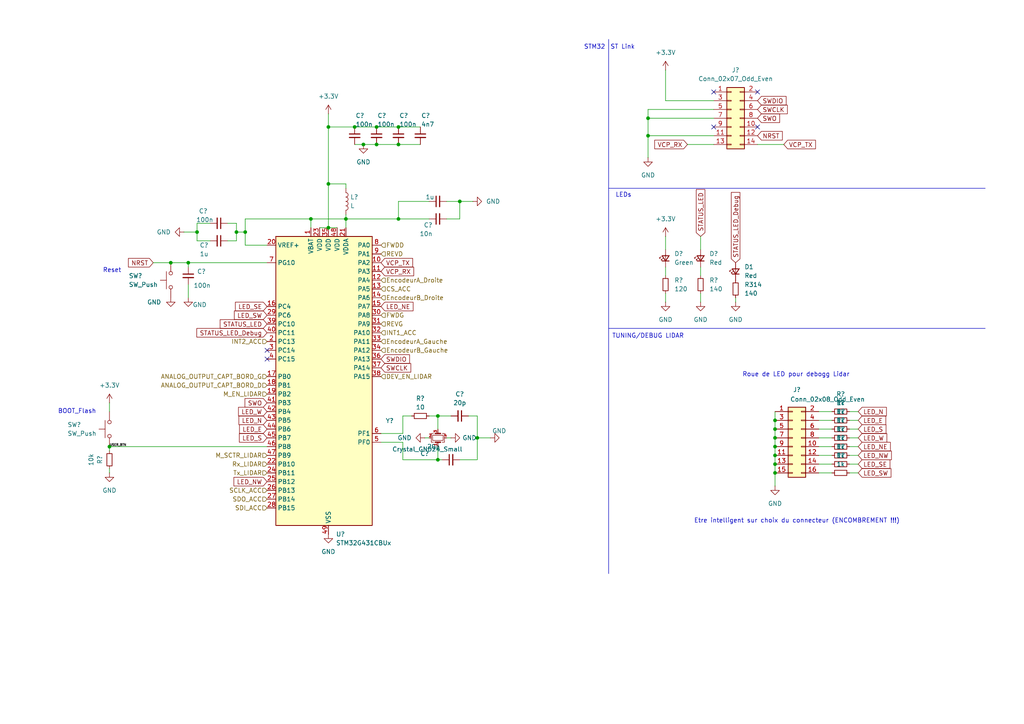
<source format=kicad_sch>
(kicad_sch
	(version 20231120)
	(generator "eeschema")
	(generator_version "8.0")
	(uuid "ce23f9ec-69da-4971-88ea-98d53a12dc3f")
	(paper "A4")
	(lib_symbols
		(symbol "Connector_Generic:Conn_02x07_Odd_Even"
			(pin_names
				(offset 1.016) hide)
			(exclude_from_sim no)
			(in_bom yes)
			(on_board yes)
			(property "Reference" "J"
				(at 1.27 10.16 0)
				(effects
					(font
						(size 1.27 1.27)
					)
				)
			)
			(property "Value" "Conn_02x07_Odd_Even"
				(at 1.27 -10.16 0)
				(effects
					(font
						(size 1.27 1.27)
					)
				)
			)
			(property "Footprint" ""
				(at 0 0 0)
				(effects
					(font
						(size 1.27 1.27)
					)
					(hide yes)
				)
			)
			(property "Datasheet" "~"
				(at 0 0 0)
				(effects
					(font
						(size 1.27 1.27)
					)
					(hide yes)
				)
			)
			(property "Description" "Generic connector, double row, 02x07, odd/even pin numbering scheme (row 1 odd numbers, row 2 even numbers), script generated (kicad-library-utils/schlib/autogen/connector/)"
				(at 0 0 0)
				(effects
					(font
						(size 1.27 1.27)
					)
					(hide yes)
				)
			)
			(property "ki_keywords" "connector"
				(at 0 0 0)
				(effects
					(font
						(size 1.27 1.27)
					)
					(hide yes)
				)
			)
			(property "ki_fp_filters" "Connector*:*_2x??_*"
				(at 0 0 0)
				(effects
					(font
						(size 1.27 1.27)
					)
					(hide yes)
				)
			)
			(symbol "Conn_02x07_Odd_Even_1_1"
				(rectangle
					(start -1.27 -7.493)
					(end 0 -7.747)
					(stroke
						(width 0.1524)
						(type default)
					)
					(fill
						(type none)
					)
				)
				(rectangle
					(start -1.27 -4.953)
					(end 0 -5.207)
					(stroke
						(width 0.1524)
						(type default)
					)
					(fill
						(type none)
					)
				)
				(rectangle
					(start -1.27 -2.413)
					(end 0 -2.667)
					(stroke
						(width 0.1524)
						(type default)
					)
					(fill
						(type none)
					)
				)
				(rectangle
					(start -1.27 0.127)
					(end 0 -0.127)
					(stroke
						(width 0.1524)
						(type default)
					)
					(fill
						(type none)
					)
				)
				(rectangle
					(start -1.27 2.667)
					(end 0 2.413)
					(stroke
						(width 0.1524)
						(type default)
					)
					(fill
						(type none)
					)
				)
				(rectangle
					(start -1.27 5.207)
					(end 0 4.953)
					(stroke
						(width 0.1524)
						(type default)
					)
					(fill
						(type none)
					)
				)
				(rectangle
					(start -1.27 7.747)
					(end 0 7.493)
					(stroke
						(width 0.1524)
						(type default)
					)
					(fill
						(type none)
					)
				)
				(rectangle
					(start -1.27 8.89)
					(end 3.81 -8.89)
					(stroke
						(width 0.254)
						(type default)
					)
					(fill
						(type background)
					)
				)
				(rectangle
					(start 3.81 -7.493)
					(end 2.54 -7.747)
					(stroke
						(width 0.1524)
						(type default)
					)
					(fill
						(type none)
					)
				)
				(rectangle
					(start 3.81 -4.953)
					(end 2.54 -5.207)
					(stroke
						(width 0.1524)
						(type default)
					)
					(fill
						(type none)
					)
				)
				(rectangle
					(start 3.81 -2.413)
					(end 2.54 -2.667)
					(stroke
						(width 0.1524)
						(type default)
					)
					(fill
						(type none)
					)
				)
				(rectangle
					(start 3.81 0.127)
					(end 2.54 -0.127)
					(stroke
						(width 0.1524)
						(type default)
					)
					(fill
						(type none)
					)
				)
				(rectangle
					(start 3.81 2.667)
					(end 2.54 2.413)
					(stroke
						(width 0.1524)
						(type default)
					)
					(fill
						(type none)
					)
				)
				(rectangle
					(start 3.81 5.207)
					(end 2.54 4.953)
					(stroke
						(width 0.1524)
						(type default)
					)
					(fill
						(type none)
					)
				)
				(rectangle
					(start 3.81 7.747)
					(end 2.54 7.493)
					(stroke
						(width 0.1524)
						(type default)
					)
					(fill
						(type none)
					)
				)
				(pin passive line
					(at -5.08 7.62 0)
					(length 3.81)
					(name "Pin_1"
						(effects
							(font
								(size 1.27 1.27)
							)
						)
					)
					(number "1"
						(effects
							(font
								(size 1.27 1.27)
							)
						)
					)
				)
				(pin passive line
					(at 7.62 -2.54 180)
					(length 3.81)
					(name "Pin_10"
						(effects
							(font
								(size 1.27 1.27)
							)
						)
					)
					(number "10"
						(effects
							(font
								(size 1.27 1.27)
							)
						)
					)
				)
				(pin passive line
					(at -5.08 -5.08 0)
					(length 3.81)
					(name "Pin_11"
						(effects
							(font
								(size 1.27 1.27)
							)
						)
					)
					(number "11"
						(effects
							(font
								(size 1.27 1.27)
							)
						)
					)
				)
				(pin passive line
					(at 7.62 -5.08 180)
					(length 3.81)
					(name "Pin_12"
						(effects
							(font
								(size 1.27 1.27)
							)
						)
					)
					(number "12"
						(effects
							(font
								(size 1.27 1.27)
							)
						)
					)
				)
				(pin passive line
					(at -5.08 -7.62 0)
					(length 3.81)
					(name "Pin_13"
						(effects
							(font
								(size 1.27 1.27)
							)
						)
					)
					(number "13"
						(effects
							(font
								(size 1.27 1.27)
							)
						)
					)
				)
				(pin passive line
					(at 7.62 -7.62 180)
					(length 3.81)
					(name "Pin_14"
						(effects
							(font
								(size 1.27 1.27)
							)
						)
					)
					(number "14"
						(effects
							(font
								(size 1.27 1.27)
							)
						)
					)
				)
				(pin passive line
					(at 7.62 7.62 180)
					(length 3.81)
					(name "Pin_2"
						(effects
							(font
								(size 1.27 1.27)
							)
						)
					)
					(number "2"
						(effects
							(font
								(size 1.27 1.27)
							)
						)
					)
				)
				(pin passive line
					(at -5.08 5.08 0)
					(length 3.81)
					(name "Pin_3"
						(effects
							(font
								(size 1.27 1.27)
							)
						)
					)
					(number "3"
						(effects
							(font
								(size 1.27 1.27)
							)
						)
					)
				)
				(pin passive line
					(at 7.62 5.08 180)
					(length 3.81)
					(name "Pin_4"
						(effects
							(font
								(size 1.27 1.27)
							)
						)
					)
					(number "4"
						(effects
							(font
								(size 1.27 1.27)
							)
						)
					)
				)
				(pin passive line
					(at -5.08 2.54 0)
					(length 3.81)
					(name "Pin_5"
						(effects
							(font
								(size 1.27 1.27)
							)
						)
					)
					(number "5"
						(effects
							(font
								(size 1.27 1.27)
							)
						)
					)
				)
				(pin passive line
					(at 7.62 2.54 180)
					(length 3.81)
					(name "Pin_6"
						(effects
							(font
								(size 1.27 1.27)
							)
						)
					)
					(number "6"
						(effects
							(font
								(size 1.27 1.27)
							)
						)
					)
				)
				(pin passive line
					(at -5.08 0 0)
					(length 3.81)
					(name "Pin_7"
						(effects
							(font
								(size 1.27 1.27)
							)
						)
					)
					(number "7"
						(effects
							(font
								(size 1.27 1.27)
							)
						)
					)
				)
				(pin passive line
					(at 7.62 0 180)
					(length 3.81)
					(name "Pin_8"
						(effects
							(font
								(size 1.27 1.27)
							)
						)
					)
					(number "8"
						(effects
							(font
								(size 1.27 1.27)
							)
						)
					)
				)
				(pin passive line
					(at -5.08 -2.54 0)
					(length 3.81)
					(name "Pin_9"
						(effects
							(font
								(size 1.27 1.27)
							)
						)
					)
					(number "9"
						(effects
							(font
								(size 1.27 1.27)
							)
						)
					)
				)
			)
		)
		(symbol "Connector_Generic:Conn_02x08_Odd_Even"
			(pin_names
				(offset 1.016) hide)
			(exclude_from_sim no)
			(in_bom yes)
			(on_board yes)
			(property "Reference" "J"
				(at 1.27 10.16 0)
				(effects
					(font
						(size 1.27 1.27)
					)
				)
			)
			(property "Value" "Conn_02x08_Odd_Even"
				(at 1.27 -12.7 0)
				(effects
					(font
						(size 1.27 1.27)
					)
				)
			)
			(property "Footprint" ""
				(at 0 0 0)
				(effects
					(font
						(size 1.27 1.27)
					)
					(hide yes)
				)
			)
			(property "Datasheet" "~"
				(at 0 0 0)
				(effects
					(font
						(size 1.27 1.27)
					)
					(hide yes)
				)
			)
			(property "Description" "Generic connector, double row, 02x08, odd/even pin numbering scheme (row 1 odd numbers, row 2 even numbers), script generated (kicad-library-utils/schlib/autogen/connector/)"
				(at 0 0 0)
				(effects
					(font
						(size 1.27 1.27)
					)
					(hide yes)
				)
			)
			(property "ki_keywords" "connector"
				(at 0 0 0)
				(effects
					(font
						(size 1.27 1.27)
					)
					(hide yes)
				)
			)
			(property "ki_fp_filters" "Connector*:*_2x??_*"
				(at 0 0 0)
				(effects
					(font
						(size 1.27 1.27)
					)
					(hide yes)
				)
			)
			(symbol "Conn_02x08_Odd_Even_1_1"
				(rectangle
					(start -1.27 -10.033)
					(end 0 -10.287)
					(stroke
						(width 0.1524)
						(type default)
					)
					(fill
						(type none)
					)
				)
				(rectangle
					(start -1.27 -7.493)
					(end 0 -7.747)
					(stroke
						(width 0.1524)
						(type default)
					)
					(fill
						(type none)
					)
				)
				(rectangle
					(start -1.27 -4.953)
					(end 0 -5.207)
					(stroke
						(width 0.1524)
						(type default)
					)
					(fill
						(type none)
					)
				)
				(rectangle
					(start -1.27 -2.413)
					(end 0 -2.667)
					(stroke
						(width 0.1524)
						(type default)
					)
					(fill
						(type none)
					)
				)
				(rectangle
					(start -1.27 0.127)
					(end 0 -0.127)
					(stroke
						(width 0.1524)
						(type default)
					)
					(fill
						(type none)
					)
				)
				(rectangle
					(start -1.27 2.667)
					(end 0 2.413)
					(stroke
						(width 0.1524)
						(type default)
					)
					(fill
						(type none)
					)
				)
				(rectangle
					(start -1.27 5.207)
					(end 0 4.953)
					(stroke
						(width 0.1524)
						(type default)
					)
					(fill
						(type none)
					)
				)
				(rectangle
					(start -1.27 7.747)
					(end 0 7.493)
					(stroke
						(width 0.1524)
						(type default)
					)
					(fill
						(type none)
					)
				)
				(rectangle
					(start -1.27 8.89)
					(end 3.81 -11.43)
					(stroke
						(width 0.254)
						(type default)
					)
					(fill
						(type background)
					)
				)
				(rectangle
					(start 3.81 -10.033)
					(end 2.54 -10.287)
					(stroke
						(width 0.1524)
						(type default)
					)
					(fill
						(type none)
					)
				)
				(rectangle
					(start 3.81 -7.493)
					(end 2.54 -7.747)
					(stroke
						(width 0.1524)
						(type default)
					)
					(fill
						(type none)
					)
				)
				(rectangle
					(start 3.81 -4.953)
					(end 2.54 -5.207)
					(stroke
						(width 0.1524)
						(type default)
					)
					(fill
						(type none)
					)
				)
				(rectangle
					(start 3.81 -2.413)
					(end 2.54 -2.667)
					(stroke
						(width 0.1524)
						(type default)
					)
					(fill
						(type none)
					)
				)
				(rectangle
					(start 3.81 0.127)
					(end 2.54 -0.127)
					(stroke
						(width 0.1524)
						(type default)
					)
					(fill
						(type none)
					)
				)
				(rectangle
					(start 3.81 2.667)
					(end 2.54 2.413)
					(stroke
						(width 0.1524)
						(type default)
					)
					(fill
						(type none)
					)
				)
				(rectangle
					(start 3.81 5.207)
					(end 2.54 4.953)
					(stroke
						(width 0.1524)
						(type default)
					)
					(fill
						(type none)
					)
				)
				(rectangle
					(start 3.81 7.747)
					(end 2.54 7.493)
					(stroke
						(width 0.1524)
						(type default)
					)
					(fill
						(type none)
					)
				)
				(pin passive line
					(at -5.08 7.62 0)
					(length 3.81)
					(name "Pin_1"
						(effects
							(font
								(size 1.27 1.27)
							)
						)
					)
					(number "1"
						(effects
							(font
								(size 1.27 1.27)
							)
						)
					)
				)
				(pin passive line
					(at 7.62 -2.54 180)
					(length 3.81)
					(name "Pin_10"
						(effects
							(font
								(size 1.27 1.27)
							)
						)
					)
					(number "10"
						(effects
							(font
								(size 1.27 1.27)
							)
						)
					)
				)
				(pin passive line
					(at -5.08 -5.08 0)
					(length 3.81)
					(name "Pin_11"
						(effects
							(font
								(size 1.27 1.27)
							)
						)
					)
					(number "11"
						(effects
							(font
								(size 1.27 1.27)
							)
						)
					)
				)
				(pin passive line
					(at 7.62 -5.08 180)
					(length 3.81)
					(name "Pin_12"
						(effects
							(font
								(size 1.27 1.27)
							)
						)
					)
					(number "12"
						(effects
							(font
								(size 1.27 1.27)
							)
						)
					)
				)
				(pin passive line
					(at -5.08 -7.62 0)
					(length 3.81)
					(name "Pin_13"
						(effects
							(font
								(size 1.27 1.27)
							)
						)
					)
					(number "13"
						(effects
							(font
								(size 1.27 1.27)
							)
						)
					)
				)
				(pin passive line
					(at 7.62 -7.62 180)
					(length 3.81)
					(name "Pin_14"
						(effects
							(font
								(size 1.27 1.27)
							)
						)
					)
					(number "14"
						(effects
							(font
								(size 1.27 1.27)
							)
						)
					)
				)
				(pin passive line
					(at -5.08 -10.16 0)
					(length 3.81)
					(name "Pin_15"
						(effects
							(font
								(size 1.27 1.27)
							)
						)
					)
					(number "15"
						(effects
							(font
								(size 1.27 1.27)
							)
						)
					)
				)
				(pin passive line
					(at 7.62 -10.16 180)
					(length 3.81)
					(name "Pin_16"
						(effects
							(font
								(size 1.27 1.27)
							)
						)
					)
					(number "16"
						(effects
							(font
								(size 1.27 1.27)
							)
						)
					)
				)
				(pin passive line
					(at 7.62 7.62 180)
					(length 3.81)
					(name "Pin_2"
						(effects
							(font
								(size 1.27 1.27)
							)
						)
					)
					(number "2"
						(effects
							(font
								(size 1.27 1.27)
							)
						)
					)
				)
				(pin passive line
					(at -5.08 5.08 0)
					(length 3.81)
					(name "Pin_3"
						(effects
							(font
								(size 1.27 1.27)
							)
						)
					)
					(number "3"
						(effects
							(font
								(size 1.27 1.27)
							)
						)
					)
				)
				(pin passive line
					(at 7.62 5.08 180)
					(length 3.81)
					(name "Pin_4"
						(effects
							(font
								(size 1.27 1.27)
							)
						)
					)
					(number "4"
						(effects
							(font
								(size 1.27 1.27)
							)
						)
					)
				)
				(pin passive line
					(at -5.08 2.54 0)
					(length 3.81)
					(name "Pin_5"
						(effects
							(font
								(size 1.27 1.27)
							)
						)
					)
					(number "5"
						(effects
							(font
								(size 1.27 1.27)
							)
						)
					)
				)
				(pin passive line
					(at 7.62 2.54 180)
					(length 3.81)
					(name "Pin_6"
						(effects
							(font
								(size 1.27 1.27)
							)
						)
					)
					(number "6"
						(effects
							(font
								(size 1.27 1.27)
							)
						)
					)
				)
				(pin passive line
					(at -5.08 0 0)
					(length 3.81)
					(name "Pin_7"
						(effects
							(font
								(size 1.27 1.27)
							)
						)
					)
					(number "7"
						(effects
							(font
								(size 1.27 1.27)
							)
						)
					)
				)
				(pin passive line
					(at 7.62 0 180)
					(length 3.81)
					(name "Pin_8"
						(effects
							(font
								(size 1.27 1.27)
							)
						)
					)
					(number "8"
						(effects
							(font
								(size 1.27 1.27)
							)
						)
					)
				)
				(pin passive line
					(at -5.08 -2.54 0)
					(length 3.81)
					(name "Pin_9"
						(effects
							(font
								(size 1.27 1.27)
							)
						)
					)
					(number "9"
						(effects
							(font
								(size 1.27 1.27)
							)
						)
					)
				)
			)
		)
		(symbol "Device:C_Small"
			(pin_numbers hide)
			(pin_names
				(offset 0.254) hide)
			(exclude_from_sim no)
			(in_bom yes)
			(on_board yes)
			(property "Reference" "C"
				(at 0.254 1.778 0)
				(effects
					(font
						(size 1.27 1.27)
					)
					(justify left)
				)
			)
			(property "Value" "C_Small"
				(at 0.254 -2.032 0)
				(effects
					(font
						(size 1.27 1.27)
					)
					(justify left)
				)
			)
			(property "Footprint" ""
				(at 0 0 0)
				(effects
					(font
						(size 1.27 1.27)
					)
					(hide yes)
				)
			)
			(property "Datasheet" "~"
				(at 0 0 0)
				(effects
					(font
						(size 1.27 1.27)
					)
					(hide yes)
				)
			)
			(property "Description" "Unpolarized capacitor, small symbol"
				(at 0 0 0)
				(effects
					(font
						(size 1.27 1.27)
					)
					(hide yes)
				)
			)
			(property "ki_keywords" "capacitor cap"
				(at 0 0 0)
				(effects
					(font
						(size 1.27 1.27)
					)
					(hide yes)
				)
			)
			(property "ki_fp_filters" "C_*"
				(at 0 0 0)
				(effects
					(font
						(size 1.27 1.27)
					)
					(hide yes)
				)
			)
			(symbol "C_Small_0_1"
				(polyline
					(pts
						(xy -1.524 -0.508) (xy 1.524 -0.508)
					)
					(stroke
						(width 0.3302)
						(type default)
					)
					(fill
						(type none)
					)
				)
				(polyline
					(pts
						(xy -1.524 0.508) (xy 1.524 0.508)
					)
					(stroke
						(width 0.3048)
						(type default)
					)
					(fill
						(type none)
					)
				)
			)
			(symbol "C_Small_1_1"
				(pin passive line
					(at 0 2.54 270)
					(length 2.032)
					(name "~"
						(effects
							(font
								(size 1.27 1.27)
							)
						)
					)
					(number "1"
						(effects
							(font
								(size 1.27 1.27)
							)
						)
					)
				)
				(pin passive line
					(at 0 -2.54 90)
					(length 2.032)
					(name "~"
						(effects
							(font
								(size 1.27 1.27)
							)
						)
					)
					(number "2"
						(effects
							(font
								(size 1.27 1.27)
							)
						)
					)
				)
			)
		)
		(symbol "Device:Crystal_GND24_Small"
			(pin_names
				(offset 1.016) hide)
			(exclude_from_sim no)
			(in_bom yes)
			(on_board yes)
			(property "Reference" "Y"
				(at 1.27 4.445 0)
				(effects
					(font
						(size 1.27 1.27)
					)
					(justify left)
				)
			)
			(property "Value" "Crystal_GND24_Small"
				(at 1.27 2.54 0)
				(effects
					(font
						(size 1.27 1.27)
					)
					(justify left)
				)
			)
			(property "Footprint" ""
				(at 0 0 0)
				(effects
					(font
						(size 1.27 1.27)
					)
					(hide yes)
				)
			)
			(property "Datasheet" "~"
				(at 0 0 0)
				(effects
					(font
						(size 1.27 1.27)
					)
					(hide yes)
				)
			)
			(property "Description" "Four pin crystal, GND on pins 2 and 4, small symbol"
				(at 0 0 0)
				(effects
					(font
						(size 1.27 1.27)
					)
					(hide yes)
				)
			)
			(property "ki_keywords" "quartz ceramic resonator oscillator"
				(at 0 0 0)
				(effects
					(font
						(size 1.27 1.27)
					)
					(hide yes)
				)
			)
			(property "ki_fp_filters" "Crystal*"
				(at 0 0 0)
				(effects
					(font
						(size 1.27 1.27)
					)
					(hide yes)
				)
			)
			(symbol "Crystal_GND24_Small_0_1"
				(rectangle
					(start -0.762 -1.524)
					(end 0.762 1.524)
					(stroke
						(width 0)
						(type default)
					)
					(fill
						(type none)
					)
				)
				(polyline
					(pts
						(xy -1.27 -0.762) (xy -1.27 0.762)
					)
					(stroke
						(width 0.381)
						(type default)
					)
					(fill
						(type none)
					)
				)
				(polyline
					(pts
						(xy 1.27 -0.762) (xy 1.27 0.762)
					)
					(stroke
						(width 0.381)
						(type default)
					)
					(fill
						(type none)
					)
				)
				(polyline
					(pts
						(xy -1.27 -1.27) (xy -1.27 -1.905) (xy 1.27 -1.905) (xy 1.27 -1.27)
					)
					(stroke
						(width 0)
						(type default)
					)
					(fill
						(type none)
					)
				)
				(polyline
					(pts
						(xy -1.27 1.27) (xy -1.27 1.905) (xy 1.27 1.905) (xy 1.27 1.27)
					)
					(stroke
						(width 0)
						(type default)
					)
					(fill
						(type none)
					)
				)
			)
			(symbol "Crystal_GND24_Small_1_1"
				(pin passive line
					(at -2.54 0 0)
					(length 1.27)
					(name "1"
						(effects
							(font
								(size 1.27 1.27)
							)
						)
					)
					(number "1"
						(effects
							(font
								(size 0.762 0.762)
							)
						)
					)
				)
				(pin passive line
					(at 0 -2.54 90)
					(length 0.635)
					(name "2"
						(effects
							(font
								(size 1.27 1.27)
							)
						)
					)
					(number "2"
						(effects
							(font
								(size 0.762 0.762)
							)
						)
					)
				)
				(pin passive line
					(at 2.54 0 180)
					(length 1.27)
					(name "3"
						(effects
							(font
								(size 1.27 1.27)
							)
						)
					)
					(number "3"
						(effects
							(font
								(size 0.762 0.762)
							)
						)
					)
				)
				(pin passive line
					(at 0 2.54 270)
					(length 0.635)
					(name "4"
						(effects
							(font
								(size 1.27 1.27)
							)
						)
					)
					(number "4"
						(effects
							(font
								(size 0.762 0.762)
							)
						)
					)
				)
			)
		)
		(symbol "Device:L"
			(pin_numbers hide)
			(pin_names
				(offset 1.016) hide)
			(exclude_from_sim no)
			(in_bom yes)
			(on_board yes)
			(property "Reference" "L"
				(at -1.27 0 90)
				(effects
					(font
						(size 1.27 1.27)
					)
				)
			)
			(property "Value" "L"
				(at 1.905 0 90)
				(effects
					(font
						(size 1.27 1.27)
					)
				)
			)
			(property "Footprint" ""
				(at 0 0 0)
				(effects
					(font
						(size 1.27 1.27)
					)
					(hide yes)
				)
			)
			(property "Datasheet" "~"
				(at 0 0 0)
				(effects
					(font
						(size 1.27 1.27)
					)
					(hide yes)
				)
			)
			(property "Description" "Inductor"
				(at 0 0 0)
				(effects
					(font
						(size 1.27 1.27)
					)
					(hide yes)
				)
			)
			(property "ki_keywords" "inductor choke coil reactor magnetic"
				(at 0 0 0)
				(effects
					(font
						(size 1.27 1.27)
					)
					(hide yes)
				)
			)
			(property "ki_fp_filters" "Choke_* *Coil* Inductor_* L_*"
				(at 0 0 0)
				(effects
					(font
						(size 1.27 1.27)
					)
					(hide yes)
				)
			)
			(symbol "L_0_1"
				(arc
					(start 0 -2.54)
					(mid 0.6323 -1.905)
					(end 0 -1.27)
					(stroke
						(width 0)
						(type default)
					)
					(fill
						(type none)
					)
				)
				(arc
					(start 0 -1.27)
					(mid 0.6323 -0.635)
					(end 0 0)
					(stroke
						(width 0)
						(type default)
					)
					(fill
						(type none)
					)
				)
				(arc
					(start 0 0)
					(mid 0.6323 0.635)
					(end 0 1.27)
					(stroke
						(width 0)
						(type default)
					)
					(fill
						(type none)
					)
				)
				(arc
					(start 0 1.27)
					(mid 0.6323 1.905)
					(end 0 2.54)
					(stroke
						(width 0)
						(type default)
					)
					(fill
						(type none)
					)
				)
			)
			(symbol "L_1_1"
				(pin passive line
					(at 0 3.81 270)
					(length 1.27)
					(name "1"
						(effects
							(font
								(size 1.27 1.27)
							)
						)
					)
					(number "1"
						(effects
							(font
								(size 1.27 1.27)
							)
						)
					)
				)
				(pin passive line
					(at 0 -3.81 90)
					(length 1.27)
					(name "2"
						(effects
							(font
								(size 1.27 1.27)
							)
						)
					)
					(number "2"
						(effects
							(font
								(size 1.27 1.27)
							)
						)
					)
				)
			)
		)
		(symbol "Device:LED_Small"
			(pin_numbers hide)
			(pin_names
				(offset 0.254) hide)
			(exclude_from_sim no)
			(in_bom yes)
			(on_board yes)
			(property "Reference" "D"
				(at -1.27 3.175 0)
				(effects
					(font
						(size 1.27 1.27)
					)
					(justify left)
				)
			)
			(property "Value" "LED_Small"
				(at -4.445 -2.54 0)
				(effects
					(font
						(size 1.27 1.27)
					)
					(justify left)
				)
			)
			(property "Footprint" ""
				(at 0 0 90)
				(effects
					(font
						(size 1.27 1.27)
					)
					(hide yes)
				)
			)
			(property "Datasheet" "~"
				(at 0 0 90)
				(effects
					(font
						(size 1.27 1.27)
					)
					(hide yes)
				)
			)
			(property "Description" "Light emitting diode, small symbol"
				(at 0 0 0)
				(effects
					(font
						(size 1.27 1.27)
					)
					(hide yes)
				)
			)
			(property "ki_keywords" "LED diode light-emitting-diode"
				(at 0 0 0)
				(effects
					(font
						(size 1.27 1.27)
					)
					(hide yes)
				)
			)
			(property "ki_fp_filters" "LED* LED_SMD:* LED_THT:*"
				(at 0 0 0)
				(effects
					(font
						(size 1.27 1.27)
					)
					(hide yes)
				)
			)
			(symbol "LED_Small_0_1"
				(polyline
					(pts
						(xy -0.762 -1.016) (xy -0.762 1.016)
					)
					(stroke
						(width 0.254)
						(type default)
					)
					(fill
						(type none)
					)
				)
				(polyline
					(pts
						(xy 1.016 0) (xy -0.762 0)
					)
					(stroke
						(width 0)
						(type default)
					)
					(fill
						(type none)
					)
				)
				(polyline
					(pts
						(xy 0.762 -1.016) (xy -0.762 0) (xy 0.762 1.016) (xy 0.762 -1.016)
					)
					(stroke
						(width 0.254)
						(type default)
					)
					(fill
						(type none)
					)
				)
				(polyline
					(pts
						(xy 0 0.762) (xy -0.508 1.27) (xy -0.254 1.27) (xy -0.508 1.27) (xy -0.508 1.016)
					)
					(stroke
						(width 0)
						(type default)
					)
					(fill
						(type none)
					)
				)
				(polyline
					(pts
						(xy 0.508 1.27) (xy 0 1.778) (xy 0.254 1.778) (xy 0 1.778) (xy 0 1.524)
					)
					(stroke
						(width 0)
						(type default)
					)
					(fill
						(type none)
					)
				)
			)
			(symbol "LED_Small_1_1"
				(pin passive line
					(at -2.54 0 0)
					(length 1.778)
					(name "K"
						(effects
							(font
								(size 1.27 1.27)
							)
						)
					)
					(number "1"
						(effects
							(font
								(size 1.27 1.27)
							)
						)
					)
				)
				(pin passive line
					(at 2.54 0 180)
					(length 1.778)
					(name "A"
						(effects
							(font
								(size 1.27 1.27)
							)
						)
					)
					(number "2"
						(effects
							(font
								(size 1.27 1.27)
							)
						)
					)
				)
			)
		)
		(symbol "Device:R_Small"
			(pin_numbers hide)
			(pin_names
				(offset 0.254) hide)
			(exclude_from_sim no)
			(in_bom yes)
			(on_board yes)
			(property "Reference" "R"
				(at 0.762 0.508 0)
				(effects
					(font
						(size 1.27 1.27)
					)
					(justify left)
				)
			)
			(property "Value" "R_Small"
				(at 0.762 -1.016 0)
				(effects
					(font
						(size 1.27 1.27)
					)
					(justify left)
				)
			)
			(property "Footprint" ""
				(at 0 0 0)
				(effects
					(font
						(size 1.27 1.27)
					)
					(hide yes)
				)
			)
			(property "Datasheet" "~"
				(at 0 0 0)
				(effects
					(font
						(size 1.27 1.27)
					)
					(hide yes)
				)
			)
			(property "Description" "Resistor, small symbol"
				(at 0 0 0)
				(effects
					(font
						(size 1.27 1.27)
					)
					(hide yes)
				)
			)
			(property "ki_keywords" "R resistor"
				(at 0 0 0)
				(effects
					(font
						(size 1.27 1.27)
					)
					(hide yes)
				)
			)
			(property "ki_fp_filters" "R_*"
				(at 0 0 0)
				(effects
					(font
						(size 1.27 1.27)
					)
					(hide yes)
				)
			)
			(symbol "R_Small_0_1"
				(rectangle
					(start -0.762 1.778)
					(end 0.762 -1.778)
					(stroke
						(width 0.2032)
						(type default)
					)
					(fill
						(type none)
					)
				)
			)
			(symbol "R_Small_1_1"
				(pin passive line
					(at 0 2.54 270)
					(length 0.762)
					(name "~"
						(effects
							(font
								(size 1.27 1.27)
							)
						)
					)
					(number "1"
						(effects
							(font
								(size 1.27 1.27)
							)
						)
					)
				)
				(pin passive line
					(at 0 -2.54 90)
					(length 0.762)
					(name "~"
						(effects
							(font
								(size 1.27 1.27)
							)
						)
					)
					(number "2"
						(effects
							(font
								(size 1.27 1.27)
							)
						)
					)
				)
			)
		)
		(symbol "MCU_ST_STM32G4:STM32G431CBUx"
			(exclude_from_sim no)
			(in_bom yes)
			(on_board yes)
			(property "Reference" "U201"
				(at 4.7341 -43.18 0)
				(effects
					(font
						(size 1.27 1.27)
					)
					(justify left)
				)
			)
			(property "Value" "STM32G431CBUx"
				(at 4.7341 -45.72 0)
				(effects
					(font
						(size 1.27 1.27)
					)
					(justify left)
				)
			)
			(property "Footprint" "Package_DFN_QFN:QFN-48-1EP_7x7mm_P0.5mm_EP5.6x5.6mm"
				(at -12.7 -40.64 0)
				(effects
					(font
						(size 1.27 1.27)
					)
					(justify right)
					(hide yes)
				)
			)
			(property "Datasheet" "https://www.st.com/resource/en/datasheet/stm32g431cb.pdf"
				(at 0 0 0)
				(effects
					(font
						(size 1.27 1.27)
					)
					(hide yes)
				)
			)
			(property "Description" "STMicroelectronics Arm Cortex-M4 MCU, 128KB flash, 32KB RAM, 170 MHz, 1.71-3.6V, 42 GPIO, UFQFPN48"
				(at 0 0 0)
				(effects
					(font
						(size 1.27 1.27)
					)
					(hide yes)
				)
			)
			(property "ki_locked" ""
				(at 0 0 0)
				(effects
					(font
						(size 1.27 1.27)
					)
				)
			)
			(property "ki_keywords" "Arm Cortex-M4 STM32G4 STM32G4x1"
				(at 0 0 0)
				(effects
					(font
						(size 1.27 1.27)
					)
					(hide yes)
				)
			)
			(property "ki_fp_filters" "QFN*1EP*7x7mm*P0.5mm*"
				(at 0 0 0)
				(effects
					(font
						(size 1.27 1.27)
					)
					(hide yes)
				)
			)
			(symbol "STM32G431CBUx_0_1"
				(rectangle
					(start -12.7 -40.64)
					(end 15.24 43.18)
					(stroke
						(width 0.254)
						(type default)
					)
					(fill
						(type background)
					)
				)
			)
			(symbol "STM32G431CBUx_1_1"
				(pin power_in line
					(at -2.54 45.72 270)
					(length 2.54)
					(name "VBAT"
						(effects
							(font
								(size 1.27 1.27)
							)
						)
					)
					(number "1"
						(effects
							(font
								(size 1.27 1.27)
							)
						)
					)
				)
				(pin bidirectional line
					(at 17.78 35.56 180)
					(length 2.54)
					(name "PA2"
						(effects
							(font
								(size 1.27 1.27)
							)
						)
					)
					(number "10"
						(effects
							(font
								(size 1.27 1.27)
							)
						)
					)
					(alternate "ADC1_IN3" bidirectional line)
					(alternate "COMP2_INM" bidirectional line)
					(alternate "COMP2_OUT" bidirectional line)
					(alternate "LPUART1_TX" bidirectional line)
					(alternate "OPAMP1_VOUT" bidirectional line)
					(alternate "RCC_LSCO" bidirectional line)
					(alternate "SYS_WKUP4" bidirectional line)
					(alternate "TIM15_CH1" bidirectional line)
					(alternate "TIM2_CH3" bidirectional line)
					(alternate "UCPD1_FRSTX1" bidirectional line)
					(alternate "UCPD1_FRSTX2" bidirectional line)
					(alternate "USART2_TX" bidirectional line)
				)
				(pin bidirectional line
					(at 17.78 33.02 180)
					(length 2.54)
					(name "PA3"
						(effects
							(font
								(size 1.27 1.27)
							)
						)
					)
					(number "11"
						(effects
							(font
								(size 1.27 1.27)
							)
						)
					)
					(alternate "ADC1_IN4" bidirectional line)
					(alternate "COMP2_INP" bidirectional line)
					(alternate "LPUART1_RX" bidirectional line)
					(alternate "OPAMP1_VINM" bidirectional line)
					(alternate "OPAMP1_VINM0" bidirectional line)
					(alternate "OPAMP1_VINM_SEC" bidirectional line)
					(alternate "OPAMP1_VINP" bidirectional line)
					(alternate "OPAMP1_VINP_SEC" bidirectional line)
					(alternate "SAI1_CK1" bidirectional line)
					(alternate "SAI1_MCLK_A" bidirectional line)
					(alternate "TIM15_CH2" bidirectional line)
					(alternate "TIM2_CH4" bidirectional line)
					(alternate "USART2_RX" bidirectional line)
				)
				(pin bidirectional line
					(at 17.78 30.48 180)
					(length 2.54)
					(name "PA4"
						(effects
							(font
								(size 1.27 1.27)
							)
						)
					)
					(number "12"
						(effects
							(font
								(size 1.27 1.27)
							)
						)
					)
					(alternate "ADC2_IN17" bidirectional line)
					(alternate "COMP1_INM" bidirectional line)
					(alternate "DAC1_OUT1" bidirectional line)
					(alternate "I2S3_WS" bidirectional line)
					(alternate "SAI1_FS_B" bidirectional line)
					(alternate "SPI1_NSS" bidirectional line)
					(alternate "SPI3_NSS" bidirectional line)
					(alternate "TIM3_CH2" bidirectional line)
					(alternate "USART2_CK" bidirectional line)
				)
				(pin bidirectional line
					(at 17.78 27.94 180)
					(length 2.54)
					(name "PA5"
						(effects
							(font
								(size 1.27 1.27)
							)
						)
					)
					(number "13"
						(effects
							(font
								(size 1.27 1.27)
							)
						)
					)
					(alternate "ADC2_IN13" bidirectional line)
					(alternate "COMP2_INM" bidirectional line)
					(alternate "DAC1_OUT2" bidirectional line)
					(alternate "OPAMP2_VINM" bidirectional line)
					(alternate "OPAMP2_VINM0" bidirectional line)
					(alternate "OPAMP2_VINM_SEC" bidirectional line)
					(alternate "SPI1_SCK" bidirectional line)
					(alternate "TIM2_CH1" bidirectional line)
					(alternate "TIM2_ETR" bidirectional line)
					(alternate "UCPD1_FRSTX1" bidirectional line)
					(alternate "UCPD1_FRSTX2" bidirectional line)
				)
				(pin bidirectional line
					(at 17.78 25.4 180)
					(length 2.54)
					(name "PA6"
						(effects
							(font
								(size 1.27 1.27)
							)
						)
					)
					(number "14"
						(effects
							(font
								(size 1.27 1.27)
							)
						)
					)
					(alternate "ADC2_IN3" bidirectional line)
					(alternate "COMP1_OUT" bidirectional line)
					(alternate "LPUART1_CTS" bidirectional line)
					(alternate "OPAMP2_VOUT" bidirectional line)
					(alternate "SPI1_MISO" bidirectional line)
					(alternate "TIM16_CH1" bidirectional line)
					(alternate "TIM1_BKIN" bidirectional line)
					(alternate "TIM3_CH1" bidirectional line)
					(alternate "TIM8_BKIN" bidirectional line)
				)
				(pin bidirectional line
					(at 17.78 22.86 180)
					(length 2.54)
					(name "PA7"
						(effects
							(font
								(size 1.27 1.27)
							)
						)
					)
					(number "15"
						(effects
							(font
								(size 1.27 1.27)
							)
						)
					)
					(alternate "ADC2_IN4" bidirectional line)
					(alternate "COMP2_INP" bidirectional line)
					(alternate "COMP2_OUT" bidirectional line)
					(alternate "OPAMP1_VINP" bidirectional line)
					(alternate "OPAMP1_VINP_SEC" bidirectional line)
					(alternate "OPAMP2_VINP" bidirectional line)
					(alternate "OPAMP2_VINP_SEC" bidirectional line)
					(alternate "SPI1_MOSI" bidirectional line)
					(alternate "TIM17_CH1" bidirectional line)
					(alternate "TIM1_CH1N" bidirectional line)
					(alternate "TIM3_CH2" bidirectional line)
					(alternate "TIM8_CH1N" bidirectional line)
					(alternate "UCPD1_FRSTX1" bidirectional line)
					(alternate "UCPD1_FRSTX2" bidirectional line)
				)
				(pin bidirectional line
					(at -15.24 22.86 0)
					(length 2.54)
					(name "PC4"
						(effects
							(font
								(size 1.27 1.27)
							)
						)
					)
					(number "16"
						(effects
							(font
								(size 1.27 1.27)
							)
						)
					)
					(alternate "ADC2_IN5" bidirectional line)
					(alternate "I2C2_SCL" bidirectional line)
					(alternate "TIM1_ETR" bidirectional line)
					(alternate "USART1_TX" bidirectional line)
				)
				(pin bidirectional line
					(at -15.24 2.54 0)
					(length 2.54)
					(name "PB0"
						(effects
							(font
								(size 1.27 1.27)
							)
						)
					)
					(number "17"
						(effects
							(font
								(size 1.27 1.27)
							)
						)
					)
					(alternate "ADC1_IN15" bidirectional line)
					(alternate "COMP4_INP" bidirectional line)
					(alternate "OPAMP2_VINP" bidirectional line)
					(alternate "OPAMP2_VINP_SEC" bidirectional line)
					(alternate "OPAMP3_VINP" bidirectional line)
					(alternate "OPAMP3_VINP_SEC" bidirectional line)
					(alternate "TIM1_CH2N" bidirectional line)
					(alternate "TIM3_CH3" bidirectional line)
					(alternate "TIM8_CH2N" bidirectional line)
					(alternate "UCPD1_FRSTX1" bidirectional line)
					(alternate "UCPD1_FRSTX2" bidirectional line)
				)
				(pin bidirectional line
					(at -15.24 0 0)
					(length 2.54)
					(name "PB1"
						(effects
							(font
								(size 1.27 1.27)
							)
						)
					)
					(number "18"
						(effects
							(font
								(size 1.27 1.27)
							)
						)
					)
					(alternate "ADC1_IN12" bidirectional line)
					(alternate "COMP1_INP" bidirectional line)
					(alternate "COMP4_OUT" bidirectional line)
					(alternate "LPUART1_DE" bidirectional line)
					(alternate "LPUART1_RTS" bidirectional line)
					(alternate "OPAMP3_VOUT" bidirectional line)
					(alternate "TIM1_CH3N" bidirectional line)
					(alternate "TIM3_CH4" bidirectional line)
					(alternate "TIM8_CH3N" bidirectional line)
				)
				(pin bidirectional line
					(at -15.24 -2.54 0)
					(length 2.54)
					(name "PB2"
						(effects
							(font
								(size 1.27 1.27)
							)
						)
					)
					(number "19"
						(effects
							(font
								(size 1.27 1.27)
							)
						)
					)
					(alternate "ADC2_IN12" bidirectional line)
					(alternate "COMP4_INM" bidirectional line)
					(alternate "I2C3_SMBA" bidirectional line)
					(alternate "LPTIM1_OUT" bidirectional line)
					(alternate "OPAMP3_VINM" bidirectional line)
					(alternate "OPAMP3_VINM0" bidirectional line)
					(alternate "OPAMP3_VINM_SEC" bidirectional line)
					(alternate "RTC_OUT2" bidirectional line)
				)
				(pin bidirectional line
					(at -15.24 12.7 0)
					(length 2.54)
					(name "PC13"
						(effects
							(font
								(size 1.27 1.27)
							)
						)
					)
					(number "2"
						(effects
							(font
								(size 1.27 1.27)
							)
						)
					)
					(alternate "RTC_OUT1" bidirectional line)
					(alternate "RTC_TAMP1" bidirectional line)
					(alternate "RTC_TS" bidirectional line)
					(alternate "SYS_WKUP2" bidirectional line)
					(alternate "TIM1_BKIN" bidirectional line)
					(alternate "TIM1_CH1N" bidirectional line)
					(alternate "TIM8_CH4N" bidirectional line)
				)
				(pin input line
					(at -15.24 40.64 0)
					(length 2.54)
					(name "VREF+"
						(effects
							(font
								(size 1.27 1.27)
							)
						)
					)
					(number "20"
						(effects
							(font
								(size 1.27 1.27)
							)
						)
					)
					(alternate "VREFBUF_OUT" bidirectional line)
				)
				(pin power_in line
					(at 7.62 45.72 270)
					(length 2.54)
					(name "VDDA"
						(effects
							(font
								(size 1.27 1.27)
							)
						)
					)
					(number "21"
						(effects
							(font
								(size 1.27 1.27)
							)
						)
					)
				)
				(pin bidirectional line
					(at -15.24 -22.86 0)
					(length 2.54)
					(name "PB10"
						(effects
							(font
								(size 1.27 1.27)
							)
						)
					)
					(number "22"
						(effects
							(font
								(size 1.27 1.27)
							)
						)
					)
					(alternate "DAC1_EXTI10" bidirectional line)
					(alternate "DAC3_EXTI10" bidirectional line)
					(alternate "LPUART1_RX" bidirectional line)
					(alternate "OPAMP3_VINM" bidirectional line)
					(alternate "OPAMP3_VINM1" bidirectional line)
					(alternate "OPAMP3_VINM_SEC" bidirectional line)
					(alternate "SAI1_SCK_A" bidirectional line)
					(alternate "TIM1_BKIN" bidirectional line)
					(alternate "TIM2_CH3" bidirectional line)
					(alternate "USART3_TX" bidirectional line)
				)
				(pin power_in line
					(at 0 45.72 270)
					(length 2.54)
					(name "VDD"
						(effects
							(font
								(size 1.27 1.27)
							)
						)
					)
					(number "23"
						(effects
							(font
								(size 1.27 1.27)
							)
						)
					)
				)
				(pin bidirectional line
					(at -15.24 -25.4 0)
					(length 2.54)
					(name "PB11"
						(effects
							(font
								(size 1.27 1.27)
							)
						)
					)
					(number "24"
						(effects
							(font
								(size 1.27 1.27)
							)
						)
					)
					(alternate "ADC1_EXTI11" bidirectional line)
					(alternate "ADC1_IN14" bidirectional line)
					(alternate "ADC2_EXTI11" bidirectional line)
					(alternate "ADC2_IN14" bidirectional line)
					(alternate "LPUART1_TX" bidirectional line)
					(alternate "TIM2_CH4" bidirectional line)
					(alternate "USART3_RX" bidirectional line)
				)
				(pin bidirectional line
					(at -15.24 -27.94 0)
					(length 2.54)
					(name "PB12"
						(effects
							(font
								(size 1.27 1.27)
							)
						)
					)
					(number "25"
						(effects
							(font
								(size 1.27 1.27)
							)
						)
					)
					(alternate "ADC1_IN11" bidirectional line)
					(alternate "I2C2_SMBA" bidirectional line)
					(alternate "I2S2_WS" bidirectional line)
					(alternate "LPUART1_DE" bidirectional line)
					(alternate "LPUART1_RTS" bidirectional line)
					(alternate "SPI2_NSS" bidirectional line)
					(alternate "TIM1_BKIN" bidirectional line)
					(alternate "USART3_CK" bidirectional line)
				)
				(pin bidirectional line
					(at -15.24 -30.48 0)
					(length 2.54)
					(name "PB13"
						(effects
							(font
								(size 1.27 1.27)
							)
						)
					)
					(number "26"
						(effects
							(font
								(size 1.27 1.27)
							)
						)
					)
					(alternate "I2S2_CK" bidirectional line)
					(alternate "LPUART1_CTS" bidirectional line)
					(alternate "OPAMP3_VINP" bidirectional line)
					(alternate "OPAMP3_VINP_SEC" bidirectional line)
					(alternate "SPI2_SCK" bidirectional line)
					(alternate "TIM1_CH1N" bidirectional line)
					(alternate "USART3_CTS" bidirectional line)
					(alternate "USART3_NSS" bidirectional line)
				)
				(pin bidirectional line
					(at -15.24 -33.02 0)
					(length 2.54)
					(name "PB14"
						(effects
							(font
								(size 1.27 1.27)
							)
						)
					)
					(number "27"
						(effects
							(font
								(size 1.27 1.27)
							)
						)
					)
					(alternate "ADC1_IN5" bidirectional line)
					(alternate "COMP4_OUT" bidirectional line)
					(alternate "OPAMP2_VINP" bidirectional line)
					(alternate "OPAMP2_VINP_SEC" bidirectional line)
					(alternate "SPI2_MISO" bidirectional line)
					(alternate "TIM15_CH1" bidirectional line)
					(alternate "TIM1_CH2N" bidirectional line)
					(alternate "USART3_DE" bidirectional line)
					(alternate "USART3_RTS" bidirectional line)
				)
				(pin bidirectional line
					(at -15.24 -35.56 0)
					(length 2.54)
					(name "PB15"
						(effects
							(font
								(size 1.27 1.27)
							)
						)
					)
					(number "28"
						(effects
							(font
								(size 1.27 1.27)
							)
						)
					)
					(alternate "ADC1_EXTI15" bidirectional line)
					(alternate "ADC2_EXTI15" bidirectional line)
					(alternate "ADC2_IN15" bidirectional line)
					(alternate "COMP3_OUT" bidirectional line)
					(alternate "I2S2_SD" bidirectional line)
					(alternate "RTC_REFIN" bidirectional line)
					(alternate "SPI2_MOSI" bidirectional line)
					(alternate "TIM15_CH1N" bidirectional line)
					(alternate "TIM15_CH2" bidirectional line)
					(alternate "TIM1_CH3N" bidirectional line)
				)
				(pin bidirectional line
					(at -15.24 20.32 0)
					(length 2.54)
					(name "PC6"
						(effects
							(font
								(size 1.27 1.27)
							)
						)
					)
					(number "29"
						(effects
							(font
								(size 1.27 1.27)
							)
						)
					)
					(alternate "I2S2_MCK" bidirectional line)
					(alternate "TIM3_CH1" bidirectional line)
					(alternate "TIM8_CH1" bidirectional line)
				)
				(pin bidirectional line
					(at -15.24 10.16 0)
					(length 2.54)
					(name "PC14"
						(effects
							(font
								(size 1.27 1.27)
							)
						)
					)
					(number "3"
						(effects
							(font
								(size 1.27 1.27)
							)
						)
					)
					(alternate "RCC_OSC32_IN" bidirectional line)
				)
				(pin bidirectional line
					(at 17.78 20.32 180)
					(length 2.54)
					(name "PA8"
						(effects
							(font
								(size 1.27 1.27)
							)
						)
					)
					(number "30"
						(effects
							(font
								(size 1.27 1.27)
							)
						)
					)
					(alternate "I2C2_SDA" bidirectional line)
					(alternate "I2C3_SCL" bidirectional line)
					(alternate "I2S2_MCK" bidirectional line)
					(alternate "RCC_MCO" bidirectional line)
					(alternate "SAI1_CK2" bidirectional line)
					(alternate "SAI1_SCK_A" bidirectional line)
					(alternate "TIM1_CH1" bidirectional line)
					(alternate "TIM4_ETR" bidirectional line)
					(alternate "USART1_CK" bidirectional line)
				)
				(pin bidirectional line
					(at 17.78 17.78 180)
					(length 2.54)
					(name "PA9"
						(effects
							(font
								(size 1.27 1.27)
							)
						)
					)
					(number "31"
						(effects
							(font
								(size 1.27 1.27)
							)
						)
					)
					(alternate "DAC1_EXTI9" bidirectional line)
					(alternate "DAC3_EXTI9" bidirectional line)
					(alternate "I2C2_SCL" bidirectional line)
					(alternate "I2C3_SMBA" bidirectional line)
					(alternate "I2S3_MCK" bidirectional line)
					(alternate "SAI1_FS_A" bidirectional line)
					(alternate "TIM15_BKIN" bidirectional line)
					(alternate "TIM1_CH2" bidirectional line)
					(alternate "TIM2_CH3" bidirectional line)
					(alternate "UCPD1_DBCC1" bidirectional line)
					(alternate "USART1_TX" bidirectional line)
				)
				(pin bidirectional line
					(at 17.78 15.24 180)
					(length 2.54)
					(name "PA10"
						(effects
							(font
								(size 1.27 1.27)
							)
						)
					)
					(number "32"
						(effects
							(font
								(size 1.27 1.27)
							)
						)
					)
					(alternate "CRS_SYNC" bidirectional line)
					(alternate "DAC1_EXTI10" bidirectional line)
					(alternate "DAC3_EXTI10" bidirectional line)
					(alternate "I2C2_SMBA" bidirectional line)
					(alternate "SAI1_D1" bidirectional line)
					(alternate "SAI1_SD_A" bidirectional line)
					(alternate "SPI2_MISO" bidirectional line)
					(alternate "TIM17_BKIN" bidirectional line)
					(alternate "TIM1_CH3" bidirectional line)
					(alternate "TIM2_CH4" bidirectional line)
					(alternate "TIM8_BKIN" bidirectional line)
					(alternate "UCPD1_DBCC2" bidirectional line)
					(alternate "USART1_RX" bidirectional line)
				)
				(pin bidirectional line
					(at 17.78 12.7 180)
					(length 2.54)
					(name "PA11"
						(effects
							(font
								(size 1.27 1.27)
							)
						)
					)
					(number "33"
						(effects
							(font
								(size 1.27 1.27)
							)
						)
					)
					(alternate "ADC1_EXTI11" bidirectional line)
					(alternate "ADC2_EXTI11" bidirectional line)
					(alternate "COMP1_OUT" bidirectional line)
					(alternate "FDCAN1_RX" bidirectional line)
					(alternate "I2S2_SD" bidirectional line)
					(alternate "SPI2_MOSI" bidirectional line)
					(alternate "TIM1_BKIN2" bidirectional line)
					(alternate "TIM1_CH1N" bidirectional line)
					(alternate "TIM1_CH4" bidirectional line)
					(alternate "TIM4_CH1" bidirectional line)
					(alternate "USART1_CTS" bidirectional line)
					(alternate "USART1_NSS" bidirectional line)
					(alternate "USB_DM" bidirectional line)
				)
				(pin bidirectional line
					(at 17.78 10.16 180)
					(length 2.54)
					(name "PA12"
						(effects
							(font
								(size 1.27 1.27)
							)
						)
					)
					(number "34"
						(effects
							(font
								(size 1.27 1.27)
							)
						)
					)
					(alternate "COMP2_OUT" bidirectional line)
					(alternate "FDCAN1_TX" bidirectional line)
					(alternate "I2S_CKIN" bidirectional line)
					(alternate "TIM16_CH1" bidirectional line)
					(alternate "TIM1_CH2N" bidirectional line)
					(alternate "TIM1_ETR" bidirectional line)
					(alternate "TIM4_CH2" bidirectional line)
					(alternate "USART1_DE" bidirectional line)
					(alternate "USART1_RTS" bidirectional line)
					(alternate "USB_DP" bidirectional line)
				)
				(pin power_in line
					(at 2.54 45.72 270)
					(length 2.54)
					(name "VDD"
						(effects
							(font
								(size 1.27 1.27)
							)
						)
					)
					(number "35"
						(effects
							(font
								(size 1.27 1.27)
							)
						)
					)
				)
				(pin bidirectional line
					(at 17.78 7.62 180)
					(length 2.54)
					(name "PA13"
						(effects
							(font
								(size 1.27 1.27)
							)
						)
					)
					(number "36"
						(effects
							(font
								(size 1.27 1.27)
							)
						)
					)
					(alternate "I2C1_SCL" bidirectional line)
					(alternate "IR_OUT" bidirectional line)
					(alternate "SAI1_SD_B" bidirectional line)
					(alternate "SYS_JTMS-SWDIO" bidirectional line)
					(alternate "TIM16_CH1N" bidirectional line)
					(alternate "TIM4_CH3" bidirectional line)
					(alternate "USART3_CTS" bidirectional line)
					(alternate "USART3_NSS" bidirectional line)
				)
				(pin bidirectional line
					(at 17.78 5.08 180)
					(length 2.54)
					(name "PA14"
						(effects
							(font
								(size 1.27 1.27)
							)
						)
					)
					(number "37"
						(effects
							(font
								(size 1.27 1.27)
							)
						)
					)
					(alternate "I2C1_SDA" bidirectional line)
					(alternate "LPTIM1_OUT" bidirectional line)
					(alternate "SAI1_FS_B" bidirectional line)
					(alternate "SYS_JTCK-SWCLK" bidirectional line)
					(alternate "TIM1_BKIN" bidirectional line)
					(alternate "TIM8_CH2" bidirectional line)
					(alternate "USART2_TX" bidirectional line)
				)
				(pin bidirectional line
					(at 17.78 2.54 180)
					(length 2.54)
					(name "PA15"
						(effects
							(font
								(size 1.27 1.27)
							)
						)
					)
					(number "38"
						(effects
							(font
								(size 1.27 1.27)
							)
						)
					)
					(alternate "ADC1_EXTI15" bidirectional line)
					(alternate "ADC2_EXTI15" bidirectional line)
					(alternate "I2C1_SCL" bidirectional line)
					(alternate "I2S3_WS" bidirectional line)
					(alternate "SPI1_NSS" bidirectional line)
					(alternate "SPI3_NSS" bidirectional line)
					(alternate "SYS_JTDI" bidirectional line)
					(alternate "TIM1_BKIN" bidirectional line)
					(alternate "TIM2_CH1" bidirectional line)
					(alternate "TIM2_ETR" bidirectional line)
					(alternate "TIM8_CH1" bidirectional line)
					(alternate "USART2_RX" bidirectional line)
				)
				(pin bidirectional line
					(at -15.24 17.78 0)
					(length 2.54)
					(name "PC10"
						(effects
							(font
								(size 1.27 1.27)
							)
						)
					)
					(number "39"
						(effects
							(font
								(size 1.27 1.27)
							)
						)
					)
					(alternate "DAC1_EXTI10" bidirectional line)
					(alternate "DAC3_EXTI10" bidirectional line)
					(alternate "I2S3_CK" bidirectional line)
					(alternate "SPI3_SCK" bidirectional line)
					(alternate "TIM8_CH1N" bidirectional line)
					(alternate "USART3_TX" bidirectional line)
				)
				(pin bidirectional line
					(at -15.24 7.62 0)
					(length 2.54)
					(name "PC15"
						(effects
							(font
								(size 1.27 1.27)
							)
						)
					)
					(number "4"
						(effects
							(font
								(size 1.27 1.27)
							)
						)
					)
					(alternate "ADC1_EXTI15" bidirectional line)
					(alternate "ADC2_EXTI15" bidirectional line)
					(alternate "RCC_OSC32_OUT" bidirectional line)
				)
				(pin bidirectional line
					(at -15.24 15.24 0)
					(length 2.54)
					(name "PC11"
						(effects
							(font
								(size 1.27 1.27)
							)
						)
					)
					(number "40"
						(effects
							(font
								(size 1.27 1.27)
							)
						)
					)
					(alternate "ADC1_EXTI11" bidirectional line)
					(alternate "ADC2_EXTI11" bidirectional line)
					(alternate "I2C3_SDA" bidirectional line)
					(alternate "SPI3_MISO" bidirectional line)
					(alternate "TIM8_CH2N" bidirectional line)
					(alternate "USART3_RX" bidirectional line)
				)
				(pin bidirectional line
					(at -15.24 -5.08 0)
					(length 2.54)
					(name "PB3"
						(effects
							(font
								(size 1.27 1.27)
							)
						)
					)
					(number "41"
						(effects
							(font
								(size 1.27 1.27)
							)
						)
					)
					(alternate "CRS_SYNC" bidirectional line)
					(alternate "I2S3_CK" bidirectional line)
					(alternate "SAI1_SCK_B" bidirectional line)
					(alternate "SPI1_SCK" bidirectional line)
					(alternate "SPI3_SCK" bidirectional line)
					(alternate "SYS_JTDO-SWO" bidirectional line)
					(alternate "TIM2_CH2" bidirectional line)
					(alternate "TIM3_ETR" bidirectional line)
					(alternate "TIM4_ETR" bidirectional line)
					(alternate "TIM8_CH1N" bidirectional line)
					(alternate "USART2_TX" bidirectional line)
				)
				(pin bidirectional line
					(at -15.24 -7.62 0)
					(length 2.54)
					(name "PB4"
						(effects
							(font
								(size 1.27 1.27)
							)
						)
					)
					(number "42"
						(effects
							(font
								(size 1.27 1.27)
							)
						)
					)
					(alternate "SAI1_MCLK_B" bidirectional line)
					(alternate "SPI1_MISO" bidirectional line)
					(alternate "SPI3_MISO" bidirectional line)
					(alternate "SYS_JTRST" bidirectional line)
					(alternate "TIM16_CH1" bidirectional line)
					(alternate "TIM17_BKIN" bidirectional line)
					(alternate "TIM3_CH1" bidirectional line)
					(alternate "TIM8_CH2N" bidirectional line)
					(alternate "UCPD1_CC2" bidirectional line)
					(alternate "USART2_RX" bidirectional line)
				)
				(pin bidirectional line
					(at -15.24 -10.16 0)
					(length 2.54)
					(name "PB5"
						(effects
							(font
								(size 1.27 1.27)
							)
						)
					)
					(number "43"
						(effects
							(font
								(size 1.27 1.27)
							)
						)
					)
					(alternate "I2C1_SMBA" bidirectional line)
					(alternate "I2C3_SDA" bidirectional line)
					(alternate "I2S3_SD" bidirectional line)
					(alternate "LPTIM1_IN1" bidirectional line)
					(alternate "SAI1_SD_B" bidirectional line)
					(alternate "SPI1_MOSI" bidirectional line)
					(alternate "SPI3_MOSI" bidirectional line)
					(alternate "TIM16_BKIN" bidirectional line)
					(alternate "TIM17_CH1" bidirectional line)
					(alternate "TIM3_CH2" bidirectional line)
					(alternate "TIM8_CH3N" bidirectional line)
					(alternate "USART2_CK" bidirectional line)
				)
				(pin bidirectional line
					(at -15.24 -12.7 0)
					(length 2.54)
					(name "PB6"
						(effects
							(font
								(size 1.27 1.27)
							)
						)
					)
					(number "44"
						(effects
							(font
								(size 1.27 1.27)
							)
						)
					)
					(alternate "COMP4_OUT" bidirectional line)
					(alternate "LPTIM1_ETR" bidirectional line)
					(alternate "SAI1_FS_B" bidirectional line)
					(alternate "TIM16_CH1N" bidirectional line)
					(alternate "TIM4_CH1" bidirectional line)
					(alternate "TIM8_BKIN2" bidirectional line)
					(alternate "TIM8_CH1" bidirectional line)
					(alternate "TIM8_ETR" bidirectional line)
					(alternate "UCPD1_CC1" bidirectional line)
					(alternate "USART1_TX" bidirectional line)
				)
				(pin bidirectional line
					(at -15.24 -15.24 0)
					(length 2.54)
					(name "PB7"
						(effects
							(font
								(size 1.27 1.27)
							)
						)
					)
					(number "45"
						(effects
							(font
								(size 1.27 1.27)
							)
						)
					)
					(alternate "COMP3_OUT" bidirectional line)
					(alternate "I2C1_SDA" bidirectional line)
					(alternate "LPTIM1_IN2" bidirectional line)
					(alternate "SYS_PVD_IN" bidirectional line)
					(alternate "TIM17_CH1N" bidirectional line)
					(alternate "TIM3_CH4" bidirectional line)
					(alternate "TIM4_CH2" bidirectional line)
					(alternate "TIM8_BKIN" bidirectional line)
					(alternate "USART1_RX" bidirectional line)
				)
				(pin bidirectional line
					(at -15.24 -17.78 0)
					(length 2.54)
					(name "PB8"
						(effects
							(font
								(size 1.27 1.27)
							)
						)
					)
					(number "46"
						(effects
							(font
								(size 1.27 1.27)
							)
						)
					)
					(alternate "COMP1_OUT" bidirectional line)
					(alternate "FDCAN1_RX" bidirectional line)
					(alternate "I2C1_SCL" bidirectional line)
					(alternate "SAI1_CK1" bidirectional line)
					(alternate "SAI1_MCLK_A" bidirectional line)
					(alternate "TIM16_CH1" bidirectional line)
					(alternate "TIM1_BKIN" bidirectional line)
					(alternate "TIM4_CH3" bidirectional line)
					(alternate "TIM8_CH2" bidirectional line)
					(alternate "USART3_RX" bidirectional line)
				)
				(pin bidirectional line
					(at -15.24 -20.32 0)
					(length 2.54)
					(name "PB9"
						(effects
							(font
								(size 1.27 1.27)
							)
						)
					)
					(number "47"
						(effects
							(font
								(size 1.27 1.27)
							)
						)
					)
					(alternate "COMP2_OUT" bidirectional line)
					(alternate "DAC1_EXTI9" bidirectional line)
					(alternate "DAC3_EXTI9" bidirectional line)
					(alternate "FDCAN1_TX" bidirectional line)
					(alternate "I2C1_SDA" bidirectional line)
					(alternate "IR_OUT" bidirectional line)
					(alternate "SAI1_D2" bidirectional line)
					(alternate "SAI1_FS_A" bidirectional line)
					(alternate "TIM17_CH1" bidirectional line)
					(alternate "TIM1_CH3N" bidirectional line)
					(alternate "TIM4_CH4" bidirectional line)
					(alternate "TIM8_CH3" bidirectional line)
					(alternate "USART3_TX" bidirectional line)
				)
				(pin power_in line
					(at 5.08 45.72 270)
					(length 2.54)
					(name "VDD"
						(effects
							(font
								(size 1.27 1.27)
							)
						)
					)
					(number "48"
						(effects
							(font
								(size 1.27 1.27)
							)
						)
					)
				)
				(pin power_in line
					(at 2.54 -43.18 90)
					(length 2.54)
					(name "VSS"
						(effects
							(font
								(size 1.27 1.27)
							)
						)
					)
					(number "49"
						(effects
							(font
								(size 1.27 1.27)
							)
						)
					)
				)
				(pin bidirectional line
					(at 17.78 -16.51 180)
					(length 2.54)
					(name "PF0"
						(effects
							(font
								(size 1.27 1.27)
							)
						)
					)
					(number "5"
						(effects
							(font
								(size 1.27 1.27)
							)
						)
					)
					(alternate "ADC1_IN10" bidirectional line)
					(alternate "I2C2_SDA" bidirectional line)
					(alternate "I2S2_WS" bidirectional line)
					(alternate "RCC_OSC_IN" bidirectional line)
					(alternate "SPI2_NSS" bidirectional line)
					(alternate "TIM1_CH3N" bidirectional line)
				)
				(pin bidirectional line
					(at 17.78 -13.97 180)
					(length 2.54)
					(name "PF1"
						(effects
							(font
								(size 1.27 1.27)
							)
						)
					)
					(number "6"
						(effects
							(font
								(size 1.27 1.27)
							)
						)
					)
					(alternate "ADC2_IN10" bidirectional line)
					(alternate "COMP3_INM" bidirectional line)
					(alternate "I2S2_CK" bidirectional line)
					(alternate "RCC_OSC_OUT" bidirectional line)
					(alternate "SPI2_SCK" bidirectional line)
				)
				(pin bidirectional line
					(at -15.24 35.56 0)
					(length 2.54)
					(name "PG10"
						(effects
							(font
								(size 1.27 1.27)
							)
						)
					)
					(number "7"
						(effects
							(font
								(size 1.27 1.27)
							)
						)
					)
					(alternate "DAC1_EXTI10" bidirectional line)
					(alternate "DAC3_EXTI10" bidirectional line)
					(alternate "RCC_MCO" bidirectional line)
				)
				(pin bidirectional line
					(at 17.78 40.64 180)
					(length 2.54)
					(name "PA0"
						(effects
							(font
								(size 1.27 1.27)
							)
						)
					)
					(number "8"
						(effects
							(font
								(size 1.27 1.27)
							)
						)
					)
					(alternate "ADC1_IN1" bidirectional line)
					(alternate "ADC2_IN1" bidirectional line)
					(alternate "COMP1_INM" bidirectional line)
					(alternate "COMP1_OUT" bidirectional line)
					(alternate "COMP3_INP" bidirectional line)
					(alternate "RTC_TAMP2" bidirectional line)
					(alternate "SYS_WKUP1" bidirectional line)
					(alternate "TIM2_CH1" bidirectional line)
					(alternate "TIM2_ETR" bidirectional line)
					(alternate "TIM8_BKIN" bidirectional line)
					(alternate "TIM8_ETR" bidirectional line)
					(alternate "USART2_CTS" bidirectional line)
					(alternate "USART2_NSS" bidirectional line)
				)
				(pin bidirectional line
					(at 17.78 38.1 180)
					(length 2.54)
					(name "PA1"
						(effects
							(font
								(size 1.27 1.27)
							)
						)
					)
					(number "9"
						(effects
							(font
								(size 1.27 1.27)
							)
						)
					)
					(alternate "ADC1_IN2" bidirectional line)
					(alternate "ADC2_IN2" bidirectional line)
					(alternate "COMP1_INP" bidirectional line)
					(alternate "OPAMP1_VINP" bidirectional line)
					(alternate "OPAMP1_VINP_SEC" bidirectional line)
					(alternate "OPAMP3_VINP" bidirectional line)
					(alternate "OPAMP3_VINP_SEC" bidirectional line)
					(alternate "RTC_REFIN" bidirectional line)
					(alternate "TIM15_CH1N" bidirectional line)
					(alternate "TIM2_CH2" bidirectional line)
					(alternate "USART2_DE" bidirectional line)
					(alternate "USART2_RTS" bidirectional line)
				)
			)
		)
		(symbol "Switch:SW_Push"
			(pin_numbers hide)
			(pin_names
				(offset 1.016) hide)
			(exclude_from_sim no)
			(in_bom yes)
			(on_board yes)
			(property "Reference" "SW"
				(at 1.27 2.54 0)
				(effects
					(font
						(size 1.27 1.27)
					)
					(justify left)
				)
			)
			(property "Value" "SW_Push"
				(at 0 -1.524 0)
				(effects
					(font
						(size 1.27 1.27)
					)
				)
			)
			(property "Footprint" ""
				(at 0 5.08 0)
				(effects
					(font
						(size 1.27 1.27)
					)
					(hide yes)
				)
			)
			(property "Datasheet" "~"
				(at 0 5.08 0)
				(effects
					(font
						(size 1.27 1.27)
					)
					(hide yes)
				)
			)
			(property "Description" "Push button switch, generic, two pins"
				(at 0 0 0)
				(effects
					(font
						(size 1.27 1.27)
					)
					(hide yes)
				)
			)
			(property "ki_keywords" "switch normally-open pushbutton push-button"
				(at 0 0 0)
				(effects
					(font
						(size 1.27 1.27)
					)
					(hide yes)
				)
			)
			(symbol "SW_Push_0_1"
				(circle
					(center -2.032 0)
					(radius 0.508)
					(stroke
						(width 0)
						(type default)
					)
					(fill
						(type none)
					)
				)
				(polyline
					(pts
						(xy 0 1.27) (xy 0 3.048)
					)
					(stroke
						(width 0)
						(type default)
					)
					(fill
						(type none)
					)
				)
				(polyline
					(pts
						(xy 2.54 1.27) (xy -2.54 1.27)
					)
					(stroke
						(width 0)
						(type default)
					)
					(fill
						(type none)
					)
				)
				(circle
					(center 2.032 0)
					(radius 0.508)
					(stroke
						(width 0)
						(type default)
					)
					(fill
						(type none)
					)
				)
				(pin passive line
					(at -5.08 0 0)
					(length 2.54)
					(name "1"
						(effects
							(font
								(size 1.27 1.27)
							)
						)
					)
					(number "1"
						(effects
							(font
								(size 1.27 1.27)
							)
						)
					)
				)
				(pin passive line
					(at 5.08 0 180)
					(length 2.54)
					(name "2"
						(effects
							(font
								(size 1.27 1.27)
							)
						)
					)
					(number "2"
						(effects
							(font
								(size 1.27 1.27)
							)
						)
					)
				)
			)
		)
		(symbol "power:+3.3V"
			(power)
			(pin_numbers hide)
			(pin_names
				(offset 0) hide)
			(exclude_from_sim no)
			(in_bom yes)
			(on_board yes)
			(property "Reference" "#PWR"
				(at 0 -3.81 0)
				(effects
					(font
						(size 1.27 1.27)
					)
					(hide yes)
				)
			)
			(property "Value" "+3.3V"
				(at 0 3.556 0)
				(effects
					(font
						(size 1.27 1.27)
					)
				)
			)
			(property "Footprint" ""
				(at 0 0 0)
				(effects
					(font
						(size 1.27 1.27)
					)
					(hide yes)
				)
			)
			(property "Datasheet" ""
				(at 0 0 0)
				(effects
					(font
						(size 1.27 1.27)
					)
					(hide yes)
				)
			)
			(property "Description" "Power symbol creates a global label with name \"+3.3V\""
				(at 0 0 0)
				(effects
					(font
						(size 1.27 1.27)
					)
					(hide yes)
				)
			)
			(property "ki_keywords" "global power"
				(at 0 0 0)
				(effects
					(font
						(size 1.27 1.27)
					)
					(hide yes)
				)
			)
			(symbol "+3.3V_0_1"
				(polyline
					(pts
						(xy -0.762 1.27) (xy 0 2.54)
					)
					(stroke
						(width 0)
						(type default)
					)
					(fill
						(type none)
					)
				)
				(polyline
					(pts
						(xy 0 0) (xy 0 2.54)
					)
					(stroke
						(width 0)
						(type default)
					)
					(fill
						(type none)
					)
				)
				(polyline
					(pts
						(xy 0 2.54) (xy 0.762 1.27)
					)
					(stroke
						(width 0)
						(type default)
					)
					(fill
						(type none)
					)
				)
			)
			(symbol "+3.3V_1_1"
				(pin power_in line
					(at 0 0 90)
					(length 0)
					(name "~"
						(effects
							(font
								(size 1.27 1.27)
							)
						)
					)
					(number "1"
						(effects
							(font
								(size 1.27 1.27)
							)
						)
					)
				)
			)
		)
		(symbol "power:GND"
			(power)
			(pin_numbers hide)
			(pin_names
				(offset 0) hide)
			(exclude_from_sim no)
			(in_bom yes)
			(on_board yes)
			(property "Reference" "#PWR"
				(at 0 -6.35 0)
				(effects
					(font
						(size 1.27 1.27)
					)
					(hide yes)
				)
			)
			(property "Value" "GND"
				(at 0 -3.81 0)
				(effects
					(font
						(size 1.27 1.27)
					)
				)
			)
			(property "Footprint" ""
				(at 0 0 0)
				(effects
					(font
						(size 1.27 1.27)
					)
					(hide yes)
				)
			)
			(property "Datasheet" ""
				(at 0 0 0)
				(effects
					(font
						(size 1.27 1.27)
					)
					(hide yes)
				)
			)
			(property "Description" "Power symbol creates a global label with name \"GND\" , ground"
				(at 0 0 0)
				(effects
					(font
						(size 1.27 1.27)
					)
					(hide yes)
				)
			)
			(property "ki_keywords" "global power"
				(at 0 0 0)
				(effects
					(font
						(size 1.27 1.27)
					)
					(hide yes)
				)
			)
			(symbol "GND_0_1"
				(polyline
					(pts
						(xy 0 0) (xy 0 -1.27) (xy 1.27 -1.27) (xy 0 -2.54) (xy -1.27 -1.27) (xy 0 -1.27)
					)
					(stroke
						(width 0)
						(type default)
					)
					(fill
						(type none)
					)
				)
			)
			(symbol "GND_1_1"
				(pin power_in line
					(at 0 0 270)
					(length 0)
					(name "~"
						(effects
							(font
								(size 1.27 1.27)
							)
						)
					)
					(number "1"
						(effects
							(font
								(size 1.27 1.27)
							)
						)
					)
				)
			)
		)
	)
	(junction
		(at 95.25 53.34)
		(diameter 0)
		(color 0 0 0 0)
		(uuid "054c403c-de02-4cd4-a249-99015fe9e72c")
	)
	(junction
		(at 133.35 58.42)
		(diameter 0)
		(color 0 0 0 0)
		(uuid "06ff569c-6ea8-40d5-86c2-7640aed81d3d")
	)
	(junction
		(at 224.79 129.54)
		(diameter 0)
		(color 0 0 0 0)
		(uuid "0bef131e-64e0-4b34-b63c-030c4ac6505c")
	)
	(junction
		(at 115.57 36.83)
		(diameter 0)
		(color 0 0 0 0)
		(uuid "0d4aa9a3-12e6-4354-bfee-96ccb59f9b21")
	)
	(junction
		(at 224.79 127)
		(diameter 0)
		(color 0 0 0 0)
		(uuid "0e068611-98cd-4f32-8991-eb42c8457404")
	)
	(junction
		(at 127 120.65)
		(diameter 0)
		(color 0 0 0 0)
		(uuid "0fedc10c-4f54-4f13-80f9-b197917abb22")
	)
	(junction
		(at 95.25 66.04)
		(diameter 0)
		(color 0 0 0 0)
		(uuid "118660a3-2240-4755-9add-d50411ba6307")
	)
	(junction
		(at 109.22 41.91)
		(diameter 0)
		(color 0 0 0 0)
		(uuid "13a00cce-e800-428f-873f-385bfc9f0aa7")
	)
	(junction
		(at 224.79 121.92)
		(diameter 0)
		(color 0 0 0 0)
		(uuid "3d7e5b4e-a0a4-4983-8c82-1be57e74b2a3")
	)
	(junction
		(at 127 133.35)
		(diameter 0)
		(color 0 0 0 0)
		(uuid "3e92a221-a8c0-407a-949b-2c069c9ee584")
	)
	(junction
		(at 109.22 36.83)
		(diameter 0)
		(color 0 0 0 0)
		(uuid "40f17a42-de94-4aeb-90d3-7a7da8f85b0b")
	)
	(junction
		(at 49.53 76.2)
		(diameter 0)
		(color 0 0 0 0)
		(uuid "46f54b92-7175-49d1-a828-06485434179d")
	)
	(junction
		(at 224.79 134.62)
		(diameter 0)
		(color 0 0 0 0)
		(uuid "6370aee9-a4a0-47e2-8956-0fd260d78339")
	)
	(junction
		(at 68.58 67.31)
		(diameter 0)
		(color 0 0 0 0)
		(uuid "6499bb0d-ad18-4bef-b64b-53a1a6a4547b")
	)
	(junction
		(at 95.25 36.83)
		(diameter 0)
		(color 0 0 0 0)
		(uuid "67a74465-637e-4e3d-9dfc-4db1faedc12a")
	)
	(junction
		(at 57.15 67.31)
		(diameter 0)
		(color 0 0 0 0)
		(uuid "75f910bd-3e06-4357-a830-3432d17dfd50")
	)
	(junction
		(at 224.79 124.46)
		(diameter 0)
		(color 0 0 0 0)
		(uuid "7ec1c842-58a7-43dc-9cf5-83c9a531884c")
	)
	(junction
		(at 54.61 76.2)
		(diameter 0)
		(color 0 0 0 0)
		(uuid "8335356a-dae9-4051-addd-d6cdd2cbac35")
	)
	(junction
		(at 100.33 63.5)
		(diameter 0)
		(color 0 0 0 0)
		(uuid "9b75db55-7f38-4ad2-a1a1-3648f1e883eb")
	)
	(junction
		(at 187.96 34.29)
		(diameter 0)
		(color 0 0 0 0)
		(uuid "9d95b67f-fda1-4318-9901-1942d9b7e816")
	)
	(junction
		(at 115.57 41.91)
		(diameter 0)
		(color 0 0 0 0)
		(uuid "a4f1121e-89ca-48ca-b409-e708829f7456")
	)
	(junction
		(at 138.43 127)
		(diameter 0)
		(color 0 0 0 0)
		(uuid "a6247604-6415-4322-9a15-6009825a00aa")
	)
	(junction
		(at 71.12 67.31)
		(diameter 0)
		(color 0 0 0 0)
		(uuid "aac5532f-ff97-48c4-9d4b-3f29719a02fc")
	)
	(junction
		(at 31.75 129.54)
		(diameter 0)
		(color 0 0 0 0)
		(uuid "b6d3e179-3d6f-47a7-bbb8-08d691e43d00")
	)
	(junction
		(at 224.79 137.16)
		(diameter 0)
		(color 0 0 0 0)
		(uuid "b92ed584-4619-4277-a9e1-a0b201788f5b")
	)
	(junction
		(at 102.87 36.83)
		(diameter 0)
		(color 0 0 0 0)
		(uuid "badf9497-9ce3-4b4d-a082-13753513119d")
	)
	(junction
		(at 224.79 132.08)
		(diameter 0)
		(color 0 0 0 0)
		(uuid "c4f9d9fc-e9a1-47de-8079-347b6e422a37")
	)
	(junction
		(at 115.57 63.5)
		(diameter 0)
		(color 0 0 0 0)
		(uuid "eecdc4ef-0ba0-4e6c-90ae-f010c4587cd7")
	)
	(junction
		(at 105.41 41.91)
		(diameter 0)
		(color 0 0 0 0)
		(uuid "f171b2f9-84d6-4558-97bc-094783b7ef43")
	)
	(junction
		(at 187.96 39.37)
		(diameter 0)
		(color 0 0 0 0)
		(uuid "fcdb4a92-9316-42f2-a193-0a7e5f4f8731")
	)
	(junction
		(at 90.17 63.5)
		(diameter 0)
		(color 0 0 0 0)
		(uuid "feb9b4cc-9e1b-44fd-8325-c11e08087881")
	)
	(no_connect
		(at 219.71 36.83)
		(uuid "20d71bb9-f345-432c-92e2-6d4a380a7a8a")
	)
	(no_connect
		(at 77.47 104.14)
		(uuid "34b68d87-d1ff-4ed6-b7f6-92bbad0ce3cb")
	)
	(no_connect
		(at 219.71 26.67)
		(uuid "4afcc5e1-0468-44bb-be6e-b7631e79deef")
	)
	(no_connect
		(at 207.01 36.83)
		(uuid "6f744182-0995-47cf-976e-0bdef064df14")
	)
	(no_connect
		(at 207.01 26.67)
		(uuid "bdf2790a-5d59-47d9-9b25-804ca380e0ad")
	)
	(no_connect
		(at 77.47 101.6)
		(uuid "f2ccdd05-f8ec-4563-9919-91bc921f27df")
	)
	(wire
		(pts
			(xy 203.2 77.47) (xy 203.2 80.01)
		)
		(stroke
			(width 0)
			(type default)
		)
		(uuid "0350e300-9b2b-478f-85eb-6ec8d5a77c02")
	)
	(wire
		(pts
			(xy 57.15 67.31) (xy 53.34 67.31)
		)
		(stroke
			(width 0)
			(type default)
		)
		(uuid "0516d270-636c-4b3f-ac63-65013b044194")
	)
	(wire
		(pts
			(xy 115.57 58.42) (xy 115.57 63.5)
		)
		(stroke
			(width 0)
			(type default)
		)
		(uuid "07d7a79e-89bc-466e-b38e-c2a42a482184")
	)
	(wire
		(pts
			(xy 241.3 127) (xy 237.49 127)
		)
		(stroke
			(width 0)
			(type default)
		)
		(uuid "08d1dad6-07d6-41d0-a828-6011ef585cdc")
	)
	(wire
		(pts
			(xy 116.84 125.73) (xy 116.84 120.65)
		)
		(stroke
			(width 0)
			(type default)
		)
		(uuid "09c06df8-977c-44ee-a25f-1947138b66c5")
	)
	(wire
		(pts
			(xy 248.92 119.38) (xy 246.38 119.38)
		)
		(stroke
			(width 0)
			(type default)
		)
		(uuid "0b0ba781-b927-453a-8326-4f59199828a4")
	)
	(wire
		(pts
			(xy 31.75 129.54) (xy 77.47 129.54)
		)
		(stroke
			(width 0)
			(type default)
		)
		(uuid "0b15fa9b-1386-4df7-a628-c69bea4b3e98")
	)
	(wire
		(pts
			(xy 193.04 29.21) (xy 193.04 20.32)
		)
		(stroke
			(width 0)
			(type default)
		)
		(uuid "0b3f6ead-ff93-4b89-9602-19a3f24581df")
	)
	(wire
		(pts
			(xy 248.92 134.62) (xy 246.38 134.62)
		)
		(stroke
			(width 0)
			(type default)
		)
		(uuid "0f264e1f-1a21-4056-b334-eb3ac5bea1c0")
	)
	(wire
		(pts
			(xy 138.43 133.35) (xy 138.43 127)
		)
		(stroke
			(width 0)
			(type default)
		)
		(uuid "11e1f471-dbe8-419b-96f8-3bb5d733155a")
	)
	(wire
		(pts
			(xy 95.25 53.34) (xy 95.25 66.04)
		)
		(stroke
			(width 0)
			(type default)
		)
		(uuid "11f6d119-d3a8-471e-9529-5121ef271842")
	)
	(wire
		(pts
			(xy 187.96 34.29) (xy 187.96 39.37)
		)
		(stroke
			(width 0)
			(type default)
		)
		(uuid "1853485c-6103-4b98-9765-c96008d87077")
	)
	(wire
		(pts
			(xy 115.57 63.5) (xy 124.46 63.5)
		)
		(stroke
			(width 0)
			(type default)
		)
		(uuid "18a9a9d9-6031-45b5-b211-04c8f01adcb4")
	)
	(wire
		(pts
			(xy 95.25 66.04) (xy 97.79 66.04)
		)
		(stroke
			(width 0)
			(type default)
		)
		(uuid "1b6e5b45-4560-4c01-a539-3423dcc09070")
	)
	(wire
		(pts
			(xy 124.46 127) (xy 123.19 127)
		)
		(stroke
			(width 0)
			(type default)
		)
		(uuid "1c1c8bd2-30ef-4dcc-92e3-4bad5e4a6e3a")
	)
	(wire
		(pts
			(xy 248.92 132.08) (xy 246.38 132.08)
		)
		(stroke
			(width 0)
			(type default)
		)
		(uuid "22856e01-8063-4b07-9a9b-b1cfd0888333")
	)
	(wire
		(pts
			(xy 224.79 137.16) (xy 224.79 140.97)
		)
		(stroke
			(width 0)
			(type default)
		)
		(uuid "238def56-9d25-4257-b4d3-5a23d3a7b0da")
	)
	(wire
		(pts
			(xy 127 133.35) (xy 116.84 133.35)
		)
		(stroke
			(width 0)
			(type default)
		)
		(uuid "27e117d5-e32f-4e3c-8082-961bbc0e30d5")
	)
	(wire
		(pts
			(xy 68.58 69.85) (xy 66.04 69.85)
		)
		(stroke
			(width 0)
			(type default)
		)
		(uuid "2cc678d7-cf35-426e-8b52-252a1a1e437b")
	)
	(wire
		(pts
			(xy 71.12 63.5) (xy 90.17 63.5)
		)
		(stroke
			(width 0)
			(type default)
		)
		(uuid "2e308292-c2e3-4ef9-b0d9-487625cd2ba7")
	)
	(wire
		(pts
			(xy 49.53 76.2) (xy 54.61 76.2)
		)
		(stroke
			(width 0)
			(type default)
		)
		(uuid "2fd55371-9759-47cf-8673-c6d4b1051ab1")
	)
	(wire
		(pts
			(xy 127 120.65) (xy 130.81 120.65)
		)
		(stroke
			(width 0)
			(type default)
		)
		(uuid "31227bb3-0393-4380-9ade-fa346fcc0e5c")
	)
	(wire
		(pts
			(xy 207.01 34.29) (xy 187.96 34.29)
		)
		(stroke
			(width 0)
			(type default)
		)
		(uuid "36bf6128-5788-4a5d-9cea-6644c5818478")
	)
	(wire
		(pts
			(xy 187.96 39.37) (xy 187.96 45.72)
		)
		(stroke
			(width 0)
			(type default)
		)
		(uuid "39f9fabe-cbf0-4ef0-940e-54f81fc2e041")
	)
	(wire
		(pts
			(xy 110.49 125.73) (xy 116.84 125.73)
		)
		(stroke
			(width 0)
			(type default)
		)
		(uuid "3a41a72a-eb72-4714-afdf-60be473e4d32")
	)
	(wire
		(pts
			(xy 133.35 58.42) (xy 129.54 58.42)
		)
		(stroke
			(width 0)
			(type default)
		)
		(uuid "418cf327-c7b2-4556-84db-86ec35c5ef10")
	)
	(wire
		(pts
			(xy 203.2 85.09) (xy 203.2 87.63)
		)
		(stroke
			(width 0)
			(type default)
		)
		(uuid "430e6e5c-ae0c-4b95-9a4c-af30777507ba")
	)
	(wire
		(pts
			(xy 100.33 63.5) (xy 100.33 62.23)
		)
		(stroke
			(width 0)
			(type default)
		)
		(uuid "45d2e446-d8df-4e4f-a397-836edcc21c81")
	)
	(wire
		(pts
			(xy 138.43 133.35) (xy 133.35 133.35)
		)
		(stroke
			(width 0)
			(type default)
		)
		(uuid "4658afe8-474a-4dfa-9dd4-29cec94acfaa")
	)
	(wire
		(pts
			(xy 213.36 86.36) (xy 213.36 87.63)
		)
		(stroke
			(width 0)
			(type default)
		)
		(uuid "47650de0-58af-44eb-905d-fe0134e25ba0")
	)
	(wire
		(pts
			(xy 57.15 67.31) (xy 57.15 69.85)
		)
		(stroke
			(width 0)
			(type default)
		)
		(uuid "476deae3-2dc6-4cd6-ae7b-1eaa28a07e2b")
	)
	(wire
		(pts
			(xy 95.25 33.02) (xy 95.25 36.83)
		)
		(stroke
			(width 0)
			(type default)
		)
		(uuid "476e47e6-57bf-47d8-8eae-f41c4452fb75")
	)
	(wire
		(pts
			(xy 90.17 63.5) (xy 100.33 63.5)
		)
		(stroke
			(width 0)
			(type default)
		)
		(uuid "4813d1de-8593-4164-a7f7-28da8aedac84")
	)
	(wire
		(pts
			(xy 128.27 133.35) (xy 127 133.35)
		)
		(stroke
			(width 0)
			(type default)
		)
		(uuid "48a09cad-a9e6-463f-8c1a-78555d6d956e")
	)
	(wire
		(pts
			(xy 248.92 127) (xy 246.38 127)
		)
		(stroke
			(width 0)
			(type default)
		)
		(uuid "4acacd09-d551-4306-9808-9a5eb4effc82")
	)
	(wire
		(pts
			(xy 124.46 120.65) (xy 127 120.65)
		)
		(stroke
			(width 0)
			(type default)
		)
		(uuid "598d74c4-30a5-4a27-8ac8-a0d4cecdd0b8")
	)
	(wire
		(pts
			(xy 54.61 76.2) (xy 77.47 76.2)
		)
		(stroke
			(width 0)
			(type default)
		)
		(uuid "5a411d84-8220-44a9-b34e-b74db27518bf")
	)
	(wire
		(pts
			(xy 68.58 67.31) (xy 68.58 69.85)
		)
		(stroke
			(width 0)
			(type default)
		)
		(uuid "61f8535c-03a6-44d2-84ad-f6635b922ca5")
	)
	(wire
		(pts
			(xy 207.01 29.21) (xy 193.04 29.21)
		)
		(stroke
			(width 0)
			(type default)
		)
		(uuid "6699d803-e722-4524-93f1-43c3b6e2a207")
	)
	(wire
		(pts
			(xy 60.96 64.77) (xy 57.15 64.77)
		)
		(stroke
			(width 0)
			(type default)
		)
		(uuid "6835efee-6a95-44da-9c94-34ce7bac515a")
	)
	(polyline
		(pts
			(xy 176.53 95.25) (xy 285.75 95.25)
		)
		(stroke
			(width 0)
			(type default)
		)
		(uuid "6c26739e-0fff-4649-a84e-0f3eea995c10")
	)
	(wire
		(pts
			(xy 248.92 137.16) (xy 246.38 137.16)
		)
		(stroke
			(width 0)
			(type default)
		)
		(uuid "6d2c09cf-52b7-4531-81dd-b444e4b39c33")
	)
	(wire
		(pts
			(xy 241.3 132.08) (xy 237.49 132.08)
		)
		(stroke
			(width 0)
			(type default)
		)
		(uuid "6dee6b9b-0a41-4eb8-b836-6f241f61d5dc")
	)
	(wire
		(pts
			(xy 71.12 71.12) (xy 71.12 67.31)
		)
		(stroke
			(width 0)
			(type default)
		)
		(uuid "6e6a9fb3-f70b-45d3-bf86-0b99b0e8ac72")
	)
	(wire
		(pts
			(xy 241.3 129.54) (xy 237.49 129.54)
		)
		(stroke
			(width 0)
			(type default)
		)
		(uuid "6fd01371-db13-41ce-8893-6089bf4a20a4")
	)
	(wire
		(pts
			(xy 95.25 36.83) (xy 95.25 53.34)
		)
		(stroke
			(width 0)
			(type default)
		)
		(uuid "727c985e-724e-4da8-9b13-fb83e18cd314")
	)
	(wire
		(pts
			(xy 100.33 63.5) (xy 115.57 63.5)
		)
		(stroke
			(width 0)
			(type default)
		)
		(uuid "735f0a1f-d7fd-478b-b34d-1f04761be3ed")
	)
	(wire
		(pts
			(xy 193.04 68.58) (xy 193.04 72.39)
		)
		(stroke
			(width 0)
			(type default)
		)
		(uuid "73b9ff57-c75c-4882-8cb7-9bad49441be3")
	)
	(wire
		(pts
			(xy 54.61 77.47) (xy 54.61 76.2)
		)
		(stroke
			(width 0)
			(type default)
		)
		(uuid "7633d972-aa73-4fd2-b54e-996b8dfaab66")
	)
	(wire
		(pts
			(xy 102.87 41.91) (xy 105.41 41.91)
		)
		(stroke
			(width 0)
			(type default)
		)
		(uuid "77ccab78-27c2-4fe8-b8c2-111b8a0c3d83")
	)
	(wire
		(pts
			(xy 248.92 121.92) (xy 246.38 121.92)
		)
		(stroke
			(width 0)
			(type default)
		)
		(uuid "78c81e89-e262-4759-b0b7-0ae8fb458299")
	)
	(wire
		(pts
			(xy 54.61 82.55) (xy 54.61 86.36)
		)
		(stroke
			(width 0)
			(type default)
		)
		(uuid "7a03938a-3ca6-4f80-a6dc-6c3a13286ca4")
	)
	(wire
		(pts
			(xy 193.04 77.47) (xy 193.04 80.01)
		)
		(stroke
			(width 0)
			(type default)
		)
		(uuid "7a673e59-5985-40ab-81f6-49b515d7f6f3")
	)
	(wire
		(pts
			(xy 219.71 41.91) (xy 227.33 41.91)
		)
		(stroke
			(width 0)
			(type default)
		)
		(uuid "7e28675f-7b42-4e56-8967-b85c1dc200f4")
	)
	(wire
		(pts
			(xy 92.71 66.04) (xy 95.25 66.04)
		)
		(stroke
			(width 0)
			(type default)
		)
		(uuid "801851cb-28cd-49e2-af90-3336288baf8c")
	)
	(wire
		(pts
			(xy 224.79 129.54) (xy 224.79 132.08)
		)
		(stroke
			(width 0)
			(type default)
		)
		(uuid "821c537f-ab71-4e96-8401-867125fe7e4a")
	)
	(wire
		(pts
			(xy 224.79 127) (xy 224.79 129.54)
		)
		(stroke
			(width 0)
			(type default)
		)
		(uuid "84106c8f-dcc9-4a22-806c-2d84329df26d")
	)
	(wire
		(pts
			(xy 138.43 127) (xy 142.24 127)
		)
		(stroke
			(width 0)
			(type default)
		)
		(uuid "886789f8-03ed-41d6-85a0-3d80fb8c61ed")
	)
	(wire
		(pts
			(xy 241.3 124.46) (xy 237.49 124.46)
		)
		(stroke
			(width 0)
			(type default)
		)
		(uuid "8917e976-67da-457c-b130-70c7b4436e02")
	)
	(wire
		(pts
			(xy 130.81 127) (xy 129.54 127)
		)
		(stroke
			(width 0)
			(type default)
		)
		(uuid "8a388799-c841-4130-85fc-86614ca9e769")
	)
	(wire
		(pts
			(xy 193.04 85.09) (xy 193.04 87.63)
		)
		(stroke
			(width 0)
			(type default)
		)
		(uuid "8c881f7a-c113-4976-9a12-e17bb1b68d35")
	)
	(wire
		(pts
			(xy 224.79 132.08) (xy 224.79 134.62)
		)
		(stroke
			(width 0)
			(type default)
		)
		(uuid "8d9eb2e3-71aa-4f7a-9415-b9de165997df")
	)
	(wire
		(pts
			(xy 95.25 36.83) (xy 102.87 36.83)
		)
		(stroke
			(width 0)
			(type default)
		)
		(uuid "8ebf9a0a-4a67-4de6-aaba-a69ff31aaaae")
	)
	(wire
		(pts
			(xy 31.75 135.89) (xy 31.75 137.16)
		)
		(stroke
			(width 0)
			(type default)
		)
		(uuid "8f3bf68b-2d86-42be-8180-bc3172627ae9")
	)
	(wire
		(pts
			(xy 57.15 64.77) (xy 57.15 67.31)
		)
		(stroke
			(width 0)
			(type default)
		)
		(uuid "92c51fa3-921d-4c6d-bd0e-12a8e8b66dee")
	)
	(wire
		(pts
			(xy 77.47 71.12) (xy 71.12 71.12)
		)
		(stroke
			(width 0)
			(type default)
		)
		(uuid "93072b63-c720-476a-83c4-c5d54a53c5b8")
	)
	(wire
		(pts
			(xy 224.79 124.46) (xy 224.79 127)
		)
		(stroke
			(width 0)
			(type default)
		)
		(uuid "93878fd4-dd17-47ea-b4ac-35cc99d721fa")
	)
	(wire
		(pts
			(xy 138.43 120.65) (xy 135.89 120.65)
		)
		(stroke
			(width 0)
			(type default)
		)
		(uuid "98bdd003-6822-4211-b9af-558f0f36cb0d")
	)
	(wire
		(pts
			(xy 241.3 134.62) (xy 237.49 134.62)
		)
		(stroke
			(width 0)
			(type default)
		)
		(uuid "98fe8ac1-6fa8-4707-ad45-facfebe94157")
	)
	(wire
		(pts
			(xy 224.79 119.38) (xy 224.79 121.92)
		)
		(stroke
			(width 0)
			(type default)
		)
		(uuid "9b14b2e6-b051-49af-b8b3-4832b78d3333")
	)
	(wire
		(pts
			(xy 66.04 64.77) (xy 68.58 64.77)
		)
		(stroke
			(width 0)
			(type default)
		)
		(uuid "9ba21469-658d-4ca4-bae6-6bb373885f6b")
	)
	(wire
		(pts
			(xy 110.49 128.27) (xy 116.84 128.27)
		)
		(stroke
			(width 0)
			(type default)
		)
		(uuid "9be99842-7a8c-49af-ba50-63f9f57f887f")
	)
	(wire
		(pts
			(xy 248.92 124.46) (xy 246.38 124.46)
		)
		(stroke
			(width 0)
			(type default)
		)
		(uuid "9da76e0c-b466-41b1-a5b2-7b96d49d30c3")
	)
	(wire
		(pts
			(xy 90.17 63.5) (xy 90.17 66.04)
		)
		(stroke
			(width 0)
			(type default)
		)
		(uuid "a26257e6-e6eb-4d22-a7c1-cc12e76c1e6f")
	)
	(wire
		(pts
			(xy 241.3 121.92) (xy 237.49 121.92)
		)
		(stroke
			(width 0)
			(type default)
		)
		(uuid "a44595d2-e1c0-431d-a1c8-a7e7bc4573b3")
	)
	(wire
		(pts
			(xy 224.79 121.92) (xy 224.79 124.46)
		)
		(stroke
			(width 0)
			(type default)
		)
		(uuid "a5997d48-690f-46f7-8ac3-bf93ec8f9c02")
	)
	(wire
		(pts
			(xy 31.75 130.81) (xy 31.75 129.54)
		)
		(stroke
			(width 0)
			(type default)
		)
		(uuid "a75dd8b7-d7d7-402b-9126-a0fe83107da7")
	)
	(wire
		(pts
			(xy 224.79 134.62) (xy 224.79 137.16)
		)
		(stroke
			(width 0)
			(type default)
		)
		(uuid "a8b05ed4-c3cb-447c-a227-75ba7ee8f7d8")
	)
	(wire
		(pts
			(xy 44.45 76.2) (xy 49.53 76.2)
		)
		(stroke
			(width 0)
			(type default)
		)
		(uuid "ababf56f-eda0-4ccd-aaf7-2f1df04f06d3")
	)
	(wire
		(pts
			(xy 248.92 129.54) (xy 246.38 129.54)
		)
		(stroke
			(width 0)
			(type default)
		)
		(uuid "adb662ee-dfc6-4d1f-96dd-77d87ecbc762")
	)
	(wire
		(pts
			(xy 100.33 63.5) (xy 100.33 66.04)
		)
		(stroke
			(width 0)
			(type default)
		)
		(uuid "b0b09da8-c4a2-4539-8170-133ee3013732")
	)
	(wire
		(pts
			(xy 199.39 41.91) (xy 207.01 41.91)
		)
		(stroke
			(width 0)
			(type default)
		)
		(uuid "b58d15ce-9203-4bca-a5a1-aa4edc3c643d")
	)
	(wire
		(pts
			(xy 116.84 128.27) (xy 116.84 133.35)
		)
		(stroke
			(width 0)
			(type default)
		)
		(uuid "b644fe0b-4c26-4bcc-b7e9-dc2609e5d1f2")
	)
	(polyline
		(pts
			(xy 176.53 11.43) (xy 176.53 166.37)
		)
		(stroke
			(width 0)
			(type default)
		)
		(uuid "b9bf767f-bc5f-4c92-8f0d-15ebee76a95f")
	)
	(wire
		(pts
			(xy 187.96 31.75) (xy 187.96 34.29)
		)
		(stroke
			(width 0)
			(type default)
		)
		(uuid "bb898170-573f-4a62-9e60-38227a29b51e")
	)
	(wire
		(pts
			(xy 203.2 68.58) (xy 203.2 72.39)
		)
		(stroke
			(width 0)
			(type default)
		)
		(uuid "bbb94172-986e-4961-8874-9dfcd87b48b6")
	)
	(wire
		(pts
			(xy 105.41 41.91) (xy 109.22 41.91)
		)
		(stroke
			(width 0)
			(type default)
		)
		(uuid "bc046c68-9569-4251-9e8f-93fedd6cd8f9")
	)
	(wire
		(pts
			(xy 127 129.54) (xy 127 133.35)
		)
		(stroke
			(width 0)
			(type default)
		)
		(uuid "c2397756-f348-4510-96d0-6fa2a05bd565")
	)
	(wire
		(pts
			(xy 115.57 36.83) (xy 121.92 36.83)
		)
		(stroke
			(width 0)
			(type default)
		)
		(uuid "c459a61c-f0a9-4e18-9143-02ef251cdc7a")
	)
	(wire
		(pts
			(xy 127 120.65) (xy 127 124.46)
		)
		(stroke
			(width 0)
			(type default)
		)
		(uuid "cc816c30-55ab-4c3b-84ea-18254adcdbe9")
	)
	(wire
		(pts
			(xy 124.46 58.42) (xy 115.57 58.42)
		)
		(stroke
			(width 0)
			(type default)
		)
		(uuid "cc84ea43-8c32-42f0-954b-fb2cf59b08f0")
	)
	(wire
		(pts
			(xy 71.12 67.31) (xy 71.12 63.5)
		)
		(stroke
			(width 0)
			(type default)
		)
		(uuid "ce0dd191-6a3b-4887-bfc2-4a1071949b33")
	)
	(wire
		(pts
			(xy 100.33 54.61) (xy 100.33 53.34)
		)
		(stroke
			(width 0)
			(type default)
		)
		(uuid "cff9803a-d478-43a3-a1ad-b4cacd5a92b6")
	)
	(wire
		(pts
			(xy 207.01 31.75) (xy 187.96 31.75)
		)
		(stroke
			(width 0)
			(type default)
		)
		(uuid "d1f8b68e-25a9-4015-86bc-b40e95520b3b")
	)
	(wire
		(pts
			(xy 102.87 36.83) (xy 109.22 36.83)
		)
		(stroke
			(width 0)
			(type default)
		)
		(uuid "d406d5d4-2f61-4676-b072-55867982d95f")
	)
	(wire
		(pts
			(xy 100.33 53.34) (xy 95.25 53.34)
		)
		(stroke
			(width 0)
			(type default)
		)
		(uuid "d6c09dff-37e8-469b-a02a-9579bb1a743c")
	)
	(wire
		(pts
			(xy 237.49 137.16) (xy 241.3 137.16)
		)
		(stroke
			(width 0)
			(type default)
		)
		(uuid "d7d01359-4af9-4466-80c9-f21d4e2f0cf0")
	)
	(wire
		(pts
			(xy 57.15 69.85) (xy 60.96 69.85)
		)
		(stroke
			(width 0)
			(type default)
		)
		(uuid "d898ce6b-ddb0-471c-9036-89cfe63958bc")
	)
	(wire
		(pts
			(xy 68.58 64.77) (xy 68.58 67.31)
		)
		(stroke
			(width 0)
			(type default)
		)
		(uuid "db207df0-ce3e-46ed-ad53-88d70c1835d3")
	)
	(wire
		(pts
			(xy 109.22 41.91) (xy 115.57 41.91)
		)
		(stroke
			(width 0)
			(type default)
		)
		(uuid "db5f1c27-46c8-4721-addd-7eaefcb604e4")
	)
	(wire
		(pts
			(xy 138.43 127) (xy 138.43 120.65)
		)
		(stroke
			(width 0)
			(type default)
		)
		(uuid "e2684d71-8178-4ab5-b012-009a62cddd39")
	)
	(wire
		(pts
			(xy 115.57 41.91) (xy 121.92 41.91)
		)
		(stroke
			(width 0)
			(type default)
		)
		(uuid "e522e0b5-47b8-4c8b-8a72-eaa6b151a25e")
	)
	(wire
		(pts
			(xy 109.22 36.83) (xy 115.57 36.83)
		)
		(stroke
			(width 0)
			(type default)
		)
		(uuid "e61e23ea-24b4-47ef-bf05-41ba2405c68b")
	)
	(wire
		(pts
			(xy 119.38 120.65) (xy 116.84 120.65)
		)
		(stroke
			(width 0)
			(type default)
		)
		(uuid "e91c4e54-2427-47c6-a644-7a7c5d3df7ee")
	)
	(wire
		(pts
			(xy 187.96 39.37) (xy 207.01 39.37)
		)
		(stroke
			(width 0)
			(type default)
		)
		(uuid "e96639e3-e1d1-4cec-86a5-cf4d7c8c0e39")
	)
	(wire
		(pts
			(xy 71.12 67.31) (xy 68.58 67.31)
		)
		(stroke
			(width 0)
			(type default)
		)
		(uuid "e9a238a0-f26c-4489-b2cc-11d2104886e1")
	)
	(wire
		(pts
			(xy 133.35 58.42) (xy 133.35 63.5)
		)
		(stroke
			(width 0)
			(type default)
		)
		(uuid "e9f21c68-b4f4-4f9f-b60f-a1e4161fa2aa")
	)
	(wire
		(pts
			(xy 31.75 116.84) (xy 31.75 119.38)
		)
		(stroke
			(width 0)
			(type default)
		)
		(uuid "ea4e44e3-f7ca-47d9-b2c0-c377d9ca5662")
	)
	(wire
		(pts
			(xy 133.35 58.42) (xy 137.16 58.42)
		)
		(stroke
			(width 0)
			(type default)
		)
		(uuid "ecca57be-161e-4c45-9436-9ce3b31099b7")
	)
	(polyline
		(pts
			(xy 176.53 54.61) (xy 285.75 54.61)
		)
		(stroke
			(width 0)
			(type default)
		)
		(uuid "eed82fe1-882b-42ee-afd6-7cd334d39738")
	)
	(wire
		(pts
			(xy 241.3 119.38) (xy 237.49 119.38)
		)
		(stroke
			(width 0)
			(type default)
		)
		(uuid "f1488d1f-8bfe-4b3c-ad0d-ae5a6a95fdd9")
	)
	(wire
		(pts
			(xy 129.54 63.5) (xy 133.35 63.5)
		)
		(stroke
			(width 0)
			(type default)
		)
		(uuid "ff8d8c17-9dc6-4c03-a65f-64cecfede31a")
	)
	(text "BOOT_Flash"
		(exclude_from_sim no)
		(at 22.352 119.38 0)
		(effects
			(font
				(size 1.27 1.27)
			)
		)
		(uuid "27763480-d071-4621-83c9-b4dbb7da4e6d")
	)
	(text "Etre intelligent sur choix du connecteur (ENCOMBREMENT !!!)"
		(exclude_from_sim no)
		(at 231.14 151.13 0)
		(effects
			(font
				(size 1.27 1.27)
			)
		)
		(uuid "2e43fca9-7a32-40cb-b4af-83a49eb8371b")
	)
	(text "TUNING/DEBUG LIDAR"
		(exclude_from_sim no)
		(at 187.96 97.536 0)
		(effects
			(font
				(size 1.27 1.27)
			)
		)
		(uuid "3b67fa6b-0e5f-4a64-9964-9750b5bee4e1")
	)
	(text "LEDs"
		(exclude_from_sim no)
		(at 180.848 56.642 0)
		(effects
			(font
				(size 1.27 1.27)
			)
		)
		(uuid "411ee12d-6228-4e24-a525-a12c72262469")
	)
	(text "Reset"
		(exclude_from_sim no)
		(at 32.512 78.486 0)
		(effects
			(font
				(size 1.27 1.27)
			)
		)
		(uuid "6d5678e8-b4c5-42c7-97e7-03c8abf0abde")
	)
	(text "ST Link\n"
		(exclude_from_sim no)
		(at 180.594 13.716 0)
		(effects
			(font
				(size 1.27 1.27)
			)
		)
		(uuid "7d3439be-d07f-4187-9ef8-aea936a4246c")
	)
	(text "STM32\n"
		(exclude_from_sim no)
		(at 172.466 13.716 0)
		(effects
			(font
				(size 1.27 1.27)
			)
		)
		(uuid "9ea34bce-6e65-4fd6-b407-680329a54eeb")
	)
	(text "Roue de LED pour debogg Lidar\n"
		(exclude_from_sim no)
		(at 230.886 108.712 0)
		(effects
			(font
				(size 1.27 1.27)
			)
		)
		(uuid "fb033dbe-e6af-4655-b63f-8b79d5659e91")
	)
	(label "USER_BTN"
		(at 31.75 129.54 0)
		(fields_autoplaced yes)
		(effects
			(font
				(size 0.635 0.635)
			)
			(justify left bottom)
		)
		(uuid "46cba9f3-9980-4501-a76c-f9f36b555269")
	)
	(global_label "SWO"
		(shape input)
		(at 77.47 116.84 180)
		(fields_autoplaced yes)
		(effects
			(font
				(size 1.27 1.27)
			)
			(justify right)
		)
		(uuid "01861c0f-0579-47eb-9891-c914918afa6b")
		(property "Intersheetrefs" "${INTERSHEET_REFS}"
			(at 70.4934 116.84 0)
			(effects
				(font
					(size 1.27 1.27)
				)
				(justify right)
				(hide yes)
			)
		)
	)
	(global_label "VCP_RX"
		(shape input)
		(at 199.39 41.91 180)
		(fields_autoplaced yes)
		(effects
			(font
				(size 1.27 1.27)
			)
			(justify right)
		)
		(uuid "032684a0-f78d-4e95-af25-76f1b85c277d")
		(property "Intersheetrefs" "${INTERSHEET_REFS}"
			(at 189.4085 41.91 0)
			(effects
				(font
					(size 1.27 1.27)
				)
				(justify right)
				(hide yes)
			)
		)
	)
	(global_label "NRST"
		(shape input)
		(at 44.45 76.2 180)
		(fields_autoplaced yes)
		(effects
			(font
				(size 1.27 1.27)
			)
			(justify right)
		)
		(uuid "04bac6b5-e299-4d4e-8c0d-c814c51408a0")
		(property "Intersheetrefs" "${INTERSHEET_REFS}"
			(at 36.6872 76.2 0)
			(effects
				(font
					(size 1.27 1.27)
				)
				(justify right)
				(hide yes)
			)
		)
	)
	(global_label "LED_NW"
		(shape input)
		(at 77.47 139.7 180)
		(fields_autoplaced yes)
		(effects
			(font
				(size 1.27 1.27)
			)
			(justify right)
		)
		(uuid "05445b19-a011-45aa-b131-0afadbbf7ee0")
		(property "Intersheetrefs" "${INTERSHEET_REFS}"
			(at 67.2882 139.7 0)
			(effects
				(font
					(size 1.27 1.27)
				)
				(justify right)
				(hide yes)
			)
		)
	)
	(global_label "SWDIO"
		(shape input)
		(at 110.49 104.14 0)
		(fields_autoplaced yes)
		(effects
			(font
				(size 1.27 1.27)
			)
			(justify left)
		)
		(uuid "191013ab-4fb8-4b1c-a178-29aaa58b8f6f")
		(property "Intersheetrefs" "${INTERSHEET_REFS}"
			(at 119.3414 104.14 0)
			(effects
				(font
					(size 1.27 1.27)
				)
				(justify left)
				(hide yes)
			)
		)
	)
	(global_label "VCP_RX"
		(shape input)
		(at 110.49 78.74 0)
		(fields_autoplaced yes)
		(effects
			(font
				(size 1.27 1.27)
			)
			(justify left)
		)
		(uuid "1a47bcf7-d230-4f25-a143-acded7b6db76")
		(property "Intersheetrefs" "${INTERSHEET_REFS}"
			(at 120.5509 78.74 0)
			(effects
				(font
					(size 1.27 1.27)
				)
				(justify left)
				(hide yes)
			)
		)
	)
	(global_label "LED_E"
		(shape input)
		(at 77.47 124.46 180)
		(fields_autoplaced yes)
		(effects
			(font
				(size 1.27 1.27)
			)
			(justify right)
		)
		(uuid "1ab49086-9abd-4597-838b-7ed0feda7c23")
		(property "Intersheetrefs" "${INTERSHEET_REFS}"
			(at 68.9211 124.46 0)
			(effects
				(font
					(size 1.27 1.27)
				)
				(justify right)
				(hide yes)
			)
		)
	)
	(global_label "LED_NW"
		(shape input)
		(at 248.92 132.08 0)
		(fields_autoplaced yes)
		(effects
			(font
				(size 1.27 1.27)
			)
			(justify left)
		)
		(uuid "1f0cbad1-c338-4538-9e11-1f142533536b")
		(property "Intersheetrefs" "${INTERSHEET_REFS}"
			(at 259.1018 132.08 0)
			(effects
				(font
					(size 1.27 1.27)
				)
				(justify left)
				(hide yes)
			)
		)
	)
	(global_label "STATUS_LED_Debug"
		(shape input)
		(at 77.47 96.52 180)
		(fields_autoplaced yes)
		(effects
			(font
				(size 1.27 1.27)
			)
			(justify right)
		)
		(uuid "22fcb175-74be-42e3-91b9-70d741514275")
		(property "Intersheetrefs" "${INTERSHEET_REFS}"
			(at 56.5236 96.52 0)
			(effects
				(font
					(size 1.27 1.27)
				)
				(justify right)
				(hide yes)
			)
		)
	)
	(global_label "LED_N"
		(shape input)
		(at 77.47 121.92 180)
		(fields_autoplaced yes)
		(effects
			(font
				(size 1.27 1.27)
			)
			(justify right)
		)
		(uuid "285d1f7d-810d-401a-9a49-4651c139d9d4")
		(property "Intersheetrefs" "${INTERSHEET_REFS}"
			(at 68.7396 121.92 0)
			(effects
				(font
					(size 1.27 1.27)
				)
				(justify right)
				(hide yes)
			)
		)
	)
	(global_label "LED_W"
		(shape input)
		(at 248.92 127 0)
		(fields_autoplaced yes)
		(effects
			(font
				(size 1.27 1.27)
			)
			(justify left)
		)
		(uuid "30bf27cd-9487-4750-b5aa-5c63fb4da6c9")
		(property "Intersheetrefs" "${INTERSHEET_REFS}"
			(at 257.7713 127 0)
			(effects
				(font
					(size 1.27 1.27)
				)
				(justify left)
				(hide yes)
			)
		)
	)
	(global_label "LED_SW"
		(shape input)
		(at 77.47 91.44 180)
		(fields_autoplaced yes)
		(effects
			(font
				(size 1.27 1.27)
			)
			(justify right)
		)
		(uuid "4a67db51-43a0-4d56-adbb-293a2412a6b7")
		(property "Intersheetrefs" "${INTERSHEET_REFS}"
			(at 67.4092 91.44 0)
			(effects
				(font
					(size 1.27 1.27)
				)
				(justify right)
				(hide yes)
			)
		)
	)
	(global_label "SWCLK"
		(shape input)
		(at 110.49 106.68 0)
		(fields_autoplaced yes)
		(effects
			(font
				(size 1.27 1.27)
			)
			(justify left)
		)
		(uuid "5bd68405-9bcb-4036-b9c5-808aef51290a")
		(property "Intersheetrefs" "${INTERSHEET_REFS}"
			(at 119.7042 106.68 0)
			(effects
				(font
					(size 1.27 1.27)
				)
				(justify left)
				(hide yes)
			)
		)
	)
	(global_label "LED_N"
		(shape input)
		(at 248.92 119.38 0)
		(fields_autoplaced yes)
		(effects
			(font
				(size 1.27 1.27)
			)
			(justify left)
		)
		(uuid "655bcf97-72ca-414f-8554-4224068ef7be")
		(property "Intersheetrefs" "${INTERSHEET_REFS}"
			(at 257.6504 119.38 0)
			(effects
				(font
					(size 1.27 1.27)
				)
				(justify left)
				(hide yes)
			)
		)
	)
	(global_label "LED_W"
		(shape input)
		(at 77.47 119.38 180)
		(fields_autoplaced yes)
		(effects
			(font
				(size 1.27 1.27)
			)
			(justify right)
		)
		(uuid "66465a37-9947-4ab2-8afd-8455ef8dafdd")
		(property "Intersheetrefs" "${INTERSHEET_REFS}"
			(at 68.6187 119.38 0)
			(effects
				(font
					(size 1.27 1.27)
				)
				(justify right)
				(hide yes)
			)
		)
	)
	(global_label "LED_S"
		(shape input)
		(at 77.47 127 180)
		(fields_autoplaced yes)
		(effects
			(font
				(size 1.27 1.27)
			)
			(justify right)
		)
		(uuid "6fa09671-7596-4ba7-bfeb-a653f340b87c")
		(property "Intersheetrefs" "${INTERSHEET_REFS}"
			(at 68.8606 127 0)
			(effects
				(font
					(size 1.27 1.27)
				)
				(justify right)
				(hide yes)
			)
		)
	)
	(global_label "LED_NE"
		(shape input)
		(at 248.92 129.54 0)
		(fields_autoplaced yes)
		(effects
			(font
				(size 1.27 1.27)
			)
			(justify left)
		)
		(uuid "739dece2-6e98-4f5f-9b10-316fc588e4d4")
		(property "Intersheetrefs" "${INTERSHEET_REFS}"
			(at 258.7994 129.54 0)
			(effects
				(font
					(size 1.27 1.27)
				)
				(justify left)
				(hide yes)
			)
		)
	)
	(global_label "NRST"
		(shape input)
		(at 219.71 39.37 0)
		(fields_autoplaced yes)
		(effects
			(font
				(size 1.27 1.27)
			)
			(justify left)
		)
		(uuid "797410a2-65ad-47c7-b59e-ad6ff9bdd199")
		(property "Intersheetrefs" "${INTERSHEET_REFS}"
			(at 227.3934 39.37 0)
			(effects
				(font
					(size 1.27 1.27)
				)
				(justify left)
				(hide yes)
			)
		)
	)
	(global_label "SWCLK"
		(shape input)
		(at 219.71 31.75 0)
		(fields_autoplaced yes)
		(effects
			(font
				(size 1.27 1.27)
			)
			(justify left)
		)
		(uuid "85ddf8c0-735a-42e2-a75c-05b6cbef1b23")
		(property "Intersheetrefs" "${INTERSHEET_REFS}"
			(at 228.9242 31.75 0)
			(effects
				(font
					(size 1.27 1.27)
				)
				(justify left)
				(hide yes)
			)
		)
	)
	(global_label "LED_SE"
		(shape input)
		(at 77.47 88.9 180)
		(fields_autoplaced yes)
		(effects
			(font
				(size 1.27 1.27)
			)
			(justify right)
		)
		(uuid "894e982d-643c-44c8-a878-0d90643f7b15")
		(property "Intersheetrefs" "${INTERSHEET_REFS}"
			(at 67.7116 88.9 0)
			(effects
				(font
					(size 1.27 1.27)
				)
				(justify right)
				(hide yes)
			)
		)
	)
	(global_label "SWO"
		(shape input)
		(at 219.71 34.29 0)
		(fields_autoplaced yes)
		(effects
			(font
				(size 1.27 1.27)
			)
			(justify left)
		)
		(uuid "8a603cd3-1ef7-41e7-8447-8aa1cb661c55")
		(property "Intersheetrefs" "${INTERSHEET_REFS}"
			(at 226.6072 34.29 0)
			(effects
				(font
					(size 1.27 1.27)
				)
				(justify left)
				(hide yes)
			)
		)
	)
	(global_label "LED_SE"
		(shape input)
		(at 248.92 134.62 0)
		(fields_autoplaced yes)
		(effects
			(font
				(size 1.27 1.27)
			)
			(justify left)
		)
		(uuid "8ecc6d70-79e4-42c4-badc-a98f67608503")
		(property "Intersheetrefs" "${INTERSHEET_REFS}"
			(at 258.6784 134.62 0)
			(effects
				(font
					(size 1.27 1.27)
				)
				(justify left)
				(hide yes)
			)
		)
	)
	(global_label "LED_E"
		(shape input)
		(at 248.92 121.92 0)
		(fields_autoplaced yes)
		(effects
			(font
				(size 1.27 1.27)
			)
			(justify left)
		)
		(uuid "9aa986ff-76a1-41dc-81dc-767f9e8aed91")
		(property "Intersheetrefs" "${INTERSHEET_REFS}"
			(at 257.4689 121.92 0)
			(effects
				(font
					(size 1.27 1.27)
				)
				(justify left)
				(hide yes)
			)
		)
	)
	(global_label "SWDIO"
		(shape input)
		(at 219.71 29.21 0)
		(fields_autoplaced yes)
		(effects
			(font
				(size 1.27 1.27)
			)
			(justify left)
		)
		(uuid "9d72a45c-4ce1-4d09-b33a-4b10bac3f921")
		(property "Intersheetrefs" "${INTERSHEET_REFS}"
			(at 228.5614 29.21 0)
			(effects
				(font
					(size 1.27 1.27)
				)
				(justify left)
				(hide yes)
			)
		)
	)
	(global_label "LED_S"
		(shape input)
		(at 248.92 124.46 0)
		(fields_autoplaced yes)
		(effects
			(font
				(size 1.27 1.27)
			)
			(justify left)
		)
		(uuid "a7bf0666-1a51-4f7a-867a-a2daa5c34656")
		(property "Intersheetrefs" "${INTERSHEET_REFS}"
			(at 257.5294 124.46 0)
			(effects
				(font
					(size 1.27 1.27)
				)
				(justify left)
				(hide yes)
			)
		)
	)
	(global_label "STATUS_LED"
		(shape input)
		(at 77.47 93.98 180)
		(fields_autoplaced yes)
		(effects
			(font
				(size 1.27 1.27)
			)
			(justify right)
		)
		(uuid "a905ed9e-7c5f-4b4d-88a2-5318188c789e")
		(property "Intersheetrefs" "${INTERSHEET_REFS}"
			(at 63.2968 93.98 0)
			(effects
				(font
					(size 1.27 1.27)
				)
				(justify right)
				(hide yes)
			)
		)
	)
	(global_label "LED_NE"
		(shape input)
		(at 110.49 88.9 0)
		(fields_autoplaced yes)
		(effects
			(font
				(size 1.27 1.27)
			)
			(justify left)
		)
		(uuid "b59eb16d-d7c2-47c5-a694-ee837ab2168d")
		(property "Intersheetrefs" "${INTERSHEET_REFS}"
			(at 120.3694 88.9 0)
			(effects
				(font
					(size 1.27 1.27)
				)
				(justify left)
				(hide yes)
			)
		)
	)
	(global_label "VCP_TX"
		(shape input)
		(at 227.33 41.91 0)
		(fields_autoplaced yes)
		(effects
			(font
				(size 1.27 1.27)
			)
			(justify left)
		)
		(uuid "c4cb3957-9933-482e-92dc-2f80c2195fd1")
		(property "Intersheetrefs" "${INTERSHEET_REFS}"
			(at 237.0091 41.91 0)
			(effects
				(font
					(size 1.27 1.27)
				)
				(justify left)
				(hide yes)
			)
		)
	)
	(global_label "LED_SW"
		(shape input)
		(at 248.92 137.16 0)
		(fields_autoplaced yes)
		(effects
			(font
				(size 1.27 1.27)
			)
			(justify left)
		)
		(uuid "ca663b9f-099c-4b51-b7e1-f36d62160276")
		(property "Intersheetrefs" "${INTERSHEET_REFS}"
			(at 258.9808 137.16 0)
			(effects
				(font
					(size 1.27 1.27)
				)
				(justify left)
				(hide yes)
			)
		)
	)
	(global_label "STATUS_LED"
		(shape input)
		(at 203.2 68.58 90)
		(fields_autoplaced yes)
		(effects
			(font
				(size 1.27 1.27)
			)
			(justify left)
		)
		(uuid "d29fcdfb-262e-4358-bad2-2003b0d1de78")
		(property "Intersheetrefs" "${INTERSHEET_REFS}"
			(at 203.2 54.4862 90)
			(effects
				(font
					(size 1.27 1.27)
				)
				(justify left)
				(hide yes)
			)
		)
	)
	(global_label "VCP_TX"
		(shape input)
		(at 110.49 76.2 0)
		(fields_autoplaced yes)
		(effects
			(font
				(size 1.27 1.27)
			)
			(justify left)
		)
		(uuid "db3b064f-4668-4747-bc88-37bb7adc8582")
		(property "Intersheetrefs" "${INTERSHEET_REFS}"
			(at 120.2485 76.2 0)
			(effects
				(font
					(size 1.27 1.27)
				)
				(justify left)
				(hide yes)
			)
		)
	)
	(global_label "STATUS_LED_Debug"
		(shape input)
		(at 213.36 76.2 90)
		(fields_autoplaced yes)
		(effects
			(font
				(size 1.27 1.27)
			)
			(justify left)
		)
		(uuid "f1732416-74ca-442e-837d-1eec2a9c01d6")
		(property "Intersheetrefs" "${INTERSHEET_REFS}"
			(at 213.36 55.2536 90)
			(effects
				(font
					(size 1.27 1.27)
				)
				(justify left)
				(hide yes)
			)
		)
	)
	(hierarchical_label "INT1_ACC"
		(shape input)
		(at 110.49 96.52 0)
		(fields_autoplaced yes)
		(effects
			(font
				(size 1.27 1.27)
			)
			(justify left)
		)
		(uuid "0d265af5-7c18-4454-853a-b8c02d999c3c")
	)
	(hierarchical_label "M_EN_LIDAR"
		(shape input)
		(at 77.47 114.3 180)
		(fields_autoplaced yes)
		(effects
			(font
				(size 1.27 1.27)
			)
			(justify right)
		)
		(uuid "1d037ac9-eacb-4ef4-a884-c20969d4fe7d")
	)
	(hierarchical_label "INT2_ACC"
		(shape input)
		(at 77.47 99.06 180)
		(fields_autoplaced yes)
		(effects
			(font
				(size 1.27 1.27)
			)
			(justify right)
		)
		(uuid "2e7e532c-0e8f-492d-b838-b971f96e7ac8")
	)
	(hierarchical_label "FWDD"
		(shape input)
		(at 110.49 71.12 0)
		(fields_autoplaced yes)
		(effects
			(font
				(size 1.27 1.27)
			)
			(justify left)
		)
		(uuid "4d9f6d86-1cf9-45bb-a584-852be23122d8")
	)
	(hierarchical_label "Tx_LIDAR"
		(shape input)
		(at 77.47 137.16 180)
		(fields_autoplaced yes)
		(effects
			(font
				(size 1.27 1.27)
			)
			(justify right)
		)
		(uuid "79ae5175-a8b6-4310-9857-18304c426ccf")
	)
	(hierarchical_label "CS_ACC"
		(shape input)
		(at 110.49 83.82 0)
		(fields_autoplaced yes)
		(effects
			(font
				(size 1.27 1.27)
			)
			(justify left)
		)
		(uuid "7faafac1-f012-495d-9d86-ad6d0008760f")
	)
	(hierarchical_label "EncodeurB_Gauche"
		(shape input)
		(at 110.49 101.6 0)
		(fields_autoplaced yes)
		(effects
			(font
				(size 1.27 1.27)
			)
			(justify left)
		)
		(uuid "9e09292b-acf4-43e7-af07-538908c29dc7")
	)
	(hierarchical_label "FWDG"
		(shape input)
		(at 110.49 91.44 0)
		(fields_autoplaced yes)
		(effects
			(font
				(size 1.27 1.27)
			)
			(justify left)
		)
		(uuid "a5138eeb-b36d-4c0d-893b-0ea026ecf60f")
	)
	(hierarchical_label "ANALOG_OUTPUT_CAPT_BORD_D"
		(shape input)
		(at 77.47 111.76 180)
		(fields_autoplaced yes)
		(effects
			(font
				(size 1.27 1.27)
			)
			(justify right)
		)
		(uuid "a641ce2d-44cc-47bf-ad08-b78d2ad32a5b")
	)
	(hierarchical_label "SDI_ACC"
		(shape input)
		(at 77.47 147.32 180)
		(fields_autoplaced yes)
		(effects
			(font
				(size 1.27 1.27)
			)
			(justify right)
		)
		(uuid "a6dfad6b-1e41-4970-bb7f-bd2780e3973e")
	)
	(hierarchical_label "M_SCTR_LIDAR"
		(shape input)
		(at 77.47 132.08 180)
		(fields_autoplaced yes)
		(effects
			(font
				(size 1.27 1.27)
			)
			(justify right)
		)
		(uuid "b89e0626-ee2a-445c-b3dc-1137e8b6417b")
	)
	(hierarchical_label "Rx_LIDAR"
		(shape input)
		(at 77.47 134.62 180)
		(fields_autoplaced yes)
		(effects
			(font
				(size 1.27 1.27)
			)
			(justify right)
		)
		(uuid "beeb7f7a-0f98-4434-ada9-4c5896399103")
	)
	(hierarchical_label "REVG"
		(shape input)
		(at 110.49 93.98 0)
		(fields_autoplaced yes)
		(effects
			(font
				(size 1.27 1.27)
			)
			(justify left)
		)
		(uuid "c61a9347-7ae9-44be-9542-b5234d5e5a71")
	)
	(hierarchical_label "EncodeurB_Droite"
		(shape input)
		(at 110.49 86.36 0)
		(fields_autoplaced yes)
		(effects
			(font
				(size 1.27 1.27)
			)
			(justify left)
		)
		(uuid "caf689b3-3b9e-43f9-bddf-e15cdd068948")
	)
	(hierarchical_label "EncodeurA_Gauche"
		(shape input)
		(at 110.49 99.06 0)
		(fields_autoplaced yes)
		(effects
			(font
				(size 1.27 1.27)
			)
			(justify left)
		)
		(uuid "cca2c9e8-c054-4a22-aee5-23e192d64ee9")
	)
	(hierarchical_label "EncodeurA_Droite"
		(shape input)
		(at 110.49 81.28 0)
		(fields_autoplaced yes)
		(effects
			(font
				(size 1.27 1.27)
			)
			(justify left)
		)
		(uuid "cd0a4ed3-5741-4ff9-9a40-62dfad1484ea")
	)
	(hierarchical_label "SCLK_ACC"
		(shape input)
		(at 77.47 142.24 180)
		(fields_autoplaced yes)
		(effects
			(font
				(size 1.27 1.27)
			)
			(justify right)
		)
		(uuid "d2a94140-cfde-49de-b764-c9145279a978")
	)
	(hierarchical_label "SDO_ACC"
		(shape input)
		(at 77.47 144.78 180)
		(fields_autoplaced yes)
		(effects
			(font
				(size 1.27 1.27)
			)
			(justify right)
		)
		(uuid "d4f31769-bcb7-437a-bdb1-0f6f8cf9e61d")
	)
	(hierarchical_label "ANALOG_OUTPUT_CAPT_BORD_G"
		(shape input)
		(at 77.47 109.22 180)
		(fields_autoplaced yes)
		(effects
			(font
				(size 1.27 1.27)
			)
			(justify right)
		)
		(uuid "e7501bc3-a84e-4dfe-b38b-81453345df8e")
	)
	(hierarchical_label "DEV_EN_LIDAR"
		(shape input)
		(at 110.49 109.22 0)
		(fields_autoplaced yes)
		(effects
			(font
				(size 1.27 1.27)
			)
			(justify left)
		)
		(uuid "ee56e18c-0d17-4f45-867b-f9a190513e67")
	)
	(hierarchical_label "REVD"
		(shape input)
		(at 110.49 73.66 0)
		(fields_autoplaced yes)
		(effects
			(font
				(size 1.27 1.27)
			)
			(justify left)
		)
		(uuid "f462b6f7-5d68-42d9-a6c1-42da66f31dfa")
	)
	(symbol
		(lib_id "power:GND")
		(at 193.04 87.63 0)
		(unit 1)
		(exclude_from_sim no)
		(in_bom yes)
		(on_board yes)
		(dnp no)
		(fields_autoplaced yes)
		(uuid "02cc3a5a-84b3-4703-9fcc-dc0852b48df2")
		(property "Reference" "#PWR0217"
			(at 193.04 93.98 0)
			(effects
				(font
					(size 1.27 1.27)
				)
				(hide yes)
			)
		)
		(property "Value" "GND"
			(at 193.04 92.71 0)
			(effects
				(font
					(size 1.27 1.27)
				)
			)
		)
		(property "Footprint" ""
			(at 193.04 87.63 0)
			(effects
				(font
					(size 1.27 1.27)
				)
				(hide yes)
			)
		)
		(property "Datasheet" ""
			(at 193.04 87.63 0)
			(effects
				(font
					(size 1.27 1.27)
				)
				(hide yes)
			)
		)
		(property "Description" ""
			(at 193.04 87.63 0)
			(effects
				(font
					(size 1.27 1.27)
				)
				(hide yes)
			)
		)
		(pin "1"
			(uuid "5c4271e7-f988-4a0b-9448-a65e3cb605a5")
		)
		(instances
			(project "Projet_torero"
				(path "/04e1eb47-a2c4-462b-bef7-377d9515a2c0/6473f9d2-6a99-4702-8d30-7daa8ce98486"
					(reference "#PWR0217")
					(unit 1)
				)
			)
			(project "STM32"
				(path "/ce23f9ec-69da-4971-88ea-98d53a12dc3f"
					(reference "#PWR?")
					(unit 1)
				)
			)
		)
	)
	(symbol
		(lib_id "Device:C_Small")
		(at 115.57 39.37 0)
		(unit 1)
		(exclude_from_sim no)
		(in_bom yes)
		(on_board yes)
		(dnp no)
		(uuid "02d84a06-051b-438d-a44f-d14eb5af4de3")
		(property "Reference" "C208"
			(at 115.824 33.528 0)
			(effects
				(font
					(size 1.27 1.27)
				)
				(justify left)
			)
		)
		(property "Value" "100n"
			(at 115.824 36.068 0)
			(effects
				(font
					(size 1.27 1.27)
				)
				(justify left)
			)
		)
		(property "Footprint" "Capacitor_SMD:C_0402_1005Metric"
			(at 115.57 39.37 0)
			(effects
				(font
					(size 1.27 1.27)
				)
				(hide yes)
			)
		)
		(property "Datasheet" "~"
			(at 115.57 39.37 0)
			(effects
				(font
					(size 1.27 1.27)
				)
				(hide yes)
			)
		)
		(property "Description" "Unpolarized capacitor, small symbol"
			(at 115.57 39.37 0)
			(effects
				(font
					(size 1.27 1.27)
				)
				(hide yes)
			)
		)
		(pin "1"
			(uuid "695506f4-9b89-4d4b-93ce-00f0d4b13027")
		)
		(pin "2"
			(uuid "d109ed16-e142-4ac6-9cc9-e7286da63964")
		)
		(instances
			(project "Projet_torero"
				(path "/04e1eb47-a2c4-462b-bef7-377d9515a2c0/6473f9d2-6a99-4702-8d30-7daa8ce98486"
					(reference "C208")
					(unit 1)
				)
			)
			(project "STM32"
				(path "/ce23f9ec-69da-4971-88ea-98d53a12dc3f"
					(reference "C?")
					(unit 1)
				)
			)
		)
	)
	(symbol
		(lib_id "power:GND")
		(at 123.19 127 270)
		(mirror x)
		(unit 1)
		(exclude_from_sim no)
		(in_bom yes)
		(on_board yes)
		(dnp no)
		(fields_autoplaced yes)
		(uuid "06c355cc-417f-423a-9365-852bf32b7cfb")
		(property "Reference" "#PWR0205"
			(at 116.84 127 0)
			(effects
				(font
					(size 1.27 1.27)
				)
				(hide yes)
			)
		)
		(property "Value" "GND"
			(at 119.38 126.9999 90)
			(effects
				(font
					(size 1.27 1.27)
				)
				(justify right)
			)
		)
		(property "Footprint" ""
			(at 123.19 127 0)
			(effects
				(font
					(size 1.27 1.27)
				)
				(hide yes)
			)
		)
		(property "Datasheet" ""
			(at 123.19 127 0)
			(effects
				(font
					(size 1.27 1.27)
				)
				(hide yes)
			)
		)
		(property "Description" "Power symbol creates a global label with name \"GND\" , ground"
			(at 123.19 127 0)
			(effects
				(font
					(size 1.27 1.27)
				)
				(hide yes)
			)
		)
		(pin "1"
			(uuid "dda2b096-cdbd-45b1-a6a0-b3927d60f0ac")
		)
		(instances
			(project "Projet_torero"
				(path "/04e1eb47-a2c4-462b-bef7-377d9515a2c0/6473f9d2-6a99-4702-8d30-7daa8ce98486"
					(reference "#PWR0205")
					(unit 1)
				)
			)
			(project "STM32"
				(path "/ce23f9ec-69da-4971-88ea-98d53a12dc3f"
					(reference "#PWR?")
					(unit 1)
				)
			)
		)
	)
	(symbol
		(lib_id "power:+3.3V")
		(at 193.04 20.32 0)
		(unit 1)
		(exclude_from_sim no)
		(in_bom yes)
		(on_board yes)
		(dnp no)
		(fields_autoplaced yes)
		(uuid "078954b5-c7e2-46af-965c-49672df93c1a")
		(property "Reference" "#PWR0215"
			(at 193.04 24.13 0)
			(effects
				(font
					(size 1.27 1.27)
				)
				(hide yes)
			)
		)
		(property "Value" "+3.3V"
			(at 193.04 15.24 0)
			(effects
				(font
					(size 1.27 1.27)
				)
			)
		)
		(property "Footprint" ""
			(at 193.04 20.32 0)
			(effects
				(font
					(size 1.27 1.27)
				)
				(hide yes)
			)
		)
		(property "Datasheet" ""
			(at 193.04 20.32 0)
			(effects
				(font
					(size 1.27 1.27)
				)
				(hide yes)
			)
		)
		(property "Description" "Power symbol creates a global label with name \"+3.3V\""
			(at 193.04 20.32 0)
			(effects
				(font
					(size 1.27 1.27)
				)
				(hide yes)
			)
		)
		(pin "1"
			(uuid "05538b16-3064-4d68-afb1-881c6d9eb229")
		)
		(instances
			(project ""
				(path "/04e1eb47-a2c4-462b-bef7-377d9515a2c0/6473f9d2-6a99-4702-8d30-7daa8ce98486"
					(reference "#PWR0215")
					(unit 1)
				)
			)
			(project "STM32"
				(path "/ce23f9ec-69da-4971-88ea-98d53a12dc3f"
					(reference "#PWR?")
					(unit 1)
				)
			)
		)
	)
	(symbol
		(lib_id "Device:C_Small")
		(at 109.22 39.37 0)
		(unit 1)
		(exclude_from_sim no)
		(in_bom yes)
		(on_board yes)
		(dnp no)
		(uuid "0ac83c9d-7097-4f13-9f86-c984a8fa6d6e")
		(property "Reference" "C207"
			(at 109.474 33.528 0)
			(effects
				(font
					(size 1.27 1.27)
				)
				(justify left)
			)
		)
		(property "Value" "100n"
			(at 109.474 36.068 0)
			(effects
				(font
					(size 1.27 1.27)
				)
				(justify left)
			)
		)
		(property "Footprint" "Capacitor_SMD:C_0402_1005Metric"
			(at 109.22 39.37 0)
			(effects
				(font
					(size 1.27 1.27)
				)
				(hide yes)
			)
		)
		(property "Datasheet" "~"
			(at 109.22 39.37 0)
			(effects
				(font
					(size 1.27 1.27)
				)
				(hide yes)
			)
		)
		(property "Description" "Unpolarized capacitor, small symbol"
			(at 109.22 39.37 0)
			(effects
				(font
					(size 1.27 1.27)
				)
				(hide yes)
			)
		)
		(pin "1"
			(uuid "4ec2c33f-ef22-4f6b-a4a9-82181daf5bae")
		)
		(pin "2"
			(uuid "5589706c-b6fe-426d-b5e6-dcf6bc7c171d")
		)
		(instances
			(project "Projet_torero"
				(path "/04e1eb47-a2c4-462b-bef7-377d9515a2c0/6473f9d2-6a99-4702-8d30-7daa8ce98486"
					(reference "C207")
					(unit 1)
				)
			)
			(project "STM32"
				(path "/ce23f9ec-69da-4971-88ea-98d53a12dc3f"
					(reference "C?")
					(unit 1)
				)
			)
		)
	)
	(symbol
		(lib_id "power:GND")
		(at 49.53 86.36 0)
		(unit 1)
		(exclude_from_sim no)
		(in_bom yes)
		(on_board yes)
		(dnp no)
		(uuid "0c566016-16b5-4451-84e3-3e06cca3cb51")
		(property "Reference" "#PWR0206"
			(at 49.53 92.71 0)
			(effects
				(font
					(size 1.27 1.27)
				)
				(hide yes)
			)
		)
		(property "Value" "GND"
			(at 44.704 87.63 0)
			(effects
				(font
					(size 1.27 1.27)
				)
			)
		)
		(property "Footprint" ""
			(at 49.53 86.36 0)
			(effects
				(font
					(size 1.27 1.27)
				)
				(hide yes)
			)
		)
		(property "Datasheet" ""
			(at 49.53 86.36 0)
			(effects
				(font
					(size 1.27 1.27)
				)
				(hide yes)
			)
		)
		(property "Description" "Power symbol creates a global label with name \"GND\" , ground"
			(at 49.53 86.36 0)
			(effects
				(font
					(size 1.27 1.27)
				)
				(hide yes)
			)
		)
		(pin "1"
			(uuid "9bf68080-2f50-49e7-9493-964505652882")
		)
		(instances
			(project "Projet_torero"
				(path "/04e1eb47-a2c4-462b-bef7-377d9515a2c0/6473f9d2-6a99-4702-8d30-7daa8ce98486"
					(reference "#PWR0206")
					(unit 1)
				)
			)
			(project "STM32"
				(path "/ce23f9ec-69da-4971-88ea-98d53a12dc3f"
					(reference "#PWR?")
					(unit 1)
				)
			)
		)
	)
	(symbol
		(lib_id "Device:R_Small")
		(at 243.84 137.16 270)
		(mirror x)
		(unit 1)
		(exclude_from_sim no)
		(in_bom yes)
		(on_board yes)
		(dnp no)
		(fields_autoplaced yes)
		(uuid "10879541-098e-49dc-8dd4-88cfe02de9ac")
		(property "Reference" "R211"
			(at 243.84 132.08 90)
			(effects
				(font
					(size 1.27 1.27)
				)
			)
		)
		(property "Value" "1k"
			(at 243.84 134.62 90)
			(effects
				(font
					(size 1.27 1.27)
				)
			)
		)
		(property "Footprint" "Resistor_SMD:R_0603_1608Metric"
			(at 243.84 137.16 0)
			(effects
				(font
					(size 1.27 1.27)
				)
				(hide yes)
			)
		)
		(property "Datasheet" "~"
			(at 243.84 137.16 0)
			(effects
				(font
					(size 1.27 1.27)
				)
				(hide yes)
			)
		)
		(property "Description" "Resistor, small symbol"
			(at 243.84 137.16 0)
			(effects
				(font
					(size 1.27 1.27)
				)
				(hide yes)
			)
		)
		(pin "1"
			(uuid "ed9e6b44-e33c-4c47-bc36-0f76601deaa3")
		)
		(pin "2"
			(uuid "4881bac4-41c1-4d96-a7e9-bc25a9921609")
		)
		(instances
			(project "Projet_torero"
				(path "/04e1eb47-a2c4-462b-bef7-377d9515a2c0/6473f9d2-6a99-4702-8d30-7daa8ce98486"
					(reference "R211")
					(unit 1)
				)
			)
			(project "STM32"
				(path "/ce23f9ec-69da-4971-88ea-98d53a12dc3f"
					(reference "R?")
					(unit 1)
				)
			)
		)
	)
	(symbol
		(lib_id "Device:R_Small")
		(at 243.84 132.08 270)
		(mirror x)
		(unit 1)
		(exclude_from_sim no)
		(in_bom yes)
		(on_board yes)
		(dnp no)
		(fields_autoplaced yes)
		(uuid "1e62dd0e-c1f1-4876-9753-171b9cab9770")
		(property "Reference" "R209"
			(at 243.84 127 90)
			(effects
				(font
					(size 1.27 1.27)
				)
			)
		)
		(property "Value" "1k"
			(at 243.84 129.54 90)
			(effects
				(font
					(size 1.27 1.27)
				)
			)
		)
		(property "Footprint" "Resistor_SMD:R_0603_1608Metric"
			(at 243.84 132.08 0)
			(effects
				(font
					(size 1.27 1.27)
				)
				(hide yes)
			)
		)
		(property "Datasheet" "~"
			(at 243.84 132.08 0)
			(effects
				(font
					(size 1.27 1.27)
				)
				(hide yes)
			)
		)
		(property "Description" "Resistor, small symbol"
			(at 243.84 132.08 0)
			(effects
				(font
					(size 1.27 1.27)
				)
				(hide yes)
			)
		)
		(pin "1"
			(uuid "c30aeb07-ad5f-4a40-97d5-5e052c0905d1")
		)
		(pin "2"
			(uuid "f5d029e6-e840-48cc-9042-83943d15d1f0")
		)
		(instances
			(project "Projet_torero"
				(path "/04e1eb47-a2c4-462b-bef7-377d9515a2c0/6473f9d2-6a99-4702-8d30-7daa8ce98486"
					(reference "R209")
					(unit 1)
				)
			)
			(project "STM32"
				(path "/ce23f9ec-69da-4971-88ea-98d53a12dc3f"
					(reference "R?")
					(unit 1)
				)
			)
		)
	)
	(symbol
		(lib_id "power:+3.3V")
		(at 31.75 116.84 0)
		(unit 1)
		(exclude_from_sim no)
		(in_bom yes)
		(on_board yes)
		(dnp no)
		(uuid "1f121d47-fc7a-4f1d-8a2a-6e86bc68d4fe")
		(property "Reference" "#PWR0203"
			(at 31.75 120.65 0)
			(effects
				(font
					(size 1.27 1.27)
				)
				(hide yes)
			)
		)
		(property "Value" "+3.3V"
			(at 31.75 111.76 0)
			(effects
				(font
					(size 1.27 1.27)
				)
			)
		)
		(property "Footprint" ""
			(at 31.75 116.84 0)
			(effects
				(font
					(size 1.27 1.27)
				)
				(hide yes)
			)
		)
		(property "Datasheet" ""
			(at 31.75 116.84 0)
			(effects
				(font
					(size 1.27 1.27)
				)
				(hide yes)
			)
		)
		(property "Description" "Power symbol creates a global label with name \"+3.3V\""
			(at 31.75 116.84 0)
			(effects
				(font
					(size 1.27 1.27)
				)
				(hide yes)
			)
		)
		(pin "1"
			(uuid "01513039-8adf-4d98-b450-3bc236d5bf81")
		)
		(instances
			(project "Projet_torero"
				(path "/04e1eb47-a2c4-462b-bef7-377d9515a2c0/6473f9d2-6a99-4702-8d30-7daa8ce98486"
					(reference "#PWR0203")
					(unit 1)
				)
			)
			(project "STM32"
				(path "/ce23f9ec-69da-4971-88ea-98d53a12dc3f"
					(reference "#PWR?")
					(unit 1)
				)
			)
		)
	)
	(symbol
		(lib_id "Device:C_Small")
		(at 130.81 133.35 90)
		(unit 1)
		(exclude_from_sim no)
		(in_bom yes)
		(on_board yes)
		(dnp no)
		(uuid "23f84c82-d77e-46cb-8c2a-ffc0fab3f22c")
		(property "Reference" "C202"
			(at 123.19 131.572 90)
			(effects
				(font
					(size 1.27 1.27)
				)
			)
		)
		(property "Value" "20p"
			(at 125.7363 129.54 90)
			(effects
				(font
					(size 1.27 1.27)
				)
			)
		)
		(property "Footprint" "Capacitor_SMD:C_0402_1005Metric"
			(at 130.81 133.35 0)
			(effects
				(font
					(size 1.27 1.27)
				)
				(hide yes)
			)
		)
		(property "Datasheet" "~"
			(at 130.81 133.35 0)
			(effects
				(font
					(size 1.27 1.27)
				)
				(hide yes)
			)
		)
		(property "Description" "Unpolarized capacitor, small symbol"
			(at 130.81 133.35 0)
			(effects
				(font
					(size 1.27 1.27)
				)
				(hide yes)
			)
		)
		(pin "1"
			(uuid "8e4eecc0-17f3-4837-9206-ebb65c921432")
		)
		(pin "2"
			(uuid "dcb27f57-952d-4f51-bc91-caaf371fab26")
		)
		(instances
			(project "Projet_torero"
				(path "/04e1eb47-a2c4-462b-bef7-377d9515a2c0/6473f9d2-6a99-4702-8d30-7daa8ce98486"
					(reference "C202")
					(unit 1)
				)
			)
			(project "STM32"
				(path "/ce23f9ec-69da-4971-88ea-98d53a12dc3f"
					(reference "C?")
					(unit 1)
				)
			)
		)
	)
	(symbol
		(lib_id "Device:R_Small")
		(at 243.84 121.92 270)
		(mirror x)
		(unit 1)
		(exclude_from_sim no)
		(in_bom yes)
		(on_board yes)
		(dnp no)
		(fields_autoplaced yes)
		(uuid "2a11c5b6-b488-4983-b4b0-80a76d7dc93c")
		(property "Reference" "R205"
			(at 243.84 116.84 90)
			(effects
				(font
					(size 1.27 1.27)
				)
			)
		)
		(property "Value" "1k"
			(at 243.84 119.38 90)
			(effects
				(font
					(size 1.27 1.27)
				)
			)
		)
		(property "Footprint" "Resistor_SMD:R_0603_1608Metric"
			(at 243.84 121.92 0)
			(effects
				(font
					(size 1.27 1.27)
				)
				(hide yes)
			)
		)
		(property "Datasheet" "~"
			(at 243.84 121.92 0)
			(effects
				(font
					(size 1.27 1.27)
				)
				(hide yes)
			)
		)
		(property "Description" "Resistor, small symbol"
			(at 243.84 121.92 0)
			(effects
				(font
					(size 1.27 1.27)
				)
				(hide yes)
			)
		)
		(pin "1"
			(uuid "fcfb5c1d-c9da-4dbb-b21d-cfcf5395d66f")
		)
		(pin "2"
			(uuid "6e232b64-6be9-453b-98f3-65bc5df97a9f")
		)
		(instances
			(project "Projet_torero"
				(path "/04e1eb47-a2c4-462b-bef7-377d9515a2c0/6473f9d2-6a99-4702-8d30-7daa8ce98486"
					(reference "R205")
					(unit 1)
				)
			)
			(project "STM32"
				(path "/ce23f9ec-69da-4971-88ea-98d53a12dc3f"
					(reference "R?")
					(unit 1)
				)
			)
		)
	)
	(symbol
		(lib_id "Device:R_Small")
		(at 213.36 83.82 180)
		(unit 1)
		(exclude_from_sim no)
		(in_bom yes)
		(on_board yes)
		(dnp no)
		(fields_autoplaced yes)
		(uuid "305863df-a04a-4f0f-99fc-3c61d5ff09b3")
		(property "Reference" "R314"
			(at 215.9 82.5499 0)
			(effects
				(font
					(size 1.27 1.27)
				)
				(justify right)
			)
		)
		(property "Value" "140"
			(at 215.9 85.0899 0)
			(effects
				(font
					(size 1.27 1.27)
				)
				(justify right)
			)
		)
		(property "Footprint" "Resistor_SMD:R_0603_1608Metric"
			(at 213.36 83.82 0)
			(effects
				(font
					(size 1.27 1.27)
				)
				(hide yes)
			)
		)
		(property "Datasheet" "~"
			(at 213.36 83.82 0)
			(effects
				(font
					(size 1.27 1.27)
				)
				(hide yes)
			)
		)
		(property "Description" ""
			(at 213.36 83.82 0)
			(effects
				(font
					(size 1.27 1.27)
				)
				(hide yes)
			)
		)
		(pin "1"
			(uuid "a17fe068-56b7-4503-9f18-e9c710f50eee")
		)
		(pin "2"
			(uuid "6763f4e2-cff6-4d47-a595-d0c4459df4b1")
		)
		(instances
			(project "Projet_torero"
				(path "/04e1eb47-a2c4-462b-bef7-377d9515a2c0/6473f9d2-6a99-4702-8d30-7daa8ce98486"
					(reference "R314")
					(unit 1)
				)
			)
		)
	)
	(symbol
		(lib_id "Device:C_Small")
		(at 127 63.5 90)
		(unit 1)
		(exclude_from_sim no)
		(in_bom yes)
		(on_board yes)
		(dnp no)
		(uuid "3704fd7f-19ed-4bce-9e80-baec6d0e0988")
		(property "Reference" "C211"
			(at 125.476 65.278 90)
			(effects
				(font
					(size 1.27 1.27)
				)
				(justify left)
			)
		)
		(property "Value" "10n"
			(at 125.476 67.818 90)
			(effects
				(font
					(size 1.27 1.27)
				)
				(justify left)
			)
		)
		(property "Footprint" "Capacitor_SMD:C_0402_1005Metric"
			(at 127 63.5 0)
			(effects
				(font
					(size 1.27 1.27)
				)
				(hide yes)
			)
		)
		(property "Datasheet" "~"
			(at 127 63.5 0)
			(effects
				(font
					(size 1.27 1.27)
				)
				(hide yes)
			)
		)
		(property "Description" "Unpolarized capacitor, small symbol"
			(at 127 63.5 0)
			(effects
				(font
					(size 1.27 1.27)
				)
				(hide yes)
			)
		)
		(pin "1"
			(uuid "eab84f0c-f20d-46dd-8b52-5504814b81e8")
		)
		(pin "2"
			(uuid "d72354d9-d3f1-444d-be2b-a379b0a7b5f8")
		)
		(instances
			(project "Projet_torero"
				(path "/04e1eb47-a2c4-462b-bef7-377d9515a2c0/6473f9d2-6a99-4702-8d30-7daa8ce98486"
					(reference "C211")
					(unit 1)
				)
			)
			(project "STM32"
				(path "/ce23f9ec-69da-4971-88ea-98d53a12dc3f"
					(reference "C?")
					(unit 1)
				)
			)
		)
	)
	(symbol
		(lib_id "Device:R_Small")
		(at 121.92 120.65 90)
		(mirror x)
		(unit 1)
		(exclude_from_sim no)
		(in_bom yes)
		(on_board yes)
		(dnp no)
		(fields_autoplaced yes)
		(uuid "3a3c5143-6527-4249-a1d4-f3a878ad93ba")
		(property "Reference" "R201"
			(at 121.92 115.57 90)
			(effects
				(font
					(size 1.27 1.27)
				)
			)
		)
		(property "Value" "10"
			(at 121.92 118.11 90)
			(effects
				(font
					(size 1.27 1.27)
				)
			)
		)
		(property "Footprint" "Resistor_SMD:R_0402_1005Metric"
			(at 121.92 120.65 0)
			(effects
				(font
					(size 1.27 1.27)
				)
				(hide yes)
			)
		)
		(property "Datasheet" "~"
			(at 121.92 120.65 0)
			(effects
				(font
					(size 1.27 1.27)
				)
				(hide yes)
			)
		)
		(property "Description" ""
			(at 121.92 120.65 0)
			(effects
				(font
					(size 1.27 1.27)
				)
				(hide yes)
			)
		)
		(pin "1"
			(uuid "8a682585-18d9-4a83-944e-295c1a184c7c")
		)
		(pin "2"
			(uuid "dd6df65b-23ca-447b-a276-7685963a0fcb")
		)
		(instances
			(project "Projet_torero"
				(path "/04e1eb47-a2c4-462b-bef7-377d9515a2c0/6473f9d2-6a99-4702-8d30-7daa8ce98486"
					(reference "R201")
					(unit 1)
				)
			)
			(project "STM32"
				(path "/ce23f9ec-69da-4971-88ea-98d53a12dc3f"
					(reference "R?")
					(unit 1)
				)
			)
		)
	)
	(symbol
		(lib_id "Device:C_Small")
		(at 121.92 39.37 0)
		(unit 1)
		(exclude_from_sim no)
		(in_bom yes)
		(on_board yes)
		(dnp no)
		(uuid "3c1674b0-2882-4af4-ac48-707070cef675")
		(property "Reference" "C209"
			(at 122.174 33.528 0)
			(effects
				(font
					(size 1.27 1.27)
				)
				(justify left)
			)
		)
		(property "Value" "4n7"
			(at 122.174 36.068 0)
			(effects
				(font
					(size 1.27 1.27)
				)
				(justify left)
			)
		)
		(property "Footprint" "Capacitor_SMD:C_0603_1608Metric"
			(at 121.92 39.37 0)
			(effects
				(font
					(size 1.27 1.27)
				)
				(hide yes)
			)
		)
		(property "Datasheet" "~"
			(at 121.92 39.37 0)
			(effects
				(font
					(size 1.27 1.27)
				)
				(hide yes)
			)
		)
		(property "Description" "Unpolarized capacitor, small symbol"
			(at 121.92 39.37 0)
			(effects
				(font
					(size 1.27 1.27)
				)
				(hide yes)
			)
		)
		(pin "1"
			(uuid "7a9158e2-6cbf-48b2-a01b-8d267a26cac0")
		)
		(pin "2"
			(uuid "b517946f-f0f5-4a10-96e9-abb860815bcc")
		)
		(instances
			(project "Projet_torero"
				(path "/04e1eb47-a2c4-462b-bef7-377d9515a2c0/6473f9d2-6a99-4702-8d30-7daa8ce98486"
					(reference "C209")
					(unit 1)
				)
			)
			(project "STM32"
				(path "/ce23f9ec-69da-4971-88ea-98d53a12dc3f"
					(reference "C?")
					(unit 1)
				)
			)
		)
	)
	(symbol
		(lib_id "Connector_Generic:Conn_02x08_Odd_Even")
		(at 229.87 127 0)
		(unit 1)
		(exclude_from_sim no)
		(in_bom yes)
		(on_board yes)
		(dnp no)
		(uuid "4acba0d0-cd99-41bc-ae5a-418d11ff958d")
		(property "Reference" "J202"
			(at 231.14 113.03 0)
			(effects
				(font
					(size 1.27 1.27)
				)
			)
		)
		(property "Value" "Conn_02x08_Odd_Even"
			(at 240.03 115.824 0)
			(effects
				(font
					(size 1.27 1.27)
				)
			)
		)
		(property "Footprint" "Connector_PinHeader_1.27mm:PinHeader_2x08_P1.27mm_Vertical_SMD"
			(at 229.87 127 0)
			(effects
				(font
					(size 1.27 1.27)
				)
				(hide yes)
			)
		)
		(property "Datasheet" "~"
			(at 229.87 127 0)
			(effects
				(font
					(size 1.27 1.27)
				)
				(hide yes)
			)
		)
		(property "Description" "Generic connector, double row, 02x08, odd/even pin numbering scheme (row 1 odd numbers, row 2 even numbers), script generated (kicad-library-utils/schlib/autogen/connector/)"
			(at 229.87 127 0)
			(effects
				(font
					(size 1.27 1.27)
				)
				(hide yes)
			)
		)
		(pin "12"
			(uuid "45a5d154-dca5-4595-8f0f-30f723978b1a")
		)
		(pin "11"
			(uuid "06bb1133-8210-48a9-baab-f43ce793ef5d")
		)
		(pin "8"
			(uuid "acae1bb8-3e0d-4849-bad8-69326112b620")
		)
		(pin "1"
			(uuid "ab040755-e531-4f16-b435-5e329585f467")
		)
		(pin "10"
			(uuid "b3af5d36-e996-4add-867d-09ae1340eb65")
		)
		(pin "4"
			(uuid "b8569d3e-4ef5-4d6f-8927-b01dfe3e0e54")
		)
		(pin "15"
			(uuid "a534c2f3-7889-4261-b7bb-9427ee9e579c")
		)
		(pin "5"
			(uuid "b5e5f664-614c-486d-b7e6-10e9eb666902")
		)
		(pin "2"
			(uuid "c794c434-e359-4aec-8041-b55403009f6e")
		)
		(pin "13"
			(uuid "e2cfa24e-32b1-4665-816a-4e16fd71eef0")
		)
		(pin "14"
			(uuid "91724a45-a7be-4ee6-adb1-ed86c666b596")
		)
		(pin "6"
			(uuid "9ed04d44-740b-46b0-8e63-6384a8bed586")
		)
		(pin "7"
			(uuid "54424d78-12b0-45e1-bb6d-b3009a0cf339")
		)
		(pin "16"
			(uuid "8d3784f1-f1f9-402c-80af-9723f1530af4")
		)
		(pin "3"
			(uuid "82695f58-f398-4e29-92e9-51e987090288")
		)
		(pin "9"
			(uuid "728d16e8-74a0-4943-b927-2d2f3b0c3091")
		)
		(instances
			(project ""
				(path "/04e1eb47-a2c4-462b-bef7-377d9515a2c0/6473f9d2-6a99-4702-8d30-7daa8ce98486"
					(reference "J202")
					(unit 1)
				)
			)
			(project "STM32"
				(path "/ce23f9ec-69da-4971-88ea-98d53a12dc3f"
					(reference "J?")
					(unit 1)
				)
			)
		)
	)
	(symbol
		(lib_id "Device:R_Small")
		(at 243.84 127 270)
		(mirror x)
		(unit 1)
		(exclude_from_sim no)
		(in_bom yes)
		(on_board yes)
		(dnp no)
		(fields_autoplaced yes)
		(uuid "4f14c847-ba07-4f8b-83fa-53765b7c445c")
		(property "Reference" "R207"
			(at 243.84 121.92 90)
			(effects
				(font
					(size 1.27 1.27)
				)
			)
		)
		(property "Value" "1k"
			(at 243.84 124.46 90)
			(effects
				(font
					(size 1.27 1.27)
				)
			)
		)
		(property "Footprint" "Resistor_SMD:R_0603_1608Metric"
			(at 243.84 127 0)
			(effects
				(font
					(size 1.27 1.27)
				)
				(hide yes)
			)
		)
		(property "Datasheet" "~"
			(at 243.84 127 0)
			(effects
				(font
					(size 1.27 1.27)
				)
				(hide yes)
			)
		)
		(property "Description" "Resistor, small symbol"
			(at 243.84 127 0)
			(effects
				(font
					(size 1.27 1.27)
				)
				(hide yes)
			)
		)
		(pin "1"
			(uuid "73be7418-52f1-4878-832b-f77ec19edd8c")
		)
		(pin "2"
			(uuid "016b2cca-9600-4f01-a8ed-59fe4a5396c4")
		)
		(instances
			(project "Projet_torero"
				(path "/04e1eb47-a2c4-462b-bef7-377d9515a2c0/6473f9d2-6a99-4702-8d30-7daa8ce98486"
					(reference "R207")
					(unit 1)
				)
			)
			(project "STM32"
				(path "/ce23f9ec-69da-4971-88ea-98d53a12dc3f"
					(reference "R?")
					(unit 1)
				)
			)
		)
	)
	(symbol
		(lib_id "Device:R_Small")
		(at 193.04 82.55 180)
		(unit 1)
		(exclude_from_sim no)
		(in_bom yes)
		(on_board yes)
		(dnp no)
		(fields_autoplaced yes)
		(uuid "530e030a-d21a-4ac9-94ed-6f6be6335344")
		(property "Reference" "R202"
			(at 195.58 81.2799 0)
			(effects
				(font
					(size 1.27 1.27)
				)
				(justify right)
			)
		)
		(property "Value" "120"
			(at 195.58 83.8199 0)
			(effects
				(font
					(size 1.27 1.27)
				)
				(justify right)
			)
		)
		(property "Footprint" "Resistor_SMD:R_0603_1608Metric"
			(at 193.04 82.55 0)
			(effects
				(font
					(size 1.27 1.27)
				)
				(hide yes)
			)
		)
		(property "Datasheet" "~"
			(at 193.04 82.55 0)
			(effects
				(font
					(size 1.27 1.27)
				)
				(hide yes)
			)
		)
		(property "Description" ""
			(at 193.04 82.55 0)
			(effects
				(font
					(size 1.27 1.27)
				)
				(hide yes)
			)
		)
		(pin "1"
			(uuid "340bb155-4012-40ac-8852-91952585fb01")
		)
		(pin "2"
			(uuid "0522b9ad-19d6-4679-ae7c-8f996b3a2ff9")
		)
		(instances
			(project "Projet_torero"
				(path "/04e1eb47-a2c4-462b-bef7-377d9515a2c0/6473f9d2-6a99-4702-8d30-7daa8ce98486"
					(reference "R202")
					(unit 1)
				)
			)
			(project "STM32"
				(path "/ce23f9ec-69da-4971-88ea-98d53a12dc3f"
					(reference "R?")
					(unit 1)
				)
			)
		)
	)
	(symbol
		(lib_id "MCU_ST_STM32G4:STM32G431CBUx")
		(at 92.71 111.76 0)
		(unit 1)
		(exclude_from_sim no)
		(in_bom yes)
		(on_board yes)
		(dnp no)
		(fields_autoplaced yes)
		(uuid "53b51021-c485-44ce-93c2-0376b1fcdd81")
		(property "Reference" "U201"
			(at 97.4441 154.94 0)
			(effects
				(font
					(size 1.27 1.27)
				)
				(justify left)
			)
		)
		(property "Value" "STM32G431CBUx"
			(at 97.4441 157.48 0)
			(effects
				(font
					(size 1.27 1.27)
				)
				(justify left)
			)
		)
		(property "Footprint" "Package_DFN_QFN:QFN-48-1EP_7x7mm_P0.5mm_EP5.6x5.6mm"
			(at 80.01 152.4 0)
			(effects
				(font
					(size 1.27 1.27)
				)
				(justify right)
				(hide yes)
			)
		)
		(property "Datasheet" "https://www.st.com/resource/en/datasheet/stm32g431cb.pdf"
			(at 92.71 111.76 0)
			(effects
				(font
					(size 1.27 1.27)
				)
				(hide yes)
			)
		)
		(property "Description" "STMicroelectronics Arm Cortex-M4 MCU, 128KB flash, 32KB RAM, 170 MHz, 1.71-3.6V, 42 GPIO, UFQFPN48"
			(at 92.71 111.76 0)
			(effects
				(font
					(size 1.27 1.27)
				)
				(hide yes)
			)
		)
		(pin "28"
			(uuid "29c456c5-e802-4270-a254-1c0008d2c3f9")
		)
		(pin "14"
			(uuid "dd5f20d9-4906-4be7-a754-a046c33a6f12")
		)
		(pin "20"
			(uuid "2a7bad62-b21c-45d7-8345-6cfd8c887e00")
		)
		(pin "39"
			(uuid "ae40494e-f3e5-40f4-a25d-978aa95f407a")
		)
		(pin "42"
			(uuid "e2263e52-c7eb-4fb8-be84-5e5d7cfcd22f")
		)
		(pin "47"
			(uuid "f50ff55a-ee00-4422-a330-0bdd3a304eb6")
		)
		(pin "49"
			(uuid "b8e15055-33f3-426f-8764-f66650161a34")
		)
		(pin "12"
			(uuid "21ba8a3f-632d-49cd-b330-14d1d7a2aa1f")
		)
		(pin "6"
			(uuid "849ae22a-179b-4ce3-9578-e2f2b4b2fde6")
		)
		(pin "8"
			(uuid "3a1ca33e-9866-4c42-9333-a03519a4bfbc")
		)
		(pin "11"
			(uuid "6bdfa90f-b2dd-4542-892c-660f12bec9c8")
		)
		(pin "5"
			(uuid "f3fb5015-799a-4923-9525-a7509e585ccf")
		)
		(pin "16"
			(uuid "955d22a1-43c3-4433-bb72-88e457475fae")
		)
		(pin "35"
			(uuid "6dc4847f-2b8a-459d-a2ef-c7b03aa07b67")
		)
		(pin "36"
			(uuid "2aabeb1e-6da4-4797-bae9-c7fcd107c85a")
		)
		(pin "41"
			(uuid "68bcb000-87ff-4a1d-9f31-f727a2418d43")
		)
		(pin "10"
			(uuid "a0e593af-b792-4247-adeb-aab7f1758656")
		)
		(pin "22"
			(uuid "c0fce7d8-ef00-4b53-818f-93979eed3f9c")
		)
		(pin "29"
			(uuid "79608b00-51bc-4644-91a5-babbb28ab08e")
		)
		(pin "38"
			(uuid "1f1bdb2a-dff0-4979-8263-828472839f03")
		)
		(pin "24"
			(uuid "f7f4fb5b-5abe-43fe-86bf-ec7e9b729ed6")
		)
		(pin "30"
			(uuid "9511de8b-eb73-4a5d-b123-1a1ea20bbb9f")
		)
		(pin "25"
			(uuid "3299beb0-1487-4d2b-b521-ae0ea4172a5f")
		)
		(pin "18"
			(uuid "52f08e60-c083-4a1e-b5a5-6826adf41c27")
		)
		(pin "46"
			(uuid "d7a71815-6ae0-483a-9c75-794ff2c4e317")
		)
		(pin "13"
			(uuid "5f6b07d0-4836-45e7-9c93-d26601b04577")
		)
		(pin "17"
			(uuid "c536f05a-5c89-46b3-abe3-7905b6e40392")
		)
		(pin "23"
			(uuid "8c0801d8-31a0-477e-b242-11fe4c0f23c6")
		)
		(pin "3"
			(uuid "677a877d-e500-489f-bb84-465fa07b807a")
		)
		(pin "33"
			(uuid "46af108d-4574-4801-8f49-176fcb8f847a")
		)
		(pin "37"
			(uuid "d033e9fa-c0c6-48a1-a205-d14316f6436b")
		)
		(pin "4"
			(uuid "95122083-412c-4b03-afe2-e5957918e29d")
		)
		(pin "44"
			(uuid "89360eaf-fc2f-49af-80bc-462b3e6b2f36")
		)
		(pin "7"
			(uuid "2896c573-9e99-4108-b12f-1dfa8ba78aa3")
		)
		(pin "45"
			(uuid "c73da58c-5eb2-4262-8a6d-b6d31093629f")
		)
		(pin "31"
			(uuid "1434dd51-850d-454f-a13c-fca19f999c1b")
		)
		(pin "9"
			(uuid "7dd90edc-4faa-4170-b3e4-e49482002dc5")
		)
		(pin "34"
			(uuid "1f49c60c-aca8-4c10-ba71-518f19deda79")
		)
		(pin "32"
			(uuid "97b75881-dc37-4d52-a663-d6b44001ae11")
		)
		(pin "2"
			(uuid "2c012f9d-8181-4e94-940e-4b5401d119f9")
		)
		(pin "40"
			(uuid "87b2d4b2-e676-44ce-a1ec-9a7a118bef50")
		)
		(pin "19"
			(uuid "ae468b28-4daa-4b3a-ba7b-2fd9dead6ef5")
		)
		(pin "43"
			(uuid "2842fa3a-278e-48ec-a42b-ee2d7a533fa4")
		)
		(pin "1"
			(uuid "32d5fd5b-087b-4570-9e04-e79880f072e2")
		)
		(pin "15"
			(uuid "50134c29-d72b-4663-a394-8f19cb8c9e42")
		)
		(pin "21"
			(uuid "c0563969-4f2e-4ed0-877f-75e507d78beb")
		)
		(pin "26"
			(uuid "1dccc83c-6354-4382-a675-26f4db716b4f")
		)
		(pin "27"
			(uuid "260ef9ac-abe9-4de5-a013-fdd8386c887a")
		)
		(pin "48"
			(uuid "5018f055-bc6b-4e07-9a09-d935d75faf08")
		)
		(instances
			(project ""
				(path "/04e1eb47-a2c4-462b-bef7-377d9515a2c0/6473f9d2-6a99-4702-8d30-7daa8ce98486"
					(reference "U201")
					(unit 1)
				)
			)
			(project "STM32"
				(path "/ce23f9ec-69da-4971-88ea-98d53a12dc3f"
					(reference "U?")
					(unit 1)
				)
			)
		)
	)
	(symbol
		(lib_id "Device:R_Small")
		(at 31.75 133.35 180)
		(unit 1)
		(exclude_from_sim no)
		(in_bom yes)
		(on_board yes)
		(dnp no)
		(uuid "548f30b6-5a99-455f-8c4d-add22d2438d6")
		(property "Reference" "10k201"
			(at 28.956 133.35 90)
			(effects
				(font
					(size 1.27 1.27)
				)
			)
		)
		(property "Value" "10k"
			(at 26.416 133.35 90)
			(effects
				(font
					(size 1.27 1.27)
				)
			)
		)
		(property "Footprint" "Resistor_SMD:R_0603_1608Metric"
			(at 31.75 133.35 0)
			(effects
				(font
					(size 1.27 1.27)
				)
				(hide yes)
			)
		)
		(property "Datasheet" "~"
			(at 31.75 133.35 0)
			(effects
				(font
					(size 1.27 1.27)
				)
				(hide yes)
			)
		)
		(property "Description" "Resistor, small symbol"
			(at 31.75 133.35 0)
			(effects
				(font
					(size 1.27 1.27)
				)
				(hide yes)
			)
		)
		(pin "1"
			(uuid "c1c90646-7ce1-4ba1-adf2-7db196febc5d")
		)
		(pin "2"
			(uuid "cf9abe30-5a5b-4676-b56c-6143230ecc9d")
		)
		(instances
			(project "Projet_torero"
				(path "/04e1eb47-a2c4-462b-bef7-377d9515a2c0/6473f9d2-6a99-4702-8d30-7daa8ce98486"
					(reference "10k201")
					(unit 1)
				)
			)
			(project "STM32"
				(path "/ce23f9ec-69da-4971-88ea-98d53a12dc3f"
					(reference "R?")
					(unit 1)
				)
			)
		)
	)
	(symbol
		(lib_id "Device:R_Small")
		(at 243.84 129.54 270)
		(mirror x)
		(unit 1)
		(exclude_from_sim no)
		(in_bom yes)
		(on_board yes)
		(dnp no)
		(fields_autoplaced yes)
		(uuid "5ce100d6-db4c-46d8-9096-bbc8ccd588bc")
		(property "Reference" "R208"
			(at 243.84 124.46 90)
			(effects
				(font
					(size 1.27 1.27)
				)
			)
		)
		(property "Value" "1k"
			(at 243.84 127 90)
			(effects
				(font
					(size 1.27 1.27)
				)
			)
		)
		(property "Footprint" "Resistor_SMD:R_0603_1608Metric"
			(at 243.84 129.54 0)
			(effects
				(font
					(size 1.27 1.27)
				)
				(hide yes)
			)
		)
		(property "Datasheet" "~"
			(at 243.84 129.54 0)
			(effects
				(font
					(size 1.27 1.27)
				)
				(hide yes)
			)
		)
		(property "Description" "Resistor, small symbol"
			(at 243.84 129.54 0)
			(effects
				(font
					(size 1.27 1.27)
				)
				(hide yes)
			)
		)
		(pin "1"
			(uuid "10aed65d-4e7f-4e57-adf5-12a753c0e043")
		)
		(pin "2"
			(uuid "ad417f30-a52a-405c-ae9e-b8a7bd5c52fd")
		)
		(instances
			(project "Projet_torero"
				(path "/04e1eb47-a2c4-462b-bef7-377d9515a2c0/6473f9d2-6a99-4702-8d30-7daa8ce98486"
					(reference "R208")
					(unit 1)
				)
			)
			(project "STM32"
				(path "/ce23f9ec-69da-4971-88ea-98d53a12dc3f"
					(reference "R?")
					(unit 1)
				)
			)
		)
	)
	(symbol
		(lib_id "power:+3.3V")
		(at 95.25 33.02 0)
		(unit 1)
		(exclude_from_sim no)
		(in_bom yes)
		(on_board yes)
		(dnp no)
		(fields_autoplaced yes)
		(uuid "6c1430c3-c669-4e7d-86eb-806411e98874")
		(property "Reference" "#PWR0210"
			(at 95.25 36.83 0)
			(effects
				(font
					(size 1.27 1.27)
				)
				(hide yes)
			)
		)
		(property "Value" "+3.3V"
			(at 95.25 27.94 0)
			(effects
				(font
					(size 1.27 1.27)
				)
			)
		)
		(property "Footprint" ""
			(at 95.25 33.02 0)
			(effects
				(font
					(size 1.27 1.27)
				)
				(hide yes)
			)
		)
		(property "Datasheet" ""
			(at 95.25 33.02 0)
			(effects
				(font
					(size 1.27 1.27)
				)
				(hide yes)
			)
		)
		(property "Description" "Power symbol creates a global label with name \"+3.3V\""
			(at 95.25 33.02 0)
			(effects
				(font
					(size 1.27 1.27)
				)
				(hide yes)
			)
		)
		(pin "1"
			(uuid "a5fcbfb5-afda-4f65-a9da-dd4406493a97")
		)
		(instances
			(project "Projet_torero"
				(path "/04e1eb47-a2c4-462b-bef7-377d9515a2c0/6473f9d2-6a99-4702-8d30-7daa8ce98486"
					(reference "#PWR0210")
					(unit 1)
				)
			)
			(project "STM32"
				(path "/ce23f9ec-69da-4971-88ea-98d53a12dc3f"
					(reference "#PWR?")
					(unit 1)
				)
			)
		)
	)
	(symbol
		(lib_id "Device:LED_Small")
		(at 203.2 74.93 90)
		(unit 1)
		(exclude_from_sim no)
		(in_bom yes)
		(on_board yes)
		(dnp no)
		(fields_autoplaced yes)
		(uuid "6dc0c3ce-fa37-4ee6-9b41-033d9837c888")
		(property "Reference" "D202"
			(at 205.74 73.5965 90)
			(effects
				(font
					(size 1.27 1.27)
				)
				(justify right)
			)
		)
		(property "Value" "Red"
			(at 205.74 76.1365 90)
			(effects
				(font
					(size 1.27 1.27)
				)
				(justify right)
			)
		)
		(property "Footprint" "LED_SMD:LED_0603_1608Metric_Pad1.05x0.95mm_HandSolder"
			(at 203.2 74.93 90)
			(effects
				(font
					(size 1.27 1.27)
				)
				(hide yes)
			)
		)
		(property "Datasheet" "~"
			(at 203.2 74.93 90)
			(effects
				(font
					(size 1.27 1.27)
				)
				(hide yes)
			)
		)
		(property "Description" ""
			(at 203.2 74.93 0)
			(effects
				(font
					(size 1.27 1.27)
				)
				(hide yes)
			)
		)
		(pin "1"
			(uuid "6fd2e258-d677-4c55-95ec-010e79dfaf8a")
		)
		(pin "2"
			(uuid "23c5edc9-9eb5-42c6-ad5f-3d360ba69f42")
		)
		(instances
			(project "Projet_torero"
				(path "/04e1eb47-a2c4-462b-bef7-377d9515a2c0/6473f9d2-6a99-4702-8d30-7daa8ce98486"
					(reference "D202")
					(unit 1)
				)
			)
			(project "STM32"
				(path "/ce23f9ec-69da-4971-88ea-98d53a12dc3f"
					(reference "D?")
					(unit 1)
				)
			)
		)
	)
	(symbol
		(lib_id "power:GND")
		(at 142.24 127 90)
		(mirror x)
		(unit 1)
		(exclude_from_sim no)
		(in_bom yes)
		(on_board yes)
		(dnp no)
		(uuid "7433ca72-58c8-4538-a45e-416e683d3b8c")
		(property "Reference" "#PWR0201"
			(at 148.59 127 0)
			(effects
				(font
					(size 1.27 1.27)
				)
				(hide yes)
			)
		)
		(property "Value" "GND"
			(at 142.748 124.968 90)
			(effects
				(font
					(size 1.27 1.27)
				)
				(justify right)
			)
		)
		(property "Footprint" ""
			(at 142.24 127 0)
			(effects
				(font
					(size 1.27 1.27)
				)
				(hide yes)
			)
		)
		(property "Datasheet" ""
			(at 142.24 127 0)
			(effects
				(font
					(size 1.27 1.27)
				)
				(hide yes)
			)
		)
		(property "Description" "Power symbol creates a global label with name \"GND\" , ground"
			(at 142.24 127 0)
			(effects
				(font
					(size 1.27 1.27)
				)
				(hide yes)
			)
		)
		(pin "1"
			(uuid "20d2f72e-d062-4e27-949a-35767f19c65a")
		)
		(instances
			(project ""
				(path "/04e1eb47-a2c4-462b-bef7-377d9515a2c0/6473f9d2-6a99-4702-8d30-7daa8ce98486"
					(reference "#PWR0201")
					(unit 1)
				)
			)
			(project "STM32"
				(path "/ce23f9ec-69da-4971-88ea-98d53a12dc3f"
					(reference "#PWR?")
					(unit 1)
				)
			)
		)
	)
	(symbol
		(lib_id "Device:C_Small")
		(at 54.61 80.01 0)
		(unit 1)
		(exclude_from_sim no)
		(in_bom yes)
		(on_board yes)
		(dnp no)
		(uuid "7a5d9436-f7b7-4fa4-8afb-b2eeb253c748")
		(property "Reference" "C203"
			(at 57.15 78.7462 0)
			(effects
				(font
					(size 1.27 1.27)
				)
				(justify left)
			)
		)
		(property "Value" "100n"
			(at 56.134 82.804 0)
			(effects
				(font
					(size 1.27 1.27)
				)
				(justify left)
			)
		)
		(property "Footprint" "Capacitor_SMD:C_0402_1005Metric"
			(at 54.61 80.01 0)
			(effects
				(font
					(size 1.27 1.27)
				)
				(hide yes)
			)
		)
		(property "Datasheet" "~"
			(at 54.61 80.01 0)
			(effects
				(font
					(size 1.27 1.27)
				)
				(hide yes)
			)
		)
		(property "Description" "Unpolarized capacitor, small symbol"
			(at 54.61 80.01 0)
			(effects
				(font
					(size 1.27 1.27)
				)
				(hide yes)
			)
		)
		(pin "2"
			(uuid "51864a7c-7644-4b7d-89b5-a50ff467fe2f")
		)
		(pin "1"
			(uuid "d9efc984-2795-410e-9b59-0d4679c08823")
		)
		(instances
			(project ""
				(path "/04e1eb47-a2c4-462b-bef7-377d9515a2c0/6473f9d2-6a99-4702-8d30-7daa8ce98486"
					(reference "C203")
					(unit 1)
				)
			)
			(project "STM32"
				(path "/ce23f9ec-69da-4971-88ea-98d53a12dc3f"
					(reference "C?")
					(unit 1)
				)
			)
		)
	)
	(symbol
		(lib_id "power:GND")
		(at 31.75 137.16 0)
		(unit 1)
		(exclude_from_sim no)
		(in_bom yes)
		(on_board yes)
		(dnp no)
		(fields_autoplaced yes)
		(uuid "7adb9634-a924-42ca-8b72-35bc6e2c8547")
		(property "Reference" "#PWR0204"
			(at 31.75 143.51 0)
			(effects
				(font
					(size 1.27 1.27)
				)
				(hide yes)
			)
		)
		(property "Value" "GND"
			(at 31.75 142.24 0)
			(effects
				(font
					(size 1.27 1.27)
				)
			)
		)
		(property "Footprint" ""
			(at 31.75 137.16 0)
			(effects
				(font
					(size 1.27 1.27)
				)
				(hide yes)
			)
		)
		(property "Datasheet" ""
			(at 31.75 137.16 0)
			(effects
				(font
					(size 1.27 1.27)
				)
				(hide yes)
			)
		)
		(property "Description" "Power symbol creates a global label with name \"GND\" , ground"
			(at 31.75 137.16 0)
			(effects
				(font
					(size 1.27 1.27)
				)
				(hide yes)
			)
		)
		(pin "1"
			(uuid "75487ece-8d53-4ee7-8feb-37f040f271da")
		)
		(instances
			(project "Projet_torero"
				(path "/04e1eb47-a2c4-462b-bef7-377d9515a2c0/6473f9d2-6a99-4702-8d30-7daa8ce98486"
					(reference "#PWR0204")
					(unit 1)
				)
			)
			(project "STM32"
				(path "/ce23f9ec-69da-4971-88ea-98d53a12dc3f"
					(reference "#PWR?")
					(unit 1)
				)
			)
		)
	)
	(symbol
		(lib_id "Device:L")
		(at 100.33 58.42 0)
		(unit 1)
		(exclude_from_sim no)
		(in_bom yes)
		(on_board yes)
		(dnp no)
		(fields_autoplaced yes)
		(uuid "7ccf8d78-557a-4425-b722-de9c77eed011")
		(property "Reference" "L202"
			(at 101.6 57.1499 0)
			(effects
				(font
					(size 1.27 1.27)
				)
				(justify left)
			)
		)
		(property "Value" "L"
			(at 101.6 59.6899 0)
			(effects
				(font
					(size 1.27 1.27)
				)
				(justify left)
			)
		)
		(property "Footprint" "Inductor_SMD:L_0603_1608Metric"
			(at 100.33 58.42 0)
			(effects
				(font
					(size 1.27 1.27)
				)
				(hide yes)
			)
		)
		(property "Datasheet" "~"
			(at 100.33 58.42 0)
			(effects
				(font
					(size 1.27 1.27)
				)
				(hide yes)
			)
		)
		(property "Description" "Inductor"
			(at 100.33 58.42 0)
			(effects
				(font
					(size 1.27 1.27)
				)
				(hide yes)
			)
		)
		(pin "1"
			(uuid "6f857e4a-7dea-4ff7-9208-cb1e5f94dfea")
		)
		(pin "2"
			(uuid "15082f3f-7728-4c4c-aba7-79d14e389a0f")
		)
		(instances
			(project ""
				(path "/04e1eb47-a2c4-462b-bef7-377d9515a2c0/6473f9d2-6a99-4702-8d30-7daa8ce98486"
					(reference "L202")
					(unit 1)
				)
			)
			(project "STM32"
				(path "/ce23f9ec-69da-4971-88ea-98d53a12dc3f"
					(reference "L?")
					(unit 1)
				)
			)
		)
	)
	(symbol
		(lib_id "power:GND")
		(at 95.25 154.94 0)
		(unit 1)
		(exclude_from_sim no)
		(in_bom yes)
		(on_board yes)
		(dnp no)
		(fields_autoplaced yes)
		(uuid "82234515-ccac-46ba-b5dd-11700af8f4c8")
		(property "Reference" "#PWR0211"
			(at 95.25 161.29 0)
			(effects
				(font
					(size 1.27 1.27)
				)
				(hide yes)
			)
		)
		(property "Value" "GND"
			(at 95.25 160.02 0)
			(effects
				(font
					(size 1.27 1.27)
				)
			)
		)
		(property "Footprint" ""
			(at 95.25 154.94 0)
			(effects
				(font
					(size 1.27 1.27)
				)
				(hide yes)
			)
		)
		(property "Datasheet" ""
			(at 95.25 154.94 0)
			(effects
				(font
					(size 1.27 1.27)
				)
				(hide yes)
			)
		)
		(property "Description" "Power symbol creates a global label with name \"GND\" , ground"
			(at 95.25 154.94 0)
			(effects
				(font
					(size 1.27 1.27)
				)
				(hide yes)
			)
		)
		(pin "1"
			(uuid "d2465bbe-7552-41f0-abc9-a2f8ff8baf14")
		)
		(instances
			(project ""
				(path "/04e1eb47-a2c4-462b-bef7-377d9515a2c0/6473f9d2-6a99-4702-8d30-7daa8ce98486"
					(reference "#PWR0211")
					(unit 1)
				)
			)
			(project "STM32"
				(path "/ce23f9ec-69da-4971-88ea-98d53a12dc3f"
					(reference "#PWR?")
					(unit 1)
				)
			)
		)
	)
	(symbol
		(lib_id "Device:C_Small")
		(at 133.35 120.65 270)
		(mirror x)
		(unit 1)
		(exclude_from_sim no)
		(in_bom yes)
		(on_board yes)
		(dnp no)
		(fields_autoplaced yes)
		(uuid "8efaef9e-7f3f-4180-bca2-6c061e6cf3a5")
		(property "Reference" "C201"
			(at 133.3437 114.3 90)
			(effects
				(font
					(size 1.27 1.27)
				)
			)
		)
		(property "Value" "20p"
			(at 133.3437 116.84 90)
			(effects
				(font
					(size 1.27 1.27)
				)
			)
		)
		(property "Footprint" "Capacitor_SMD:C_0402_1005Metric"
			(at 133.35 120.65 0)
			(effects
				(font
					(size 1.27 1.27)
				)
				(hide yes)
			)
		)
		(property "Datasheet" "~"
			(at 133.35 120.65 0)
			(effects
				(font
					(size 1.27 1.27)
				)
				(hide yes)
			)
		)
		(property "Description" "Unpolarized capacitor, small symbol"
			(at 133.35 120.65 0)
			(effects
				(font
					(size 1.27 1.27)
				)
				(hide yes)
			)
		)
		(pin "1"
			(uuid "eb85f354-c2fc-4130-a87b-eba248d9ebf5")
		)
		(pin "2"
			(uuid "180c79c2-a59f-468a-a6f2-116404a6bb07")
		)
		(instances
			(project ""
				(path "/04e1eb47-a2c4-462b-bef7-377d9515a2c0/6473f9d2-6a99-4702-8d30-7daa8ce98486"
					(reference "C201")
					(unit 1)
				)
			)
			(project "STM32"
				(path "/ce23f9ec-69da-4971-88ea-98d53a12dc3f"
					(reference "C?")
					(unit 1)
				)
			)
		)
	)
	(symbol
		(lib_id "Device:C_Small")
		(at 127 58.42 90)
		(unit 1)
		(exclude_from_sim no)
		(in_bom yes)
		(on_board yes)
		(dnp no)
		(uuid "9ee97eff-3fb7-4d8d-9375-0c4b86ad662e")
		(property "Reference" "C210"
			(at 125.984 54.61 90)
			(effects
				(font
					(size 1.27 1.27)
				)
				(justify left)
				(hide yes)
			)
		)
		(property "Value" "1u"
			(at 125.984 57.15 90)
			(effects
				(font
					(size 1.27 1.27)
				)
				(justify left)
			)
		)
		(property "Footprint" "Capacitor_SMD:C_0603_1608Metric"
			(at 127 58.42 0)
			(effects
				(font
					(size 1.27 1.27)
				)
				(hide yes)
			)
		)
		(property "Datasheet" "~"
			(at 127 58.42 0)
			(effects
				(font
					(size 1.27 1.27)
				)
				(hide yes)
			)
		)
		(property "Description" "Unpolarized capacitor, small symbol"
			(at 127 58.42 0)
			(effects
				(font
					(size 1.27 1.27)
				)
				(hide yes)
			)
		)
		(pin "1"
			(uuid "3951e662-f83b-4236-b66e-6dbaf496b1b9")
		)
		(pin "2"
			(uuid "1cd4a3ef-910e-47ee-a910-4784e5360ef4")
		)
		(instances
			(project "Projet_torero"
				(path "/04e1eb47-a2c4-462b-bef7-377d9515a2c0/6473f9d2-6a99-4702-8d30-7daa8ce98486"
					(reference "C210")
					(unit 1)
				)
			)
			(project "STM32"
				(path "/ce23f9ec-69da-4971-88ea-98d53a12dc3f"
					(reference "C?")
					(unit 1)
				)
			)
		)
	)
	(symbol
		(lib_id "power:GND")
		(at 187.96 45.72 0)
		(unit 1)
		(exclude_from_sim no)
		(in_bom yes)
		(on_board yes)
		(dnp no)
		(fields_autoplaced yes)
		(uuid "aa4ed21c-c3c6-40fc-8927-8e9f044bf38f")
		(property "Reference" "#PWR0214"
			(at 187.96 52.07 0)
			(effects
				(font
					(size 1.27 1.27)
				)
				(hide yes)
			)
		)
		(property "Value" "GND"
			(at 187.96 50.8 0)
			(effects
				(font
					(size 1.27 1.27)
				)
			)
		)
		(property "Footprint" ""
			(at 187.96 45.72 0)
			(effects
				(font
					(size 1.27 1.27)
				)
				(hide yes)
			)
		)
		(property "Datasheet" ""
			(at 187.96 45.72 0)
			(effects
				(font
					(size 1.27 1.27)
				)
				(hide yes)
			)
		)
		(property "Description" "Power symbol creates a global label with name \"GND\" , ground"
			(at 187.96 45.72 0)
			(effects
				(font
					(size 1.27 1.27)
				)
				(hide yes)
			)
		)
		(pin "1"
			(uuid "5599d4ad-0db8-4f44-97ca-411a3efd933d")
		)
		(instances
			(project ""
				(path "/04e1eb47-a2c4-462b-bef7-377d9515a2c0/6473f9d2-6a99-4702-8d30-7daa8ce98486"
					(reference "#PWR0214")
					(unit 1)
				)
			)
			(project "STM32"
				(path "/ce23f9ec-69da-4971-88ea-98d53a12dc3f"
					(reference "#PWR?")
					(unit 1)
				)
			)
		)
	)
	(symbol
		(lib_id "Device:LED_Small")
		(at 213.36 78.74 90)
		(unit 1)
		(exclude_from_sim no)
		(in_bom yes)
		(on_board yes)
		(dnp no)
		(fields_autoplaced yes)
		(uuid "ad1abbed-47f6-459c-805c-d464a975512d")
		(property "Reference" "D1"
			(at 215.9 77.4065 90)
			(effects
				(font
					(size 1.27 1.27)
				)
				(justify right)
			)
		)
		(property "Value" "Red"
			(at 215.9 79.9465 90)
			(effects
				(font
					(size 1.27 1.27)
				)
				(justify right)
			)
		)
		(property "Footprint" "LED_SMD:LED_0603_1608Metric_Pad1.05x0.95mm_HandSolder"
			(at 213.36 78.74 90)
			(effects
				(font
					(size 1.27 1.27)
				)
				(hide yes)
			)
		)
		(property "Datasheet" "~"
			(at 213.36 78.74 90)
			(effects
				(font
					(size 1.27 1.27)
				)
				(hide yes)
			)
		)
		(property "Description" ""
			(at 213.36 78.74 0)
			(effects
				(font
					(size 1.27 1.27)
				)
				(hide yes)
			)
		)
		(pin "1"
			(uuid "4e6356e7-0507-49b9-a114-046606c60c1f")
		)
		(pin "2"
			(uuid "629297bc-ad61-4995-a9e9-ebac3e52596e")
		)
		(instances
			(project "Projet_torero"
				(path "/04e1eb47-a2c4-462b-bef7-377d9515a2c0/6473f9d2-6a99-4702-8d30-7daa8ce98486"
					(reference "D1")
					(unit 1)
				)
			)
		)
	)
	(symbol
		(lib_id "Switch:SW_Push")
		(at 49.53 81.28 90)
		(unit 1)
		(exclude_from_sim no)
		(in_bom yes)
		(on_board yes)
		(dnp no)
		(uuid "ad62cc3d-9baf-4edd-bb78-7a477f53ef71")
		(property "Reference" "SW202"
			(at 37.338 80.01 90)
			(effects
				(font
					(size 1.27 1.27)
				)
				(justify right)
			)
		)
		(property "Value" "SW_Push"
			(at 37.338 82.55 90)
			(effects
				(font
					(size 1.27 1.27)
				)
				(justify right)
			)
		)
		(property "Footprint" "Button_Switch_SMD:SW_Push_1P1T_NO_6x6mm_H9.5mm"
			(at 44.45 81.28 0)
			(effects
				(font
					(size 1.27 1.27)
				)
				(hide yes)
			)
		)
		(property "Datasheet" "~"
			(at 44.45 81.28 0)
			(effects
				(font
					(size 1.27 1.27)
				)
				(hide yes)
			)
		)
		(property "Description" "Push button switch, generic, two pins"
			(at 49.53 81.28 0)
			(effects
				(font
					(size 1.27 1.27)
				)
				(hide yes)
			)
		)
		(pin "2"
			(uuid "ba22b099-b4f0-4fcf-9d0a-03812e98268c")
		)
		(pin "1"
			(uuid "274fc2a4-3bb2-4252-853c-dea84400ab3e")
		)
		(instances
			(project ""
				(path "/04e1eb47-a2c4-462b-bef7-377d9515a2c0/6473f9d2-6a99-4702-8d30-7daa8ce98486"
					(reference "SW202")
					(unit 1)
				)
			)
			(project "STM32"
				(path "/ce23f9ec-69da-4971-88ea-98d53a12dc3f"
					(reference "SW?")
					(unit 1)
				)
			)
		)
	)
	(symbol
		(lib_id "Device:Crystal_GND24_Small")
		(at 127 127 270)
		(mirror x)
		(unit 1)
		(exclude_from_sim no)
		(in_bom yes)
		(on_board yes)
		(dnp no)
		(uuid "b4e924cf-0dfc-4626-895a-86a860127b89")
		(property "Reference" "Y201"
			(at 113.03 122.0468 90)
			(effects
				(font
					(size 1.27 1.27)
				)
			)
		)
		(property "Value" "Crystal_GND24_Small"
			(at 123.952 130.302 90)
			(effects
				(font
					(size 1.27 1.27)
				)
			)
		)
		(property "Footprint" "Crystal:Crystal_SMD_EuroQuartz_MT-4Pin_3.2x2.5mm"
			(at 127 127 0)
			(effects
				(font
					(size 1.27 1.27)
				)
				(hide yes)
			)
		)
		(property "Datasheet" "~"
			(at 127 127 0)
			(effects
				(font
					(size 1.27 1.27)
				)
				(hide yes)
			)
		)
		(property "Description" "Four pin crystal, GND on pins 2 and 4, small symbol"
			(at 127 127 0)
			(effects
				(font
					(size 1.27 1.27)
				)
				(hide yes)
			)
		)
		(pin "4"
			(uuid "85e9411c-3b9f-456e-9983-dcfc5394f3be")
		)
		(pin "2"
			(uuid "6a388580-ce6f-4798-b7c9-fea3e9a164b4")
		)
		(pin "3"
			(uuid "3242e36b-8969-4273-ab38-6753a674aab2")
		)
		(pin "1"
			(uuid "143699f4-fd0d-4404-acba-21f2a41cb3f9")
		)
		(instances
			(project ""
				(path "/04e1eb47-a2c4-462b-bef7-377d9515a2c0/6473f9d2-6a99-4702-8d30-7daa8ce98486"
					(reference "Y201")
					(unit 1)
				)
			)
			(project "STM32"
				(path "/ce23f9ec-69da-4971-88ea-98d53a12dc3f"
					(reference "Y?")
					(unit 1)
				)
			)
		)
	)
	(symbol
		(lib_id "Device:R_Small")
		(at 243.84 134.62 270)
		(mirror x)
		(unit 1)
		(exclude_from_sim no)
		(in_bom yes)
		(on_board yes)
		(dnp no)
		(fields_autoplaced yes)
		(uuid "b50c757f-b7ae-41df-8b45-c519b2c790fb")
		(property "Reference" "R210"
			(at 243.84 129.54 90)
			(effects
				(font
					(size 1.27 1.27)
				)
			)
		)
		(property "Value" "1k"
			(at 243.84 132.08 90)
			(effects
				(font
					(size 1.27 1.27)
				)
			)
		)
		(property "Footprint" "Resistor_SMD:R_0603_1608Metric"
			(at 243.84 134.62 0)
			(effects
				(font
					(size 1.27 1.27)
				)
				(hide yes)
			)
		)
		(property "Datasheet" "~"
			(at 243.84 134.62 0)
			(effects
				(font
					(size 1.27 1.27)
				)
				(hide yes)
			)
		)
		(property "Description" "Resistor, small symbol"
			(at 243.84 134.62 0)
			(effects
				(font
					(size 1.27 1.27)
				)
				(hide yes)
			)
		)
		(pin "1"
			(uuid "b5651b8e-98aa-40ac-8810-6e1c79a5fecf")
		)
		(pin "2"
			(uuid "74a6b066-b9b8-44ae-a5c9-a0ee6b8a7f94")
		)
		(instances
			(project "Projet_torero"
				(path "/04e1eb47-a2c4-462b-bef7-377d9515a2c0/6473f9d2-6a99-4702-8d30-7daa8ce98486"
					(reference "R210")
					(unit 1)
				)
			)
			(project "STM32"
				(path "/ce23f9ec-69da-4971-88ea-98d53a12dc3f"
					(reference "R?")
					(unit 1)
				)
			)
		)
	)
	(symbol
		(lib_id "Connector_Generic:Conn_02x07_Odd_Even")
		(at 212.09 34.29 0)
		(unit 1)
		(exclude_from_sim no)
		(in_bom yes)
		(on_board yes)
		(dnp no)
		(fields_autoplaced yes)
		(uuid "c1fde8c9-a2df-4121-9896-8d6213551446")
		(property "Reference" "J201"
			(at 213.36 20.32 0)
			(effects
				(font
					(size 1.27 1.27)
				)
			)
		)
		(property "Value" "Conn_02x07_Odd_Even"
			(at 213.36 22.86 0)
			(effects
				(font
					(size 1.27 1.27)
				)
			)
		)
		(property "Footprint" "Connector_PinHeader_1.27mm:PinHeader_2x07_P1.27mm_Vertical_SMD"
			(at 212.09 34.29 0)
			(effects
				(font
					(size 1.27 1.27)
				)
				(hide yes)
			)
		)
		(property "Datasheet" "~"
			(at 212.09 34.29 0)
			(effects
				(font
					(size 1.27 1.27)
				)
				(hide yes)
			)
		)
		(property "Description" "Generic connector, double row, 02x07, odd/even pin numbering scheme (row 1 odd numbers, row 2 even numbers), script generated (kicad-library-utils/schlib/autogen/connector/)"
			(at 212.09 34.29 0)
			(effects
				(font
					(size 1.27 1.27)
				)
				(hide yes)
			)
		)
		(pin "12"
			(uuid "26e9f87a-2106-4183-bd2e-8e73542191cf")
		)
		(pin "2"
			(uuid "e400a297-34d4-497a-a009-c2c88f1dcf14")
		)
		(pin "1"
			(uuid "812314e5-0b48-4896-86bd-68fb1b9a7e36")
		)
		(pin "13"
			(uuid "868afca4-3fd8-40b8-b860-53fc7c72630c")
		)
		(pin "5"
			(uuid "68bf013b-8251-43a7-a38f-9f20ef1c6290")
		)
		(pin "6"
			(uuid "829f58fa-a56e-46f8-81c2-06605ad7f710")
		)
		(pin "7"
			(uuid "40c3628e-88f9-4caa-b657-2de0dafca5a6")
		)
		(pin "8"
			(uuid "171438b2-0cca-4d49-a250-7f78d02682cc")
		)
		(pin "4"
			(uuid "a046debb-b606-4911-87ac-6ed46c1e7b12")
		)
		(pin "3"
			(uuid "a1c4a6ef-e913-458e-b347-f9636ec3e347")
		)
		(pin "10"
			(uuid "a02fcd76-4b97-4dd2-8df0-7a2fc6421e93")
		)
		(pin "11"
			(uuid "72aa712d-968a-422c-84a8-f4158654d266")
		)
		(pin "14"
			(uuid "003207d3-647f-4165-ab17-9e7b54edeb74")
		)
		(pin "9"
			(uuid "ddc0a30d-9391-425a-8d63-1ad0eabcb471")
		)
		(instances
			(project ""
				(path "/04e1eb47-a2c4-462b-bef7-377d9515a2c0/6473f9d2-6a99-4702-8d30-7daa8ce98486"
					(reference "J201")
					(unit 1)
				)
			)
			(project "STM32"
				(path "/ce23f9ec-69da-4971-88ea-98d53a12dc3f"
					(reference "J?")
					(unit 1)
				)
			)
		)
	)
	(symbol
		(lib_id "power:GND")
		(at 203.2 87.63 0)
		(unit 1)
		(exclude_from_sim no)
		(in_bom yes)
		(on_board yes)
		(dnp no)
		(fields_autoplaced yes)
		(uuid "c7164156-a564-417b-9ac5-6fdf38766a85")
		(property "Reference" "#PWR0218"
			(at 203.2 93.98 0)
			(effects
				(font
					(size 1.27 1.27)
				)
				(hide yes)
			)
		)
		(property "Value" "GND"
			(at 203.2 92.71 0)
			(effects
				(font
					(size 1.27 1.27)
				)
			)
		)
		(property "Footprint" ""
			(at 203.2 87.63 0)
			(effects
				(font
					(size 1.27 1.27)
				)
				(hide yes)
			)
		)
		(property "Datasheet" ""
			(at 203.2 87.63 0)
			(effects
				(font
					(size 1.27 1.27)
				)
				(hide yes)
			)
		)
		(property "Description" ""
			(at 203.2 87.63 0)
			(effects
				(font
					(size 1.27 1.27)
				)
				(hide yes)
			)
		)
		(pin "1"
			(uuid "a50d3302-662a-4647-85df-aa589d84a56b")
		)
		(instances
			(project "Projet_torero"
				(path "/04e1eb47-a2c4-462b-bef7-377d9515a2c0/6473f9d2-6a99-4702-8d30-7daa8ce98486"
					(reference "#PWR0218")
					(unit 1)
				)
			)
			(project "STM32"
				(path "/ce23f9ec-69da-4971-88ea-98d53a12dc3f"
					(reference "#PWR?")
					(unit 1)
				)
			)
		)
	)
	(symbol
		(lib_id "power:GND")
		(at 224.79 140.97 0)
		(unit 1)
		(exclude_from_sim no)
		(in_bom yes)
		(on_board yes)
		(dnp no)
		(fields_autoplaced yes)
		(uuid "c8bbcf2e-9daf-433b-b745-d254a1a34cc9")
		(property "Reference" "#PWR0219"
			(at 224.79 147.32 0)
			(effects
				(font
					(size 1.27 1.27)
				)
				(hide yes)
			)
		)
		(property "Value" "GND"
			(at 224.79 146.05 0)
			(effects
				(font
					(size 1.27 1.27)
				)
			)
		)
		(property "Footprint" ""
			(at 224.79 140.97 0)
			(effects
				(font
					(size 1.27 1.27)
				)
				(hide yes)
			)
		)
		(property "Datasheet" ""
			(at 224.79 140.97 0)
			(effects
				(font
					(size 1.27 1.27)
				)
				(hide yes)
			)
		)
		(property "Description" "Power symbol creates a global label with name \"GND\" , ground"
			(at 224.79 140.97 0)
			(effects
				(font
					(size 1.27 1.27)
				)
				(hide yes)
			)
		)
		(pin "1"
			(uuid "f8fb9c6b-8062-482a-9fc4-dd97e1d68b60")
		)
		(instances
			(project ""
				(path "/04e1eb47-a2c4-462b-bef7-377d9515a2c0/6473f9d2-6a99-4702-8d30-7daa8ce98486"
					(reference "#PWR0219")
					(unit 1)
				)
			)
			(project "STM32"
				(path "/ce23f9ec-69da-4971-88ea-98d53a12dc3f"
					(reference "#PWR?")
					(unit 1)
				)
			)
		)
	)
	(symbol
		(lib_id "Device:R_Small")
		(at 243.84 124.46 270)
		(mirror x)
		(unit 1)
		(exclude_from_sim no)
		(in_bom yes)
		(on_board yes)
		(dnp no)
		(fields_autoplaced yes)
		(uuid "c908bc07-0380-4ec4-ac52-157d522b9750")
		(property "Reference" "R206"
			(at 243.84 119.38 90)
			(effects
				(font
					(size 1.27 1.27)
				)
			)
		)
		(property "Value" "1k"
			(at 243.84 121.92 90)
			(effects
				(font
					(size 1.27 1.27)
				)
			)
		)
		(property "Footprint" "Resistor_SMD:R_0603_1608Metric"
			(at 243.84 124.46 0)
			(effects
				(font
					(size 1.27 1.27)
				)
				(hide yes)
			)
		)
		(property "Datasheet" "~"
			(at 243.84 124.46 0)
			(effects
				(font
					(size 1.27 1.27)
				)
				(hide yes)
			)
		)
		(property "Description" "Resistor, small symbol"
			(at 243.84 124.46 0)
			(effects
				(font
					(size 1.27 1.27)
				)
				(hide yes)
			)
		)
		(pin "1"
			(uuid "73582870-b178-4848-9917-d57131048d54")
		)
		(pin "2"
			(uuid "39da94f3-4e20-4f8b-8795-a1ac34372bbd")
		)
		(instances
			(project "Projet_torero"
				(path "/04e1eb47-a2c4-462b-bef7-377d9515a2c0/6473f9d2-6a99-4702-8d30-7daa8ce98486"
					(reference "R206")
					(unit 1)
				)
			)
			(project "STM32"
				(path "/ce23f9ec-69da-4971-88ea-98d53a12dc3f"
					(reference "R?")
					(unit 1)
				)
			)
		)
	)
	(symbol
		(lib_id "Device:R_Small")
		(at 203.2 82.55 180)
		(unit 1)
		(exclude_from_sim no)
		(in_bom yes)
		(on_board yes)
		(dnp no)
		(fields_autoplaced yes)
		(uuid "c9f4cfc0-2298-46d1-8ce7-ab4cbc5385a2")
		(property "Reference" "R203"
			(at 205.74 81.2799 0)
			(effects
				(font
					(size 1.27 1.27)
				)
				(justify right)
			)
		)
		(property "Value" "140"
			(at 205.74 83.8199 0)
			(effects
				(font
					(size 1.27 1.27)
				)
				(justify right)
			)
		)
		(property "Footprint" "Resistor_SMD:R_0603_1608Metric"
			(at 203.2 82.55 0)
			(effects
				(font
					(size 1.27 1.27)
				)
				(hide yes)
			)
		)
		(property "Datasheet" "~"
			(at 203.2 82.55 0)
			(effects
				(font
					(size 1.27 1.27)
				)
				(hide yes)
			)
		)
		(property "Description" ""
			(at 203.2 82.55 0)
			(effects
				(font
					(size 1.27 1.27)
				)
				(hide yes)
			)
		)
		(pin "1"
			(uuid "0e83fc39-32c6-4495-a8d5-fcceca9ea994")
		)
		(pin "2"
			(uuid "c86f665a-85f3-4ed9-99f2-b6b4db1debd8")
		)
		(instances
			(project "Projet_torero"
				(path "/04e1eb47-a2c4-462b-bef7-377d9515a2c0/6473f9d2-6a99-4702-8d30-7daa8ce98486"
					(reference "R203")
					(unit 1)
				)
			)
			(project "STM32"
				(path "/ce23f9ec-69da-4971-88ea-98d53a12dc3f"
					(reference "R?")
					(unit 1)
				)
			)
		)
	)
	(symbol
		(lib_id "Switch:SW_Push")
		(at 31.75 124.46 90)
		(unit 1)
		(exclude_from_sim no)
		(in_bom yes)
		(on_board yes)
		(dnp no)
		(uuid "d863acb9-1584-47ff-a00c-e8a3acf5ab52")
		(property "Reference" "SW201"
			(at 19.558 123.19 90)
			(effects
				(font
					(size 1.27 1.27)
				)
				(justify right)
			)
		)
		(property "Value" "SW_Push"
			(at 19.558 125.73 90)
			(effects
				(font
					(size 1.27 1.27)
				)
				(justify right)
			)
		)
		(property "Footprint" "Button_Switch_SMD:SW_Push_1P1T_NO_6x6mm_H9.5mm"
			(at 26.67 124.46 0)
			(effects
				(font
					(size 1.27 1.27)
				)
				(hide yes)
			)
		)
		(property "Datasheet" "~"
			(at 26.67 124.46 0)
			(effects
				(font
					(size 1.27 1.27)
				)
				(hide yes)
			)
		)
		(property "Description" "Push button switch, generic, two pins"
			(at 31.75 124.46 0)
			(effects
				(font
					(size 1.27 1.27)
				)
				(hide yes)
			)
		)
		(pin "2"
			(uuid "3941dd4d-4a1f-4372-a7a3-f08f460998b6")
		)
		(pin "1"
			(uuid "29065699-8525-41c8-ae6c-d6b36993e087")
		)
		(instances
			(project "Projet_torero"
				(path "/04e1eb47-a2c4-462b-bef7-377d9515a2c0/6473f9d2-6a99-4702-8d30-7daa8ce98486"
					(reference "SW201")
					(unit 1)
				)
			)
			(project "STM32"
				(path "/ce23f9ec-69da-4971-88ea-98d53a12dc3f"
					(reference "SW?")
					(unit 1)
				)
			)
		)
	)
	(symbol
		(lib_id "power:GND")
		(at 213.36 87.63 0)
		(unit 1)
		(exclude_from_sim no)
		(in_bom yes)
		(on_board yes)
		(dnp no)
		(fields_autoplaced yes)
		(uuid "df41d4ed-772f-4cfd-ac7f-39dd4850cdd7")
		(property "Reference" "#PWR02"
			(at 213.36 93.98 0)
			(effects
				(font
					(size 1.27 1.27)
				)
				(hide yes)
			)
		)
		(property "Value" "GND"
			(at 213.36 92.71 0)
			(effects
				(font
					(size 1.27 1.27)
				)
			)
		)
		(property "Footprint" ""
			(at 213.36 87.63 0)
			(effects
				(font
					(size 1.27 1.27)
				)
				(hide yes)
			)
		)
		(property "Datasheet" ""
			(at 213.36 87.63 0)
			(effects
				(font
					(size 1.27 1.27)
				)
				(hide yes)
			)
		)
		(property "Description" ""
			(at 213.36 87.63 0)
			(effects
				(font
					(size 1.27 1.27)
				)
				(hide yes)
			)
		)
		(pin "1"
			(uuid "3fc9efbe-fb03-4eaf-bbdf-e926918bb1a7")
		)
		(instances
			(project "Projet_torero"
				(path "/04e1eb47-a2c4-462b-bef7-377d9515a2c0/6473f9d2-6a99-4702-8d30-7daa8ce98486"
					(reference "#PWR02")
					(unit 1)
				)
			)
		)
	)
	(symbol
		(lib_id "power:GND")
		(at 54.61 86.36 0)
		(unit 1)
		(exclude_from_sim no)
		(in_bom yes)
		(on_board yes)
		(dnp no)
		(uuid "dfbc497f-8ba5-4ea9-9e2a-4ddbfc33d1be")
		(property "Reference" "#PWR0208"
			(at 54.61 92.71 0)
			(effects
				(font
					(size 1.27 1.27)
				)
				(hide yes)
			)
		)
		(property "Value" "GND"
			(at 57.912 88.392 0)
			(effects
				(font
					(size 1.27 1.27)
				)
			)
		)
		(property "Footprint" ""
			(at 54.61 86.36 0)
			(effects
				(font
					(size 1.27 1.27)
				)
				(hide yes)
			)
		)
		(property "Datasheet" ""
			(at 54.61 86.36 0)
			(effects
				(font
					(size 1.27 1.27)
				)
				(hide yes)
			)
		)
		(property "Description" "Power symbol creates a global label with name \"GND\" , ground"
			(at 54.61 86.36 0)
			(effects
				(font
					(size 1.27 1.27)
				)
				(hide yes)
			)
		)
		(pin "1"
			(uuid "f9a76560-0d7f-42c4-8fef-0b0301bba252")
		)
		(instances
			(project ""
				(path "/04e1eb47-a2c4-462b-bef7-377d9515a2c0/6473f9d2-6a99-4702-8d30-7daa8ce98486"
					(reference "#PWR0208")
					(unit 1)
				)
			)
			(project "STM32"
				(path "/ce23f9ec-69da-4971-88ea-98d53a12dc3f"
					(reference "#PWR?")
					(unit 1)
				)
			)
		)
	)
	(symbol
		(lib_id "Device:C_Small")
		(at 63.5 69.85 270)
		(unit 1)
		(exclude_from_sim no)
		(in_bom yes)
		(on_board yes)
		(dnp no)
		(uuid "e1aaf6c8-8310-4302-bb5f-ff2be4369d20")
		(property "Reference" "C205"
			(at 57.912 71.12 90)
			(effects
				(font
					(size 1.27 1.27)
				)
				(justify left)
			)
		)
		(property "Value" "1u"
			(at 57.912 73.66 90)
			(effects
				(font
					(size 1.27 1.27)
				)
				(justify left)
			)
		)
		(property "Footprint" "Capacitor_SMD:C_0603_1608Metric"
			(at 63.5 69.85 0)
			(effects
				(font
					(size 1.27 1.27)
				)
				(hide yes)
			)
		)
		(property "Datasheet" "~"
			(at 63.5 69.85 0)
			(effects
				(font
					(size 1.27 1.27)
				)
				(hide yes)
			)
		)
		(property "Description" "Unpolarized capacitor, small symbol"
			(at 63.5 69.85 0)
			(effects
				(font
					(size 1.27 1.27)
				)
				(hide yes)
			)
		)
		(pin "1"
			(uuid "6572df68-a686-4f55-be2e-96cb66c3bc5a")
		)
		(pin "2"
			(uuid "b98d3535-01fd-4e03-8513-b7e7ec7363f6")
		)
		(instances
			(project "Projet_torero"
				(path "/04e1eb47-a2c4-462b-bef7-377d9515a2c0/6473f9d2-6a99-4702-8d30-7daa8ce98486"
					(reference "C205")
					(unit 1)
				)
			)
			(project "STM32"
				(path "/ce23f9ec-69da-4971-88ea-98d53a12dc3f"
					(reference "C?")
					(unit 1)
				)
			)
		)
	)
	(symbol
		(lib_id "Device:C_Small")
		(at 102.87 39.37 0)
		(unit 1)
		(exclude_from_sim no)
		(in_bom yes)
		(on_board yes)
		(dnp no)
		(uuid "e232fcec-1478-453e-ab9b-51b461a41f37")
		(property "Reference" "C206"
			(at 103.124 33.528 0)
			(effects
				(font
					(size 1.27 1.27)
				)
				(justify left)
			)
		)
		(property "Value" "100n"
			(at 103.124 36.068 0)
			(effects
				(font
					(size 1.27 1.27)
				)
				(justify left)
			)
		)
		(property "Footprint" "Capacitor_SMD:C_0402_1005Metric"
			(at 102.87 39.37 0)
			(effects
				(font
					(size 1.27 1.27)
				)
				(hide yes)
			)
		)
		(property "Datasheet" "~"
			(at 102.87 39.37 0)
			(effects
				(font
					(size 1.27 1.27)
				)
				(hide yes)
			)
		)
		(property "Description" "Unpolarized capacitor, small symbol"
			(at 102.87 39.37 0)
			(effects
				(font
					(size 1.27 1.27)
				)
				(hide yes)
			)
		)
		(pin "1"
			(uuid "219a0062-0ab6-45fb-ba64-c2748898cd12")
		)
		(pin "2"
			(uuid "170d1527-65d3-4264-93e5-54a8dd2ab2a4")
		)
		(instances
			(project "Projet_torero"
				(path "/04e1eb47-a2c4-462b-bef7-377d9515a2c0/6473f9d2-6a99-4702-8d30-7daa8ce98486"
					(reference "C206")
					(unit 1)
				)
			)
			(project "STM32"
				(path "/ce23f9ec-69da-4971-88ea-98d53a12dc3f"
					(reference "C?")
					(unit 1)
				)
			)
		)
	)
	(symbol
		(lib_id "power:GND")
		(at 53.34 67.31 270)
		(unit 1)
		(exclude_from_sim no)
		(in_bom yes)
		(on_board yes)
		(dnp no)
		(fields_autoplaced yes)
		(uuid "ea364059-90cc-4c16-8e8b-62a7f1d5d1a2")
		(property "Reference" "#PWR0207"
			(at 46.99 67.31 0)
			(effects
				(font
					(size 1.27 1.27)
				)
				(hide yes)
			)
		)
		(property "Value" "GND"
			(at 49.53 67.3101 90)
			(effects
				(font
					(size 1.27 1.27)
				)
				(justify right)
			)
		)
		(property "Footprint" ""
			(at 53.34 67.31 0)
			(effects
				(font
					(size 1.27 1.27)
				)
				(hide yes)
			)
		)
		(property "Datasheet" ""
			(at 53.34 67.31 0)
			(effects
				(font
					(size 1.27 1.27)
				)
				(hide yes)
			)
		)
		(property "Description" "Power symbol creates a global label with name \"GND\" , ground"
			(at 53.34 67.31 0)
			(effects
				(font
					(size 1.27 1.27)
				)
				(hide yes)
			)
		)
		(pin "1"
			(uuid "505fc020-4de5-4c96-a265-7f82f92842df")
		)
		(instances
			(project "Projet_torero"
				(path "/04e1eb47-a2c4-462b-bef7-377d9515a2c0/6473f9d2-6a99-4702-8d30-7daa8ce98486"
					(reference "#PWR0207")
					(unit 1)
				)
			)
			(project "STM32"
				(path "/ce23f9ec-69da-4971-88ea-98d53a12dc3f"
					(reference "#PWR?")
					(unit 1)
				)
			)
		)
	)
	(symbol
		(lib_id "power:GND")
		(at 105.41 41.91 0)
		(unit 1)
		(exclude_from_sim no)
		(in_bom yes)
		(on_board yes)
		(dnp no)
		(fields_autoplaced yes)
		(uuid "ea6ae518-e2c7-4cb4-b7ea-4fa594c777ec")
		(property "Reference" "#PWR0212"
			(at 105.41 48.26 0)
			(effects
				(font
					(size 1.27 1.27)
				)
				(hide yes)
			)
		)
		(property "Value" "GND"
			(at 105.41 46.99 0)
			(effects
				(font
					(size 1.27 1.27)
				)
			)
		)
		(property "Footprint" ""
			(at 105.41 41.91 0)
			(effects
				(font
					(size 1.27 1.27)
				)
				(hide yes)
			)
		)
		(property "Datasheet" ""
			(at 105.41 41.91 0)
			(effects
				(font
					(size 1.27 1.27)
				)
				(hide yes)
			)
		)
		(property "Description" "Power symbol creates a global label with name \"GND\" , ground"
			(at 105.41 41.91 0)
			(effects
				(font
					(size 1.27 1.27)
				)
				(hide yes)
			)
		)
		(pin "1"
			(uuid "0d0157a9-7ffb-430c-869d-a66333269386")
		)
		(instances
			(project "Projet_torero"
				(path "/04e1eb47-a2c4-462b-bef7-377d9515a2c0/6473f9d2-6a99-4702-8d30-7daa8ce98486"
					(reference "#PWR0212")
					(unit 1)
				)
			)
			(project "STM32"
				(path "/ce23f9ec-69da-4971-88ea-98d53a12dc3f"
					(reference "#PWR?")
					(unit 1)
				)
			)
		)
	)
	(symbol
		(lib_id "power:GND")
		(at 130.81 127 90)
		(mirror x)
		(unit 1)
		(exclude_from_sim no)
		(in_bom yes)
		(on_board yes)
		(dnp no)
		(uuid "f16dee88-b462-49c1-ab6a-8eb167989835")
		(property "Reference" "#PWR0202"
			(at 137.16 127 0)
			(effects
				(font
					(size 1.27 1.27)
				)
				(hide yes)
			)
		)
		(property "Value" "GND"
			(at 134.112 127 90)
			(effects
				(font
					(size 1.27 1.27)
				)
				(justify right)
			)
		)
		(property "Footprint" ""
			(at 130.81 127 0)
			(effects
				(font
					(size 1.27 1.27)
				)
				(hide yes)
			)
		)
		(property "Datasheet" ""
			(at 130.81 127 0)
			(effects
				(font
					(size 1.27 1.27)
				)
				(hide yes)
			)
		)
		(property "Description" "Power symbol creates a global label with name \"GND\" , ground"
			(at 130.81 127 0)
			(effects
				(font
					(size 1.27 1.27)
				)
				(hide yes)
			)
		)
		(pin "1"
			(uuid "ef822fd3-ba91-4b5e-96c5-1094269d6dd6")
		)
		(instances
			(project ""
				(path "/04e1eb47-a2c4-462b-bef7-377d9515a2c0/6473f9d2-6a99-4702-8d30-7daa8ce98486"
					(reference "#PWR0202")
					(unit 1)
				)
			)
			(project "STM32"
				(path "/ce23f9ec-69da-4971-88ea-98d53a12dc3f"
					(reference "#PWR?")
					(unit 1)
				)
			)
		)
	)
	(symbol
		(lib_id "power:+3.3V")
		(at 193.04 68.58 0)
		(unit 1)
		(exclude_from_sim no)
		(in_bom yes)
		(on_board yes)
		(dnp no)
		(fields_autoplaced yes)
		(uuid "f4f57f15-fb6d-48d2-9c7e-81b42af6cf55")
		(property "Reference" "#PWR0216"
			(at 193.04 72.39 0)
			(effects
				(font
					(size 1.27 1.27)
				)
				(hide yes)
			)
		)
		(property "Value" "+3.3V"
			(at 193.04 63.5 0)
			(effects
				(font
					(size 1.27 1.27)
				)
			)
		)
		(property "Footprint" ""
			(at 193.04 68.58 0)
			(effects
				(font
					(size 1.27 1.27)
				)
				(hide yes)
			)
		)
		(property "Datasheet" ""
			(at 193.04 68.58 0)
			(effects
				(font
					(size 1.27 1.27)
				)
				(hide yes)
			)
		)
		(property "Description" ""
			(at 193.04 68.58 0)
			(effects
				(font
					(size 1.27 1.27)
				)
				(hide yes)
			)
		)
		(pin "1"
			(uuid "f1b13330-afdc-410e-824d-7d2306d7e360")
		)
		(instances
			(project "Projet_torero"
				(path "/04e1eb47-a2c4-462b-bef7-377d9515a2c0/6473f9d2-6a99-4702-8d30-7daa8ce98486"
					(reference "#PWR0216")
					(unit 1)
				)
			)
			(project "STM32"
				(path "/ce23f9ec-69da-4971-88ea-98d53a12dc3f"
					(reference "#PWR?")
					(unit 1)
				)
			)
		)
	)
	(symbol
		(lib_id "Device:LED_Small")
		(at 193.04 74.93 90)
		(unit 1)
		(exclude_from_sim no)
		(in_bom yes)
		(on_board yes)
		(dnp no)
		(fields_autoplaced yes)
		(uuid "f6b3f7bd-d3d1-4b3e-91c3-48f717cfa849")
		(property "Reference" "D201"
			(at 195.58 73.5965 90)
			(effects
				(font
					(size 1.27 1.27)
				)
				(justify right)
			)
		)
		(property "Value" "Green"
			(at 195.58 76.1365 90)
			(effects
				(font
					(size 1.27 1.27)
				)
				(justify right)
			)
		)
		(property "Footprint" "LED_SMD:LED_0603_1608Metric_Pad1.05x0.95mm_HandSolder"
			(at 193.04 74.93 90)
			(effects
				(font
					(size 1.27 1.27)
				)
				(hide yes)
			)
		)
		(property "Datasheet" "~"
			(at 193.04 74.93 90)
			(effects
				(font
					(size 1.27 1.27)
				)
				(hide yes)
			)
		)
		(property "Description" ""
			(at 193.04 74.93 0)
			(effects
				(font
					(size 1.27 1.27)
				)
				(hide yes)
			)
		)
		(pin "1"
			(uuid "a159383f-142c-4557-bcab-2e0f4e4031c9")
		)
		(pin "2"
			(uuid "b7053c13-2cab-4bd8-9b96-2a159fbebb77")
		)
		(instances
			(project "Projet_torero"
				(path "/04e1eb47-a2c4-462b-bef7-377d9515a2c0/6473f9d2-6a99-4702-8d30-7daa8ce98486"
					(reference "D201")
					(unit 1)
				)
			)
			(project "STM32"
				(path "/ce23f9ec-69da-4971-88ea-98d53a12dc3f"
					(reference "D?")
					(unit 1)
				)
			)
		)
	)
	(symbol
		(lib_id "Device:C_Small")
		(at 63.5 64.77 270)
		(unit 1)
		(exclude_from_sim no)
		(in_bom yes)
		(on_board yes)
		(dnp no)
		(uuid "f99e3a70-8ee5-4a0c-a796-7d93190fe538")
		(property "Reference" "C204"
			(at 57.658 61.214 90)
			(effects
				(font
					(size 1.27 1.27)
				)
				(justify left)
			)
		)
		(property "Value" "100n"
			(at 56.896 63.754 90)
			(effects
				(font
					(size 1.27 1.27)
				)
				(justify left)
			)
		)
		(property "Footprint" "Capacitor_SMD:C_0402_1005Metric"
			(at 63.5 64.77 0)
			(effects
				(font
					(size 1.27 1.27)
				)
				(hide yes)
			)
		)
		(property "Datasheet" "~"
			(at 63.5 64.77 0)
			(effects
				(font
					(size 1.27 1.27)
				)
				(hide yes)
			)
		)
		(property "Description" "Unpolarized capacitor, small symbol"
			(at 63.5 64.77 0)
			(effects
				(font
					(size 1.27 1.27)
				)
				(hide yes)
			)
		)
		(pin "1"
			(uuid "01bb8e9f-d0bf-4466-974a-a578c154fe68")
		)
		(pin "2"
			(uuid "06da5209-53f8-437c-84fc-54b1f9dd4137")
		)
		(instances
			(project "Projet_torero"
				(path "/04e1eb47-a2c4-462b-bef7-377d9515a2c0/6473f9d2-6a99-4702-8d30-7daa8ce98486"
					(reference "C204")
					(unit 1)
				)
			)
			(project "STM32"
				(path "/ce23f9ec-69da-4971-88ea-98d53a12dc3f"
					(reference "C?")
					(unit 1)
				)
			)
		)
	)
	(symbol
		(lib_id "Device:R_Small")
		(at 243.84 119.38 270)
		(mirror x)
		(unit 1)
		(exclude_from_sim no)
		(in_bom yes)
		(on_board yes)
		(dnp no)
		(fields_autoplaced yes)
		(uuid "f9d2bab8-2bb9-41e9-8d65-2cead91b5f8b")
		(property "Reference" "R204"
			(at 243.84 114.3 90)
			(effects
				(font
					(size 1.27 1.27)
				)
			)
		)
		(property "Value" "1k"
			(at 243.84 116.84 90)
			(effects
				(font
					(size 1.27 1.27)
				)
			)
		)
		(property "Footprint" "Resistor_SMD:R_0603_1608Metric"
			(at 243.84 119.38 0)
			(effects
				(font
					(size 1.27 1.27)
				)
				(hide yes)
			)
		)
		(property "Datasheet" "~"
			(at 243.84 119.38 0)
			(effects
				(font
					(size 1.27 1.27)
				)
				(hide yes)
			)
		)
		(property "Description" "Resistor, small symbol"
			(at 243.84 119.38 0)
			(effects
				(font
					(size 1.27 1.27)
				)
				(hide yes)
			)
		)
		(pin "1"
			(uuid "1f9d5b96-ae7b-46c5-a3da-50816f6f8f33")
		)
		(pin "2"
			(uuid "628e3ff5-9d88-44b1-b713-34f01bc827d9")
		)
		(instances
			(project ""
				(path "/04e1eb47-a2c4-462b-bef7-377d9515a2c0/6473f9d2-6a99-4702-8d30-7daa8ce98486"
					(reference "R204")
					(unit 1)
				)
			)
			(project "STM32"
				(path "/ce23f9ec-69da-4971-88ea-98d53a12dc3f"
					(reference "R?")
					(unit 1)
				)
			)
		)
	)
	(symbol
		(lib_id "power:GND")
		(at 137.16 58.42 90)
		(unit 1)
		(exclude_from_sim no)
		(in_bom yes)
		(on_board yes)
		(dnp no)
		(fields_autoplaced yes)
		(uuid "fe74cc13-58f0-46d1-b5fe-f5788a1b172e")
		(property "Reference" "#PWR0213"
			(at 143.51 58.42 0)
			(effects
				(font
					(size 1.27 1.27)
				)
				(hide yes)
			)
		)
		(property "Value" "GND"
			(at 140.97 58.4199 90)
			(effects
				(font
					(size 1.27 1.27)
				)
				(justify right)
			)
		)
		(property "Footprint" ""
			(at 137.16 58.42 0)
			(effects
				(font
					(size 1.27 1.27)
				)
				(hide yes)
			)
		)
		(property "Datasheet" ""
			(at 137.16 58.42 0)
			(effects
				(font
					(size 1.27 1.27)
				)
				(hide yes)
			)
		)
		(property "Description" "Power symbol creates a global label with name \"GND\" , ground"
			(at 137.16 58.42 0)
			(effects
				(font
					(size 1.27 1.27)
				)
				(hide yes)
			)
		)
		(pin "1"
			(uuid "d175e018-0ddd-4aaf-88b0-bee64db83d29")
		)
		(instances
			(project ""
				(path "/04e1eb47-a2c4-462b-bef7-377d9515a2c0/6473f9d2-6a99-4702-8d30-7daa8ce98486"
					(reference "#PWR0213")
					(unit 1)
				)
			)
			(project "STM32"
				(path "/ce23f9ec-69da-4971-88ea-98d53a12dc3f"
					(reference "#PWR?")
					(unit 1)
				)
			)
		)
	)
	(sheet_instances
		(path "/"
			(page "1")
		)
	)
)

</source>
